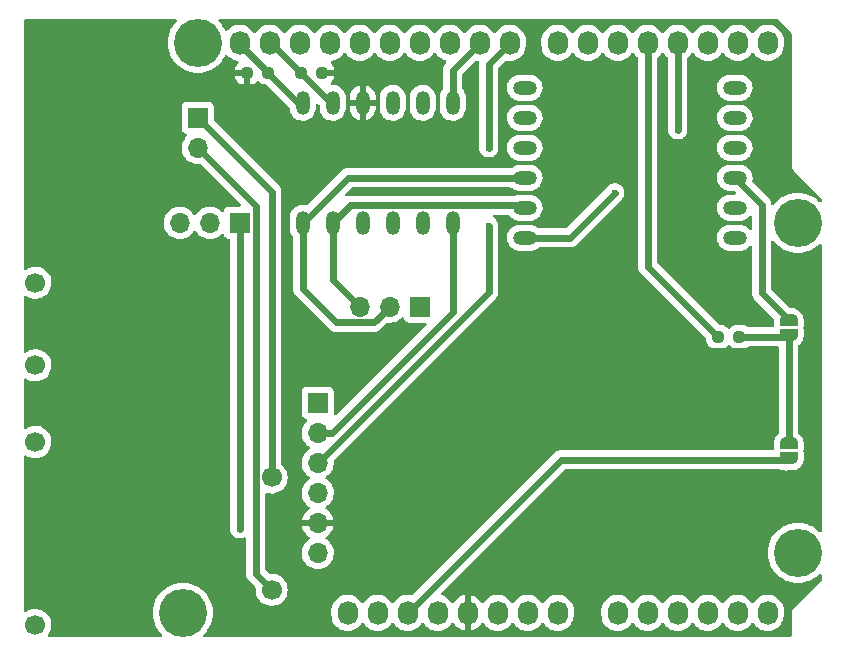
<source format=gtl>
G04 #@! TF.GenerationSoftware,KiCad,Pcbnew,6.0.2-378541a8eb~116~ubuntu20.04.1*
G04 #@! TF.CreationDate,2022-02-14T16:30:41-08:00*
G04 #@! TF.ProjectId,Air_Bearing_PCB,4169725f-4265-4617-9269-6e675f504342,rev?*
G04 #@! TF.SameCoordinates,Original*
G04 #@! TF.FileFunction,Copper,L1,Top*
G04 #@! TF.FilePolarity,Positive*
%FSLAX46Y46*%
G04 Gerber Fmt 4.6, Leading zero omitted, Abs format (unit mm)*
G04 Created by KiCad (PCBNEW 6.0.2-378541a8eb~116~ubuntu20.04.1) date 2022-02-14 16:30:41*
%MOMM*%
%LPD*%
G01*
G04 APERTURE LIST*
G04 Aperture macros list*
%AMRoundRect*
0 Rectangle with rounded corners*
0 $1 Rounding radius*
0 $2 $3 $4 $5 $6 $7 $8 $9 X,Y pos of 4 corners*
0 Add a 4 corners polygon primitive as box body*
4,1,4,$2,$3,$4,$5,$6,$7,$8,$9,$2,$3,0*
0 Add four circle primitives for the rounded corners*
1,1,$1+$1,$2,$3*
1,1,$1+$1,$4,$5*
1,1,$1+$1,$6,$7*
1,1,$1+$1,$8,$9*
0 Add four rect primitives between the rounded corners*
20,1,$1+$1,$2,$3,$4,$5,0*
20,1,$1+$1,$4,$5,$6,$7,0*
20,1,$1+$1,$6,$7,$8,$9,0*
20,1,$1+$1,$8,$9,$2,$3,0*%
%AMFreePoly0*
4,1,22,0.500000,-0.750000,0.000000,-0.750000,0.000000,-0.745033,-0.079941,-0.743568,-0.215256,-0.701293,-0.333266,-0.622738,-0.424486,-0.514219,-0.481581,-0.384460,-0.499164,-0.250000,-0.500000,-0.250000,-0.500000,0.250000,-0.499164,0.250000,-0.499963,0.256109,-0.478152,0.396186,-0.417904,0.524511,-0.324060,0.630769,-0.204165,0.706417,-0.067858,0.745374,0.000000,0.744959,0.000000,0.750000,
0.500000,0.750000,0.500000,-0.750000,0.500000,-0.750000,$1*%
%AMFreePoly1*
4,1,20,0.000000,0.744959,0.073905,0.744508,0.209726,0.703889,0.328688,0.626782,0.421226,0.519385,0.479903,0.390333,0.500000,0.250000,0.500000,-0.250000,0.499851,-0.262216,0.476331,-0.402017,0.414519,-0.529596,0.319384,-0.634700,0.198574,-0.708877,0.061801,-0.746166,0.000000,-0.745033,0.000000,-0.750000,-0.500000,-0.750000,-0.500000,0.750000,0.000000,0.750000,0.000000,0.744959,
0.000000,0.744959,$1*%
G04 Aperture macros list end*
G04 #@! TA.AperFunction,ComponentPad*
%ADD10O,1.727200X2.032000*%
G04 #@! TD*
G04 #@! TA.AperFunction,ComponentPad*
%ADD11C,4.064000*%
G04 #@! TD*
G04 #@! TA.AperFunction,SMDPad,CuDef*
%ADD12RoundRect,0.237500X-0.250000X-0.237500X0.250000X-0.237500X0.250000X0.237500X-0.250000X0.237500X0*%
G04 #@! TD*
G04 #@! TA.AperFunction,ComponentPad*
%ADD13R,1.700000X1.700000*%
G04 #@! TD*
G04 #@! TA.AperFunction,ComponentPad*
%ADD14O,1.700000X1.700000*%
G04 #@! TD*
G04 #@! TA.AperFunction,SMDPad,CuDef*
%ADD15FreePoly0,270.000000*%
G04 #@! TD*
G04 #@! TA.AperFunction,SMDPad,CuDef*
%ADD16FreePoly1,270.000000*%
G04 #@! TD*
G04 #@! TA.AperFunction,ComponentPad*
%ADD17O,1.200000X2.000000*%
G04 #@! TD*
G04 #@! TA.AperFunction,ComponentPad*
%ADD18C,1.700000*%
G04 #@! TD*
G04 #@! TA.AperFunction,ComponentPad*
%ADD19O,2.000000X1.200000*%
G04 #@! TD*
G04 #@! TA.AperFunction,SMDPad,CuDef*
%ADD20RoundRect,0.237500X0.250000X0.237500X-0.250000X0.237500X-0.250000X-0.237500X0.250000X-0.237500X0*%
G04 #@! TD*
G04 #@! TA.AperFunction,ViaPad*
%ADD21C,0.600000*%
G04 #@! TD*
G04 #@! TA.AperFunction,Conductor*
%ADD22C,0.600000*%
G04 #@! TD*
G04 APERTURE END LIST*
D10*
G04 #@! TO.P,P1,1,Pin_1*
G04 #@! TO.N,unconnected-(P1-Pad1)*
X138938000Y-123825000D03*
G04 #@! TO.P,P1,2,Pin_2*
G04 #@! TO.N,/IOREF*
X141478000Y-123825000D03*
G04 #@! TO.P,P1,3,Pin_3*
G04 #@! TO.N,/Reset*
X144018000Y-123825000D03*
G04 #@! TO.P,P1,4,Pin_4*
G04 #@! TO.N,+3V3*
X146558000Y-123825000D03*
G04 #@! TO.P,P1,5,Pin_5*
G04 #@! TO.N,+5V*
X149098000Y-123825000D03*
G04 #@! TO.P,P1,6,Pin_6*
G04 #@! TO.N,GND*
X151638000Y-123825000D03*
G04 #@! TO.P,P1,7,Pin_7*
X154178000Y-123825000D03*
G04 #@! TO.P,P1,8,Pin_8*
G04 #@! TO.N,/Vin*
X156718000Y-123825000D03*
G04 #@! TD*
G04 #@! TO.P,P2,1,Pin_1*
G04 #@! TO.N,/A0*
X161798000Y-123825000D03*
G04 #@! TO.P,P2,2,Pin_2*
G04 #@! TO.N,/A1*
X164338000Y-123825000D03*
G04 #@! TO.P,P2,3,Pin_3*
G04 #@! TO.N,/A2*
X166878000Y-123825000D03*
G04 #@! TO.P,P2,4,Pin_4*
G04 #@! TO.N,/A3*
X169418000Y-123825000D03*
G04 #@! TO.P,P2,5,Pin_5*
G04 #@! TO.N,/A4(SDA)*
X171958000Y-123825000D03*
G04 #@! TO.P,P2,6,Pin_6*
G04 #@! TO.N,/A5(SCL)*
X174498000Y-123825000D03*
G04 #@! TD*
G04 #@! TO.P,P3,1,Pin_1*
G04 #@! TO.N,/A5(SCL)(2)*
X129794000Y-75565000D03*
G04 #@! TO.P,P3,2,Pin_2*
G04 #@! TO.N,/A4(SDA)(2)*
X132334000Y-75565000D03*
G04 #@! TO.P,P3,3,Pin_3*
G04 #@! TO.N,/AREF*
X134874000Y-75565000D03*
G04 #@! TO.P,P3,4,Pin_4*
G04 #@! TO.N,GND*
X137414000Y-75565000D03*
G04 #@! TO.P,P3,5,Pin_5*
G04 #@! TO.N,/13(SCK)*
X139954000Y-75565000D03*
G04 #@! TO.P,P3,6,Pin_6*
G04 #@! TO.N,/12(MISO)*
X142494000Y-75565000D03*
G04 #@! TO.P,P3,7,Pin_7*
G04 #@! TO.N,/11(\u002A\u002A{slash}MOSI)*
X145034000Y-75565000D03*
G04 #@! TO.P,P3,8,Pin_8*
G04 #@! TO.N,/10(\u002A\u002A{slash}SS)*
X147574000Y-75565000D03*
G04 #@! TO.P,P3,9,Pin_9*
G04 #@! TO.N,/9(\u002A\u002A)*
X150114000Y-75565000D03*
G04 #@! TO.P,P3,10,Pin_10*
G04 #@! TO.N,/8*
X152654000Y-75565000D03*
G04 #@! TD*
G04 #@! TO.P,P4,1,Pin_1*
G04 #@! TO.N,/7*
X156718000Y-75565000D03*
G04 #@! TO.P,P4,2,Pin_2*
G04 #@! TO.N,/6(\u002A\u002A)*
X159258000Y-75565000D03*
G04 #@! TO.P,P4,3,Pin_3*
G04 #@! TO.N,/5(\u002A\u002A)*
X161798000Y-75565000D03*
G04 #@! TO.P,P4,4,Pin_4*
G04 #@! TO.N,/4*
X164338000Y-75565000D03*
G04 #@! TO.P,P4,5,Pin_5*
G04 #@! TO.N,/3(\u002A\u002A)*
X166878000Y-75565000D03*
G04 #@! TO.P,P4,6,Pin_6*
G04 #@! TO.N,/2*
X169418000Y-75565000D03*
G04 #@! TO.P,P4,7,Pin_7*
G04 #@! TO.N,/1(Tx)*
X171958000Y-75565000D03*
G04 #@! TO.P,P4,8,Pin_8*
G04 #@! TO.N,/0(Rx)*
X174498000Y-75565000D03*
G04 #@! TD*
D11*
G04 #@! TO.P,P5,1,Pin_1*
G04 #@! TO.N,unconnected-(P5-Pad1)*
X124968000Y-123825000D03*
G04 #@! TD*
G04 #@! TO.P,P6,1,Pin_1*
G04 #@! TO.N,unconnected-(P6-Pad1)*
X177038000Y-118745000D03*
G04 #@! TD*
G04 #@! TO.P,P7,1,Pin_1*
G04 #@! TO.N,unconnected-(P7-Pad1)*
X126238000Y-75565000D03*
G04 #@! TD*
G04 #@! TO.P,P8,1,Pin_1*
G04 #@! TO.N,unconnected-(P8-Pad1)*
X177038000Y-90805000D03*
G04 #@! TD*
D12*
G04 #@! TO.P,R2,1*
G04 #@! TO.N,+5V*
X130405500Y-78105000D03*
G04 #@! TO.P,R2,2*
G04 #@! TO.N,/A5(SCL)(2)*
X132230500Y-78105000D03*
G04 #@! TD*
D13*
G04 #@! TO.P,J3,1,Pin_1*
G04 #@! TO.N,unconnected-(J3-Pad1)*
X136398000Y-106045000D03*
D14*
G04 #@! TO.P,J3,2,Pin_2*
G04 #@! TO.N,/HC-06_RX*
X136398000Y-108585000D03*
G04 #@! TO.P,J3,3,Pin_3*
G04 #@! TO.N,/8*
X136398000Y-111125000D03*
G04 #@! TO.P,J3,4,Pin_4*
G04 #@! TO.N,GND*
X136398000Y-113665000D03*
G04 #@! TO.P,J3,5,Pin_5*
G04 #@! TO.N,+5V*
X136398000Y-116205000D03*
G04 #@! TO.P,J3,6,Pin_6*
G04 #@! TO.N,unconnected-(J3-Pad6)*
X136398000Y-118745000D03*
G04 #@! TD*
D13*
G04 #@! TO.P,J2,1,Pin_1*
G04 #@! TO.N,Net-(J2-Pad1)*
X126238000Y-81915000D03*
D14*
G04 #@! TO.P,J2,2,Pin_2*
G04 #@! TO.N,Net-(J2-Pad2)*
X126238000Y-84455000D03*
G04 #@! TD*
D15*
G04 #@! TO.P,JP1,1,A*
G04 #@! TO.N,Net-(JP1-Pad1)*
X176276000Y-99045000D03*
D16*
G04 #@! TO.P,JP1,2,B*
G04 #@! TO.N,Net-(JP1-Pad2)*
X176276000Y-100345000D03*
G04 #@! TD*
D17*
G04 #@! TO.P,U2,1,LV1*
G04 #@! TO.N,/3.3V_SCL*
X135128000Y-90805000D03*
G04 #@! TO.P,U2,2,LV2*
G04 #@! TO.N,/3.3V_SDA*
X137668000Y-90805000D03*
G04 #@! TO.P,U2,3,LV*
G04 #@! TO.N,+3V3*
X140208000Y-90805000D03*
G04 #@! TO.P,U2,4,GND*
G04 #@! TO.N,GND*
X142748000Y-90805000D03*
G04 #@! TO.P,U2,5,LV3*
G04 #@! TO.N,unconnected-(U2-Pad5)*
X145288000Y-90805000D03*
G04 #@! TO.P,U2,6,LV4*
G04 #@! TO.N,/HC-06_RX*
X147828000Y-90805000D03*
G04 #@! TO.P,U2,7,HV4*
G04 #@! TO.N,/9(\u002A\u002A)*
X147828000Y-80645000D03*
G04 #@! TO.P,U2,8,HV3*
G04 #@! TO.N,unconnected-(U2-Pad8)*
X145288000Y-80645000D03*
G04 #@! TO.P,U2,9,GND*
G04 #@! TO.N,GND*
X142748000Y-80645000D03*
G04 #@! TO.P,U2,10,HV*
G04 #@! TO.N,+5V*
X140208000Y-80645000D03*
G04 #@! TO.P,U2,11,HV2*
G04 #@! TO.N,/A4(SDA)(2)*
X137668000Y-80645000D03*
G04 #@! TO.P,U2,12,HV1*
G04 #@! TO.N,/A5(SCL)(2)*
X135128000Y-80645000D03*
G04 #@! TD*
D13*
G04 #@! TO.P,SW1,1,A*
G04 #@! TO.N,/Vin*
X129794000Y-90805000D03*
D14*
G04 #@! TO.P,SW1,2,B*
G04 #@! TO.N,Net-(SW1-Pad2)*
X127254000Y-90805000D03*
G04 #@! TO.P,SW1,3,C*
G04 #@! TO.N,unconnected-(SW1-Pad3)*
X124714000Y-90805000D03*
G04 #@! TD*
D15*
G04 #@! TO.P,JP2,1,A*
G04 #@! TO.N,Net-(JP1-Pad2)*
X176276000Y-109459000D03*
D16*
G04 #@! TO.P,JP2,2,B*
G04 #@! TO.N,/Reset*
X176276000Y-110759000D03*
G04 #@! TD*
D13*
G04 #@! TO.P,J1,1,Pin_1*
G04 #@! TO.N,GND*
X145034000Y-97892000D03*
D14*
G04 #@! TO.P,J1,2,Pin_2*
G04 #@! TO.N,/3.3V_SCL*
X142494000Y-97892000D03*
G04 #@! TO.P,J1,3,Pin_3*
G04 #@! TO.N,/3.3V_SDA*
X139954000Y-97892000D03*
G04 #@! TD*
D18*
G04 #@! TO.P,U1,1,+*
G04 #@! TO.N,unconnected-(U1-Pad1)*
X112498000Y-109365000D03*
G04 #@! TO.P,U1,2,-*
G04 #@! TO.N,unconnected-(U1-Pad2)*
X112498000Y-124865000D03*
G04 #@! TO.P,U1,3,OUT-*
G04 #@! TO.N,GND*
X112498000Y-102865000D03*
G04 #@! TO.P,U1,4,B-*
G04 #@! TO.N,Net-(J2-Pad2)*
X132498000Y-121865000D03*
G04 #@! TO.P,U1,5,B+*
G04 #@! TO.N,Net-(J2-Pad1)*
X132498000Y-112365000D03*
G04 #@! TO.P,U1,6,OUT+*
G04 #@! TO.N,Net-(SW1-Pad2)*
X112498000Y-95865000D03*
G04 #@! TD*
D12*
G04 #@! TO.P,R3,1*
G04 #@! TO.N,/4*
X170283500Y-100457000D03*
G04 #@! TO.P,R3,2*
G04 #@! TO.N,Net-(JP1-Pad2)*
X172108500Y-100457000D03*
G04 #@! TD*
D19*
G04 #@! TO.P,U3,1,VIN*
G04 #@! TO.N,+3V3*
X153924000Y-79375000D03*
G04 #@! TO.P,U3,2,3Vo*
G04 #@! TO.N,unconnected-(U3-Pad2)*
X153924000Y-81915000D03*
G04 #@! TO.P,U3,3,GND*
G04 #@! TO.N,GND*
X153924000Y-84455000D03*
G04 #@! TO.P,U3,4,SCL*
G04 #@! TO.N,/3.3V_SCL*
X153924000Y-86995000D03*
G04 #@! TO.P,U3,5,SDA*
G04 #@! TO.N,/3.3V_SDA*
X153924000Y-89535000D03*
G04 #@! TO.P,U3,6,INT*
G04 #@! TO.N,/3(\u002A\u002A)*
X153924000Y-92075000D03*
G04 #@! TO.P,U3,7,CS*
G04 #@! TO.N,unconnected-(U3-Pad7)*
X171704000Y-92075000D03*
G04 #@! TO.P,U3,8,DI*
G04 #@! TO.N,unconnected-(U3-Pad8)*
X171704000Y-89535000D03*
G04 #@! TO.P,U3,9,RST*
G04 #@! TO.N,Net-(JP1-Pad1)*
X171704000Y-86995000D03*
G04 #@! TO.P,U3,10,P1*
G04 #@! TO.N,unconnected-(U3-Pad10)*
X171704000Y-84455000D03*
G04 #@! TO.P,U3,11,P0*
G04 #@! TO.N,unconnected-(U3-Pad11)*
X171704000Y-81915000D03*
G04 #@! TO.P,U3,12,BT*
G04 #@! TO.N,unconnected-(U3-Pad12)*
X171704000Y-79375000D03*
G04 #@! TD*
D20*
G04 #@! TO.P,R1,1*
G04 #@! TO.N,+5V*
X136802500Y-78105000D03*
G04 #@! TO.P,R1,2*
G04 #@! TO.N,/A4(SDA)(2)*
X134977500Y-78105000D03*
G04 #@! TD*
D21*
G04 #@! TO.N,/Vin*
X129794000Y-116713000D03*
G04 #@! TO.N,/8*
X150876000Y-84455000D03*
X150876000Y-91059000D03*
G04 #@! TO.N,/3(\u002A\u002A)*
X166878000Y-82931000D03*
X161544000Y-88265000D03*
G04 #@! TD*
D22*
G04 #@! TO.N,/Vin*
X129794000Y-90805000D02*
X129794000Y-116713000D01*
G04 #@! TO.N,/Reset*
X144018000Y-123825000D02*
X156972000Y-110871000D01*
X156972000Y-110871000D02*
X176164000Y-110871000D01*
X176164000Y-110871000D02*
X176276000Y-110759000D01*
G04 #@! TO.N,/A4(SDA)(2)*
X137668000Y-80645000D02*
X137517500Y-80645000D01*
X137517500Y-80645000D02*
X134977500Y-78105000D01*
X132334000Y-75565000D02*
X132437500Y-75565000D01*
X132437500Y-75565000D02*
X134977500Y-78105000D01*
X137414000Y-80645000D02*
X137668000Y-80645000D01*
G04 #@! TO.N,/A5(SCL)(2)*
X129794000Y-75668500D02*
X132230500Y-78105000D01*
X134770500Y-80645000D02*
X132230500Y-78105000D01*
X129794000Y-75565000D02*
X129794000Y-75668500D01*
X135128000Y-80645000D02*
X134770500Y-80645000D01*
G04 #@! TO.N,/9(\u002A\u002A)*
X147828000Y-77851000D02*
X150114000Y-75565000D01*
X147828000Y-80645000D02*
X147828000Y-77851000D01*
G04 #@! TO.N,/8*
X136398000Y-111125000D02*
X150876000Y-96647000D01*
X150876000Y-96647000D02*
X150876000Y-91059000D01*
X150876000Y-77343000D02*
X152654000Y-75565000D01*
X150876000Y-84455000D02*
X150876000Y-77343000D01*
G04 #@! TO.N,/4*
X164338000Y-75565000D02*
X164338000Y-94511500D01*
X164338000Y-94511500D02*
X170283500Y-100457000D01*
G04 #@! TO.N,/3(\u002A\u002A)*
X161544000Y-88265000D02*
X157734000Y-92075000D01*
X157734000Y-92075000D02*
X153924000Y-92075000D01*
X166878000Y-75565000D02*
X166878000Y-82931000D01*
G04 #@! TO.N,/3.3V_SCL*
X135128000Y-90805000D02*
X135128000Y-96393000D01*
X141144489Y-99241511D02*
X142494000Y-97892000D01*
X137976511Y-99241511D02*
X141144489Y-99241511D01*
X138938000Y-86995000D02*
X153924000Y-86995000D01*
X135128000Y-90805000D02*
X138938000Y-86995000D01*
X135128000Y-96393000D02*
X137976511Y-99241511D01*
G04 #@! TO.N,/3.3V_SDA*
X153694480Y-89305480D02*
X153924000Y-89535000D01*
X139167520Y-89305480D02*
X153694480Y-89305480D01*
X137668000Y-90805000D02*
X137668000Y-95606000D01*
X137668000Y-95606000D02*
X139954000Y-97892000D01*
X137668000Y-90805000D02*
X139167520Y-89305480D01*
G04 #@! TO.N,Net-(J2-Pad1)*
X132498000Y-88175000D02*
X126238000Y-81915000D01*
X132498000Y-112365000D02*
X132498000Y-88175000D01*
G04 #@! TO.N,Net-(J2-Pad2)*
X132498000Y-121865000D02*
X131148489Y-120515489D01*
X131148489Y-120515489D02*
X131148489Y-89365489D01*
X131148489Y-89365489D02*
X126238000Y-84455000D01*
G04 #@! TO.N,/HC-06_RX*
X147828000Y-98357081D02*
X137600081Y-108585000D01*
X137600081Y-108585000D02*
X136398000Y-108585000D01*
X147828000Y-90805000D02*
X147828000Y-98357081D01*
G04 #@! TO.N,Net-(JP1-Pad1)*
X173990000Y-89281000D02*
X173990000Y-96759000D01*
X171704000Y-86995000D02*
X173990000Y-89281000D01*
X173990000Y-96759000D02*
X176276000Y-99045000D01*
G04 #@! TO.N,Net-(JP1-Pad2)*
X176276000Y-109459000D02*
X176276000Y-100345000D01*
X172108500Y-100457000D02*
X176164000Y-100457000D01*
X176164000Y-100457000D02*
X176276000Y-100345000D01*
G04 #@! TD*
G04 #@! TA.AperFunction,Conductor*
G04 #@! TO.N,+5V*
G36*
X124440529Y-73553002D02*
G01*
X124487022Y-73606658D01*
X124497126Y-73676932D01*
X124467632Y-73741512D01*
X124458661Y-73750850D01*
X124382394Y-73822470D01*
X124178629Y-74068779D01*
X124176505Y-74072126D01*
X124176502Y-74072130D01*
X124136521Y-74135130D01*
X124007341Y-74338685D01*
X124005657Y-74342264D01*
X124005653Y-74342271D01*
X123902875Y-74560687D01*
X123871233Y-74627930D01*
X123870007Y-74631702D01*
X123870007Y-74631703D01*
X123854882Y-74678252D01*
X123772449Y-74931954D01*
X123712549Y-75245961D01*
X123692477Y-75565000D01*
X123712549Y-75884039D01*
X123772449Y-76198046D01*
X123773676Y-76201822D01*
X123868201Y-76492737D01*
X123871233Y-76502070D01*
X123872920Y-76505656D01*
X123872922Y-76505660D01*
X124005653Y-76787729D01*
X124005657Y-76787736D01*
X124007341Y-76791315D01*
X124009465Y-76794661D01*
X124009465Y-76794662D01*
X124169386Y-77046656D01*
X124178629Y-77061221D01*
X124197802Y-77084397D01*
X124368282Y-77290471D01*
X124382394Y-77307530D01*
X124385284Y-77310244D01*
X124385285Y-77310245D01*
X124404801Y-77328572D01*
X124615423Y-77526359D01*
X124874041Y-77714256D01*
X124877510Y-77716163D01*
X124877513Y-77716165D01*
X125143488Y-77862386D01*
X125154169Y-77868258D01*
X125161100Y-77871002D01*
X125447707Y-77984478D01*
X125447710Y-77984479D01*
X125451390Y-77985936D01*
X125455224Y-77986920D01*
X125455232Y-77986923D01*
X125647153Y-78036200D01*
X125761017Y-78065435D01*
X125764945Y-78065931D01*
X125764949Y-78065932D01*
X125890642Y-78081810D01*
X126078165Y-78105500D01*
X126397835Y-78105500D01*
X126585358Y-78081810D01*
X126711051Y-78065932D01*
X126711055Y-78065931D01*
X126714983Y-78065435D01*
X126828847Y-78036200D01*
X127020768Y-77986923D01*
X127020776Y-77986920D01*
X127024610Y-77985936D01*
X127028290Y-77984479D01*
X127028293Y-77984478D01*
X127314900Y-77871002D01*
X127321831Y-77868258D01*
X127332513Y-77862386D01*
X127598487Y-77716165D01*
X127598490Y-77716163D01*
X127601959Y-77714256D01*
X127860577Y-77526359D01*
X128071199Y-77328572D01*
X128090715Y-77310245D01*
X128090716Y-77310244D01*
X128093606Y-77307530D01*
X128107719Y-77290471D01*
X128278198Y-77084397D01*
X128297371Y-77061221D01*
X128306615Y-77046656D01*
X128466535Y-76794662D01*
X128466535Y-76794661D01*
X128468659Y-76791315D01*
X128470343Y-76787736D01*
X128470347Y-76787729D01*
X128540177Y-76639332D01*
X128587280Y-76586211D01*
X128655625Y-76566988D01*
X128723512Y-76587767D01*
X128745355Y-76606008D01*
X128881532Y-76748758D01*
X129068350Y-76887754D01*
X129073102Y-76890170D01*
X129196310Y-76952812D01*
X129275916Y-76993286D01*
X129335905Y-77011913D01*
X129493193Y-77060753D01*
X129493199Y-77060754D01*
X129498296Y-77062337D01*
X129559744Y-77070481D01*
X129605493Y-77076545D01*
X129670395Y-77105325D01*
X129709434Y-77164624D01*
X129710217Y-77235616D01*
X129678110Y-77290471D01*
X129571637Y-77397129D01*
X129562625Y-77408540D01*
X129479088Y-77544063D01*
X129472944Y-77557241D01*
X129422685Y-77708766D01*
X129419819Y-77722132D01*
X129410328Y-77814770D01*
X129410000Y-77821185D01*
X129410000Y-77832885D01*
X129414475Y-77848124D01*
X129415865Y-77849329D01*
X129423548Y-77851000D01*
X130533500Y-77851000D01*
X130601621Y-77871002D01*
X130648114Y-77924658D01*
X130659500Y-77977000D01*
X130659500Y-79069885D01*
X130663975Y-79085124D01*
X130665365Y-79086329D01*
X130673048Y-79088000D01*
X130701766Y-79088000D01*
X130708282Y-79087663D01*
X130802132Y-79077925D01*
X130815528Y-79075032D01*
X130966953Y-79024512D01*
X130980115Y-79018347D01*
X131115492Y-78934574D01*
X131126890Y-78925540D01*
X131228393Y-78823860D01*
X131290676Y-78789781D01*
X131361496Y-78794784D01*
X131406583Y-78823704D01*
X131514997Y-78931929D01*
X131521227Y-78935769D01*
X131521228Y-78935770D01*
X131655115Y-79018299D01*
X131663080Y-79023209D01*
X131828191Y-79077974D01*
X131835027Y-79078674D01*
X131835030Y-79078675D01*
X131882370Y-79083525D01*
X131930928Y-79088500D01*
X132018418Y-79088500D01*
X132086539Y-79108502D01*
X132107513Y-79125405D01*
X133982595Y-81000487D01*
X134016621Y-81062799D01*
X134019500Y-81089582D01*
X134019500Y-81097846D01*
X134034548Y-81255566D01*
X134094092Y-81458534D01*
X134096836Y-81463861D01*
X134096836Y-81463862D01*
X134188057Y-81640978D01*
X134190942Y-81646580D01*
X134321604Y-81812920D01*
X134326135Y-81816852D01*
X134326138Y-81816855D01*
X134411620Y-81891032D01*
X134481363Y-81951552D01*
X134486549Y-81954552D01*
X134486553Y-81954555D01*
X134582957Y-82010326D01*
X134664454Y-82057473D01*
X134864271Y-82126861D01*
X134870206Y-82127722D01*
X134870208Y-82127722D01*
X135067664Y-82156352D01*
X135067667Y-82156352D01*
X135073604Y-82157213D01*
X135284899Y-82147433D01*
X135416077Y-82115819D01*
X135484701Y-82099281D01*
X135484703Y-82099280D01*
X135490534Y-82097875D01*
X135495992Y-82095393D01*
X135495996Y-82095392D01*
X135611041Y-82043084D01*
X135683087Y-82010326D01*
X135855611Y-81887946D01*
X136001881Y-81735150D01*
X136116620Y-81557452D01*
X136195686Y-81361263D01*
X136236228Y-81153663D01*
X136236500Y-81148101D01*
X136236500Y-80811582D01*
X136256502Y-80743461D01*
X136310158Y-80696968D01*
X136380432Y-80686864D01*
X136445012Y-80716358D01*
X136451595Y-80722487D01*
X136522595Y-80793487D01*
X136556621Y-80855799D01*
X136559500Y-80882582D01*
X136559500Y-81097846D01*
X136574548Y-81255566D01*
X136634092Y-81458534D01*
X136636836Y-81463861D01*
X136636836Y-81463862D01*
X136728057Y-81640978D01*
X136730942Y-81646580D01*
X136861604Y-81812920D01*
X136866135Y-81816852D01*
X136866138Y-81816855D01*
X136951620Y-81891032D01*
X137021363Y-81951552D01*
X137026549Y-81954552D01*
X137026553Y-81954555D01*
X137122957Y-82010326D01*
X137204454Y-82057473D01*
X137404271Y-82126861D01*
X137410206Y-82127722D01*
X137410208Y-82127722D01*
X137607664Y-82156352D01*
X137607667Y-82156352D01*
X137613604Y-82157213D01*
X137824899Y-82147433D01*
X137956077Y-82115819D01*
X138024701Y-82099281D01*
X138024703Y-82099280D01*
X138030534Y-82097875D01*
X138035992Y-82095393D01*
X138035996Y-82095392D01*
X138151041Y-82043084D01*
X138223087Y-82010326D01*
X138395611Y-81887946D01*
X138541881Y-81735150D01*
X138656620Y-81557452D01*
X138735686Y-81361263D01*
X138776228Y-81153663D01*
X138776500Y-81148101D01*
X138776500Y-81094832D01*
X139100000Y-81094832D01*
X139100285Y-81100808D01*
X139114471Y-81249494D01*
X139116730Y-81261228D01*
X139172872Y-81452599D01*
X139177302Y-81463675D01*
X139268619Y-81640978D01*
X139275069Y-81651024D01*
X139398262Y-81807857D01*
X139406499Y-81816506D01*
X139557123Y-81947212D01*
X139566847Y-81954147D01*
X139739467Y-82054010D01*
X139750331Y-82058984D01*
X139938727Y-82124407D01*
X139939716Y-82124648D01*
X139950008Y-82123180D01*
X139954000Y-82109615D01*
X139954000Y-82105402D01*
X140462000Y-82105402D01*
X140465973Y-82118933D01*
X140475399Y-82120288D01*
X140564537Y-82098806D01*
X140575832Y-82094917D01*
X140757382Y-82012371D01*
X140767724Y-82006424D01*
X140930397Y-81891032D01*
X140939425Y-81883239D01*
X141077342Y-81739169D01*
X141084738Y-81729804D01*
X141192921Y-81562259D01*
X141198417Y-81551655D01*
X141272961Y-81366688D01*
X141276355Y-81355230D01*
X141314857Y-81158072D01*
X141315934Y-81149209D01*
X141316000Y-81146500D01*
X141316000Y-81097846D01*
X141639500Y-81097846D01*
X141654548Y-81255566D01*
X141714092Y-81458534D01*
X141716836Y-81463861D01*
X141716836Y-81463862D01*
X141808057Y-81640978D01*
X141810942Y-81646580D01*
X141941604Y-81812920D01*
X141946135Y-81816852D01*
X141946138Y-81816855D01*
X142031620Y-81891032D01*
X142101363Y-81951552D01*
X142106549Y-81954552D01*
X142106553Y-81954555D01*
X142202957Y-82010326D01*
X142284454Y-82057473D01*
X142484271Y-82126861D01*
X142490206Y-82127722D01*
X142490208Y-82127722D01*
X142687664Y-82156352D01*
X142687667Y-82156352D01*
X142693604Y-82157213D01*
X142904899Y-82147433D01*
X143036077Y-82115819D01*
X143104701Y-82099281D01*
X143104703Y-82099280D01*
X143110534Y-82097875D01*
X143115992Y-82095393D01*
X143115996Y-82095392D01*
X143231041Y-82043084D01*
X143303087Y-82010326D01*
X143475611Y-81887946D01*
X143621881Y-81735150D01*
X143736620Y-81557452D01*
X143815686Y-81361263D01*
X143856228Y-81153663D01*
X143856500Y-81148101D01*
X143856500Y-81097846D01*
X144179500Y-81097846D01*
X144194548Y-81255566D01*
X144254092Y-81458534D01*
X144256836Y-81463861D01*
X144256836Y-81463862D01*
X144348057Y-81640978D01*
X144350942Y-81646580D01*
X144481604Y-81812920D01*
X144486135Y-81816852D01*
X144486138Y-81816855D01*
X144571620Y-81891032D01*
X144641363Y-81951552D01*
X144646549Y-81954552D01*
X144646553Y-81954555D01*
X144742957Y-82010326D01*
X144824454Y-82057473D01*
X145024271Y-82126861D01*
X145030206Y-82127722D01*
X145030208Y-82127722D01*
X145227664Y-82156352D01*
X145227667Y-82156352D01*
X145233604Y-82157213D01*
X145444899Y-82147433D01*
X145576077Y-82115819D01*
X145644701Y-82099281D01*
X145644703Y-82099280D01*
X145650534Y-82097875D01*
X145655992Y-82095393D01*
X145655996Y-82095392D01*
X145771041Y-82043084D01*
X145843087Y-82010326D01*
X146015611Y-81887946D01*
X146161881Y-81735150D01*
X146276620Y-81557452D01*
X146355686Y-81361263D01*
X146396228Y-81153663D01*
X146396500Y-81148101D01*
X146396500Y-80192154D01*
X146381452Y-80034434D01*
X146321908Y-79831466D01*
X146268368Y-79727511D01*
X146227804Y-79648751D01*
X146227802Y-79648748D01*
X146225058Y-79643420D01*
X146094396Y-79477080D01*
X146089865Y-79473148D01*
X146089862Y-79473145D01*
X145939167Y-79342379D01*
X145934637Y-79338448D01*
X145929451Y-79335448D01*
X145929447Y-79335445D01*
X145756742Y-79235533D01*
X145751546Y-79232527D01*
X145551729Y-79163139D01*
X145545794Y-79162278D01*
X145545792Y-79162278D01*
X145348336Y-79133648D01*
X145348333Y-79133648D01*
X145342396Y-79132787D01*
X145131101Y-79142567D01*
X145018466Y-79169712D01*
X144931299Y-79190719D01*
X144931297Y-79190720D01*
X144925466Y-79192125D01*
X144920008Y-79194607D01*
X144920004Y-79194608D01*
X144828990Y-79235990D01*
X144732913Y-79279674D01*
X144560389Y-79402054D01*
X144414119Y-79554850D01*
X144299380Y-79732548D01*
X144220314Y-79928737D01*
X144179772Y-80136337D01*
X144179500Y-80141899D01*
X144179500Y-81097846D01*
X143856500Y-81097846D01*
X143856500Y-80192154D01*
X143841452Y-80034434D01*
X143781908Y-79831466D01*
X143728368Y-79727511D01*
X143687804Y-79648751D01*
X143687802Y-79648748D01*
X143685058Y-79643420D01*
X143554396Y-79477080D01*
X143549865Y-79473148D01*
X143549862Y-79473145D01*
X143399167Y-79342379D01*
X143394637Y-79338448D01*
X143389451Y-79335448D01*
X143389447Y-79335445D01*
X143216742Y-79235533D01*
X143211546Y-79232527D01*
X143011729Y-79163139D01*
X143005794Y-79162278D01*
X143005792Y-79162278D01*
X142808336Y-79133648D01*
X142808333Y-79133648D01*
X142802396Y-79132787D01*
X142591101Y-79142567D01*
X142478466Y-79169712D01*
X142391299Y-79190719D01*
X142391297Y-79190720D01*
X142385466Y-79192125D01*
X142380008Y-79194607D01*
X142380004Y-79194608D01*
X142288990Y-79235990D01*
X142192913Y-79279674D01*
X142020389Y-79402054D01*
X141874119Y-79554850D01*
X141759380Y-79732548D01*
X141680314Y-79928737D01*
X141639772Y-80136337D01*
X141639500Y-80141899D01*
X141639500Y-81097846D01*
X141316000Y-81097846D01*
X141316000Y-80917115D01*
X141311525Y-80901876D01*
X141310135Y-80900671D01*
X141302452Y-80899000D01*
X140480115Y-80899000D01*
X140464876Y-80903475D01*
X140463671Y-80904865D01*
X140462000Y-80912548D01*
X140462000Y-82105402D01*
X139954000Y-82105402D01*
X139954000Y-80917115D01*
X139949525Y-80901876D01*
X139948135Y-80900671D01*
X139940452Y-80899000D01*
X139118115Y-80899000D01*
X139102876Y-80903475D01*
X139101671Y-80904865D01*
X139100000Y-80912548D01*
X139100000Y-81094832D01*
X138776500Y-81094832D01*
X138776500Y-80372885D01*
X139100000Y-80372885D01*
X139104475Y-80388124D01*
X139105865Y-80389329D01*
X139113548Y-80391000D01*
X139935885Y-80391000D01*
X139951124Y-80386525D01*
X139952329Y-80385135D01*
X139954000Y-80377452D01*
X139954000Y-80372885D01*
X140462000Y-80372885D01*
X140466475Y-80388124D01*
X140467865Y-80389329D01*
X140475548Y-80391000D01*
X141297885Y-80391000D01*
X141313124Y-80386525D01*
X141314329Y-80385135D01*
X141316000Y-80377452D01*
X141316000Y-80195168D01*
X141315715Y-80189192D01*
X141301529Y-80040506D01*
X141299270Y-80028772D01*
X141243128Y-79837401D01*
X141238698Y-79826325D01*
X141147381Y-79649022D01*
X141140931Y-79638976D01*
X141017738Y-79482143D01*
X141009501Y-79473494D01*
X140858877Y-79342788D01*
X140849153Y-79335853D01*
X140676533Y-79235990D01*
X140665669Y-79231016D01*
X140477273Y-79165593D01*
X140476284Y-79165352D01*
X140465992Y-79166820D01*
X140462000Y-79180385D01*
X140462000Y-80372885D01*
X139954000Y-80372885D01*
X139954000Y-79184598D01*
X139950027Y-79171067D01*
X139940601Y-79169712D01*
X139851463Y-79191194D01*
X139840168Y-79195083D01*
X139658618Y-79277629D01*
X139648276Y-79283576D01*
X139485603Y-79398968D01*
X139476575Y-79406761D01*
X139338658Y-79550831D01*
X139331262Y-79560196D01*
X139223079Y-79727741D01*
X139217583Y-79738345D01*
X139143039Y-79923312D01*
X139139645Y-79934770D01*
X139101143Y-80131928D01*
X139100066Y-80140791D01*
X139100000Y-80143500D01*
X139100000Y-80372885D01*
X138776500Y-80372885D01*
X138776500Y-80192154D01*
X138761452Y-80034434D01*
X138701908Y-79831466D01*
X138648368Y-79727511D01*
X138607804Y-79648751D01*
X138607802Y-79648748D01*
X138605058Y-79643420D01*
X138474396Y-79477080D01*
X138469865Y-79473148D01*
X138469862Y-79473145D01*
X138319167Y-79342379D01*
X138314637Y-79338448D01*
X138309451Y-79335448D01*
X138309447Y-79335445D01*
X138136742Y-79235533D01*
X138131546Y-79232527D01*
X137931729Y-79163139D01*
X137925794Y-79162278D01*
X137925792Y-79162278D01*
X137728336Y-79133648D01*
X137728333Y-79133648D01*
X137722396Y-79132787D01*
X137637707Y-79136707D01*
X137621867Y-79137440D01*
X137552894Y-79120609D01*
X137503970Y-79069161D01*
X137490628Y-78999429D01*
X137517103Y-78933554D01*
X137526868Y-78922557D01*
X137636363Y-78812871D01*
X137645375Y-78801460D01*
X137728912Y-78665937D01*
X137735056Y-78652759D01*
X137785315Y-78501234D01*
X137788181Y-78487868D01*
X137797672Y-78395230D01*
X137798000Y-78388815D01*
X137798000Y-78377115D01*
X137793525Y-78361876D01*
X137792135Y-78360671D01*
X137784452Y-78359000D01*
X136674500Y-78359000D01*
X136606379Y-78338998D01*
X136559886Y-78285342D01*
X136548500Y-78233000D01*
X136548500Y-77977000D01*
X136568502Y-77908879D01*
X136622158Y-77862386D01*
X136674500Y-77851000D01*
X137779885Y-77851000D01*
X137795124Y-77846525D01*
X137796329Y-77845135D01*
X137798000Y-77837452D01*
X137798000Y-77821234D01*
X137797663Y-77814718D01*
X137787925Y-77720868D01*
X137785032Y-77707472D01*
X137734512Y-77556047D01*
X137728347Y-77542885D01*
X137644574Y-77407508D01*
X137635540Y-77396110D01*
X137532943Y-77293692D01*
X137498864Y-77231410D01*
X137503867Y-77160590D01*
X137546364Y-77103717D01*
X137596087Y-77081204D01*
X137804486Y-77037477D01*
X137804489Y-77037476D01*
X137809713Y-77036380D01*
X138026290Y-76950850D01*
X138225359Y-76830051D01*
X138265920Y-76794854D01*
X138397197Y-76680939D01*
X138397199Y-76680937D01*
X138401230Y-76677439D01*
X138404613Y-76673313D01*
X138404617Y-76673309D01*
X138503776Y-76552374D01*
X138548872Y-76497376D01*
X138574845Y-76451748D01*
X138625927Y-76402442D01*
X138695558Y-76388580D01*
X138761629Y-76414563D01*
X138788867Y-76443713D01*
X138880804Y-76580272D01*
X138884483Y-76584129D01*
X138884485Y-76584131D01*
X138969557Y-76673309D01*
X139041532Y-76748758D01*
X139228350Y-76887754D01*
X139233102Y-76890170D01*
X139356310Y-76952812D01*
X139435916Y-76993286D01*
X139495905Y-77011913D01*
X139653193Y-77060753D01*
X139653199Y-77060754D01*
X139658296Y-77062337D01*
X139765494Y-77076545D01*
X139883848Y-77092232D01*
X139883852Y-77092232D01*
X139889132Y-77092932D01*
X139894462Y-77092732D01*
X139894463Y-77092732D01*
X140005477Y-77088564D01*
X140121822Y-77084197D01*
X140226005Y-77062337D01*
X140344486Y-77037477D01*
X140344489Y-77037476D01*
X140349713Y-77036380D01*
X140566290Y-76950850D01*
X140765359Y-76830051D01*
X140805920Y-76794854D01*
X140937197Y-76680939D01*
X140937199Y-76680937D01*
X140941230Y-76677439D01*
X140944613Y-76673313D01*
X140944617Y-76673309D01*
X141043776Y-76552374D01*
X141088872Y-76497376D01*
X141114845Y-76451748D01*
X141165927Y-76402442D01*
X141235558Y-76388580D01*
X141301629Y-76414563D01*
X141328867Y-76443713D01*
X141420804Y-76580272D01*
X141424483Y-76584129D01*
X141424485Y-76584131D01*
X141509557Y-76673309D01*
X141581532Y-76748758D01*
X141768350Y-76887754D01*
X141773102Y-76890170D01*
X141896310Y-76952812D01*
X141975916Y-76993286D01*
X142035905Y-77011913D01*
X142193193Y-77060753D01*
X142193199Y-77060754D01*
X142198296Y-77062337D01*
X142305494Y-77076545D01*
X142423848Y-77092232D01*
X142423852Y-77092232D01*
X142429132Y-77092932D01*
X142434462Y-77092732D01*
X142434463Y-77092732D01*
X142545477Y-77088564D01*
X142661822Y-77084197D01*
X142766005Y-77062337D01*
X142884486Y-77037477D01*
X142884489Y-77037476D01*
X142889713Y-77036380D01*
X143106290Y-76950850D01*
X143305359Y-76830051D01*
X143345920Y-76794854D01*
X143477197Y-76680939D01*
X143477199Y-76680937D01*
X143481230Y-76677439D01*
X143484613Y-76673313D01*
X143484617Y-76673309D01*
X143583776Y-76552374D01*
X143628872Y-76497376D01*
X143654845Y-76451748D01*
X143705927Y-76402442D01*
X143775558Y-76388580D01*
X143841629Y-76414563D01*
X143868867Y-76443713D01*
X143960804Y-76580272D01*
X143964483Y-76584129D01*
X143964485Y-76584131D01*
X144049557Y-76673309D01*
X144121532Y-76748758D01*
X144308350Y-76887754D01*
X144313102Y-76890170D01*
X144436310Y-76952812D01*
X144515916Y-76993286D01*
X144575905Y-77011913D01*
X144733193Y-77060753D01*
X144733199Y-77060754D01*
X144738296Y-77062337D01*
X144845494Y-77076545D01*
X144963848Y-77092232D01*
X144963852Y-77092232D01*
X144969132Y-77092932D01*
X144974462Y-77092732D01*
X144974463Y-77092732D01*
X145085477Y-77088564D01*
X145201822Y-77084197D01*
X145306005Y-77062337D01*
X145424486Y-77037477D01*
X145424489Y-77037476D01*
X145429713Y-77036380D01*
X145646290Y-76950850D01*
X145845359Y-76830051D01*
X145885920Y-76794854D01*
X146017197Y-76680939D01*
X146017199Y-76680937D01*
X146021230Y-76677439D01*
X146024613Y-76673313D01*
X146024617Y-76673309D01*
X146123776Y-76552374D01*
X146168872Y-76497376D01*
X146194845Y-76451748D01*
X146245927Y-76402442D01*
X146315558Y-76388580D01*
X146381629Y-76414563D01*
X146408867Y-76443713D01*
X146500804Y-76580272D01*
X146504483Y-76584129D01*
X146504485Y-76584131D01*
X146589557Y-76673309D01*
X146661532Y-76748758D01*
X146848350Y-76887754D01*
X146853102Y-76890170D01*
X146976310Y-76952812D01*
X147055916Y-76993286D01*
X147080125Y-77000803D01*
X147227795Y-77046656D01*
X147286920Y-77085959D01*
X147315410Y-77150988D01*
X147304220Y-77221097D01*
X147279525Y-77256083D01*
X147262843Y-77272765D01*
X147261906Y-77273693D01*
X147205866Y-77328572D01*
X147197493Y-77336771D01*
X147174002Y-77373221D01*
X147166583Y-77383546D01*
X147139524Y-77417443D01*
X147136459Y-77423784D01*
X147136458Y-77423785D01*
X147124928Y-77447637D01*
X147117399Y-77461054D01*
X147099235Y-77489238D01*
X147096827Y-77495855D01*
X147096824Y-77495860D01*
X147084408Y-77529973D01*
X147079447Y-77541716D01*
X147063646Y-77574403D01*
X147063644Y-77574408D01*
X147060579Y-77580749D01*
X147058996Y-77587607D01*
X147058995Y-77587609D01*
X147053035Y-77613426D01*
X147048668Y-77628169D01*
X147037197Y-77659685D01*
X147036314Y-77666675D01*
X147036312Y-77666683D01*
X147031762Y-77702701D01*
X147029526Y-77715253D01*
X147022975Y-77743630D01*
X147019776Y-77757485D01*
X147019751Y-77764531D01*
X147019751Y-77764534D01*
X147019634Y-77798056D01*
X147019605Y-77798938D01*
X147019500Y-77799769D01*
X147019500Y-77836419D01*
X147019499Y-77836859D01*
X147019193Y-77924658D01*
X147019143Y-77938870D01*
X147019411Y-77940070D01*
X147019500Y-77941707D01*
X147019500Y-79435964D01*
X146999498Y-79504085D01*
X146984519Y-79523094D01*
X146954119Y-79554850D01*
X146839380Y-79732548D01*
X146760314Y-79928737D01*
X146719772Y-80136337D01*
X146719500Y-80141899D01*
X146719500Y-81097846D01*
X146734548Y-81255566D01*
X146794092Y-81458534D01*
X146796836Y-81463861D01*
X146796836Y-81463862D01*
X146888057Y-81640978D01*
X146890942Y-81646580D01*
X147021604Y-81812920D01*
X147026135Y-81816852D01*
X147026138Y-81816855D01*
X147111620Y-81891032D01*
X147181363Y-81951552D01*
X147186549Y-81954552D01*
X147186553Y-81954555D01*
X147282957Y-82010326D01*
X147364454Y-82057473D01*
X147564271Y-82126861D01*
X147570206Y-82127722D01*
X147570208Y-82127722D01*
X147767664Y-82156352D01*
X147767667Y-82156352D01*
X147773604Y-82157213D01*
X147984899Y-82147433D01*
X148116077Y-82115819D01*
X148184701Y-82099281D01*
X148184703Y-82099280D01*
X148190534Y-82097875D01*
X148195992Y-82095393D01*
X148195996Y-82095392D01*
X148311041Y-82043084D01*
X148383087Y-82010326D01*
X148555611Y-81887946D01*
X148701881Y-81735150D01*
X148816620Y-81557452D01*
X148895686Y-81361263D01*
X148936228Y-81153663D01*
X148936500Y-81148101D01*
X148936500Y-80192154D01*
X148921452Y-80034434D01*
X148861908Y-79831466D01*
X148808368Y-79727511D01*
X148767804Y-79648751D01*
X148767802Y-79648748D01*
X148765058Y-79643420D01*
X148663414Y-79514022D01*
X148637064Y-79448097D01*
X148636500Y-79436189D01*
X148636500Y-78238082D01*
X148656502Y-78169961D01*
X148673405Y-78148987D01*
X149722885Y-77099507D01*
X149785197Y-77065481D01*
X149828535Y-77063694D01*
X149881273Y-77070684D01*
X149964900Y-77081768D01*
X150029802Y-77110548D01*
X150068842Y-77169847D01*
X150071116Y-77235018D01*
X150067776Y-77249485D01*
X150067751Y-77256531D01*
X150067751Y-77256534D01*
X150067634Y-77290056D01*
X150067605Y-77290938D01*
X150067500Y-77291769D01*
X150067500Y-77328419D01*
X150067499Y-77328859D01*
X150067168Y-77423785D01*
X150067143Y-77430870D01*
X150067411Y-77432070D01*
X150067500Y-77433707D01*
X150067500Y-84395845D01*
X150066506Y-84411637D01*
X150062463Y-84443640D01*
X150066189Y-84481642D01*
X150066973Y-84489634D01*
X150067378Y-84494901D01*
X150067500Y-84497083D01*
X150067500Y-84500610D01*
X150067893Y-84504111D01*
X150071763Y-84538617D01*
X150071947Y-84540367D01*
X150078961Y-84611899D01*
X150080163Y-84624160D01*
X150081967Y-84629582D01*
X150082603Y-84635255D01*
X150084920Y-84641909D01*
X150084921Y-84641913D01*
X150110286Y-84714752D01*
X150110853Y-84716417D01*
X150135193Y-84789587D01*
X150135196Y-84789593D01*
X150137418Y-84796273D01*
X150140377Y-84801159D01*
X150142255Y-84806552D01*
X150145989Y-84812527D01*
X150145990Y-84812530D01*
X150186873Y-84877959D01*
X150187793Y-84879455D01*
X150211468Y-84918546D01*
X150231380Y-84951424D01*
X150235347Y-84955532D01*
X150238374Y-84960376D01*
X150243336Y-84965373D01*
X150243341Y-84965379D01*
X150297692Y-85020110D01*
X150298924Y-85021367D01*
X150352490Y-85076837D01*
X150352494Y-85076840D01*
X150357382Y-85081902D01*
X150362159Y-85085028D01*
X150366185Y-85089082D01*
X150372125Y-85092852D01*
X150372128Y-85092854D01*
X150437272Y-85134196D01*
X150438749Y-85135148D01*
X150470581Y-85155978D01*
X150509159Y-85181222D01*
X150514512Y-85183213D01*
X150519334Y-85186273D01*
X150598743Y-85214549D01*
X150600210Y-85215083D01*
X150679168Y-85244448D01*
X150684831Y-85245204D01*
X150690210Y-85247119D01*
X150697200Y-85247952D01*
X150697202Y-85247953D01*
X150736485Y-85252637D01*
X150773814Y-85257088D01*
X150775477Y-85257299D01*
X150858961Y-85268438D01*
X150864652Y-85267920D01*
X150870320Y-85268596D01*
X150877323Y-85267860D01*
X150877324Y-85267860D01*
X150906338Y-85264811D01*
X150954064Y-85259795D01*
X150955763Y-85259629D01*
X150987648Y-85256727D01*
X151032582Y-85252637D01*
X151032584Y-85252637D01*
X151039600Y-85251998D01*
X151045032Y-85250233D01*
X151050712Y-85249636D01*
X151130425Y-85222500D01*
X151132075Y-85221951D01*
X151205406Y-85198125D01*
X151205409Y-85198124D01*
X151212108Y-85195947D01*
X151217013Y-85193023D01*
X151222421Y-85191182D01*
X151294123Y-85147070D01*
X151295629Y-85146158D01*
X151361858Y-85106678D01*
X151361859Y-85106677D01*
X151367912Y-85103069D01*
X151372048Y-85099130D01*
X151376912Y-85096138D01*
X151437032Y-85037265D01*
X151438296Y-85036044D01*
X151494165Y-84982840D01*
X151494166Y-84982838D01*
X151499266Y-84977982D01*
X151502427Y-84973225D01*
X151506507Y-84969229D01*
X151510321Y-84963311D01*
X151510325Y-84963306D01*
X151552124Y-84898447D01*
X151553087Y-84896975D01*
X151595743Y-84832773D01*
X151595745Y-84832768D01*
X151599643Y-84826902D01*
X151601671Y-84821562D01*
X151604765Y-84816762D01*
X151633526Y-84737740D01*
X151634136Y-84736100D01*
X151661552Y-84663929D01*
X151661554Y-84663923D01*
X151664055Y-84657338D01*
X151664850Y-84651680D01*
X151666803Y-84646315D01*
X151677349Y-84562839D01*
X151677580Y-84561104D01*
X151684847Y-84509396D01*
X151689299Y-84477717D01*
X151689616Y-84455000D01*
X151685528Y-84418551D01*
X151685285Y-84416388D01*
X151684500Y-84402343D01*
X151684500Y-84400604D01*
X152411787Y-84400604D01*
X152421567Y-84611899D01*
X152422971Y-84617724D01*
X152422971Y-84617725D01*
X152467179Y-84801159D01*
X152471125Y-84817534D01*
X152473607Y-84822992D01*
X152473608Y-84822996D01*
X152517053Y-84918546D01*
X152558674Y-85010087D01*
X152681054Y-85182611D01*
X152833850Y-85328881D01*
X153011548Y-85443620D01*
X153017114Y-85445863D01*
X153202168Y-85520442D01*
X153202171Y-85520443D01*
X153207737Y-85522686D01*
X153415337Y-85563228D01*
X153420899Y-85563500D01*
X154376846Y-85563500D01*
X154534566Y-85548452D01*
X154737534Y-85488908D01*
X154821111Y-85445863D01*
X154920249Y-85394804D01*
X154920252Y-85394802D01*
X154925580Y-85392058D01*
X155091920Y-85261396D01*
X155095852Y-85256865D01*
X155095855Y-85256862D01*
X155226621Y-85106167D01*
X155230552Y-85101637D01*
X155233552Y-85096451D01*
X155233555Y-85096447D01*
X155333467Y-84923742D01*
X155336473Y-84918546D01*
X155405861Y-84718729D01*
X155414744Y-84657467D01*
X155435352Y-84515336D01*
X155435352Y-84515333D01*
X155436213Y-84509396D01*
X155426433Y-84298101D01*
X155376875Y-84092466D01*
X155333525Y-83997122D01*
X155291806Y-83905368D01*
X155289326Y-83899913D01*
X155171143Y-83733305D01*
X155170412Y-83732275D01*
X155170411Y-83732274D01*
X155166946Y-83727389D01*
X155014150Y-83581119D01*
X154836452Y-83466380D01*
X154761481Y-83436166D01*
X154645832Y-83389558D01*
X154645829Y-83389557D01*
X154640263Y-83387314D01*
X154432663Y-83346772D01*
X154427101Y-83346500D01*
X153471154Y-83346500D01*
X153313434Y-83361548D01*
X153110466Y-83421092D01*
X153105139Y-83423836D01*
X153105138Y-83423836D01*
X152927751Y-83515196D01*
X152927748Y-83515198D01*
X152922420Y-83517942D01*
X152756080Y-83648604D01*
X152752148Y-83653135D01*
X152752145Y-83653138D01*
X152673451Y-83743825D01*
X152617448Y-83808363D01*
X152614448Y-83813549D01*
X152614445Y-83813553D01*
X152567312Y-83895026D01*
X152511527Y-83991454D01*
X152442139Y-84191271D01*
X152411787Y-84400604D01*
X151684500Y-84400604D01*
X151684500Y-81860604D01*
X152411787Y-81860604D01*
X152421567Y-82071899D01*
X152422971Y-82077724D01*
X152422971Y-82077725D01*
X152434280Y-82124648D01*
X152471125Y-82277534D01*
X152473607Y-82282992D01*
X152473608Y-82282996D01*
X152517053Y-82378546D01*
X152558674Y-82470087D01*
X152681054Y-82642611D01*
X152833850Y-82788881D01*
X153011548Y-82903620D01*
X153017114Y-82905863D01*
X153202168Y-82980442D01*
X153202171Y-82980443D01*
X153207737Y-82982686D01*
X153415337Y-83023228D01*
X153420899Y-83023500D01*
X154376846Y-83023500D01*
X154534566Y-83008452D01*
X154737534Y-82948908D01*
X154780749Y-82926651D01*
X154920249Y-82854804D01*
X154920252Y-82854802D01*
X154925580Y-82852058D01*
X155091920Y-82721396D01*
X155095852Y-82716865D01*
X155095855Y-82716862D01*
X155226621Y-82566167D01*
X155230552Y-82561637D01*
X155233552Y-82556451D01*
X155233555Y-82556447D01*
X155333467Y-82383742D01*
X155336473Y-82378546D01*
X155405861Y-82178729D01*
X155410399Y-82147433D01*
X155435352Y-81975336D01*
X155435352Y-81975333D01*
X155436213Y-81969396D01*
X155426433Y-81758101D01*
X155376875Y-81552466D01*
X155334167Y-81458534D01*
X155291806Y-81365368D01*
X155289326Y-81359913D01*
X155166946Y-81187389D01*
X155014150Y-81041119D01*
X154836452Y-80926380D01*
X154768513Y-80899000D01*
X154645832Y-80849558D01*
X154645829Y-80849557D01*
X154640263Y-80847314D01*
X154432663Y-80806772D01*
X154427101Y-80806500D01*
X153471154Y-80806500D01*
X153313434Y-80821548D01*
X153110466Y-80881092D01*
X153105139Y-80883836D01*
X153105138Y-80883836D01*
X152927751Y-80975196D01*
X152927748Y-80975198D01*
X152922420Y-80977942D01*
X152756080Y-81108604D01*
X152752148Y-81113135D01*
X152752145Y-81113138D01*
X152683474Y-81192275D01*
X152617448Y-81268363D01*
X152614448Y-81273549D01*
X152614445Y-81273553D01*
X152567312Y-81355026D01*
X152511527Y-81451454D01*
X152442139Y-81651271D01*
X152411787Y-81860604D01*
X151684500Y-81860604D01*
X151684500Y-79320604D01*
X152411787Y-79320604D01*
X152421567Y-79531899D01*
X152422971Y-79537724D01*
X152422971Y-79537725D01*
X152449794Y-79649022D01*
X152471125Y-79737534D01*
X152473607Y-79742992D01*
X152473608Y-79742996D01*
X152516447Y-79837214D01*
X152558674Y-79930087D01*
X152681054Y-80102611D01*
X152833850Y-80248881D01*
X153011548Y-80363620D01*
X153017114Y-80365863D01*
X153202168Y-80440442D01*
X153202171Y-80440443D01*
X153207737Y-80442686D01*
X153415337Y-80483228D01*
X153420899Y-80483500D01*
X154376846Y-80483500D01*
X154534566Y-80468452D01*
X154737534Y-80408908D01*
X154777889Y-80388124D01*
X154920249Y-80314804D01*
X154920252Y-80314802D01*
X154925580Y-80312058D01*
X155091920Y-80181396D01*
X155095852Y-80176865D01*
X155095855Y-80176862D01*
X155226621Y-80026167D01*
X155230552Y-80021637D01*
X155233552Y-80016451D01*
X155233555Y-80016447D01*
X155333467Y-79843742D01*
X155336473Y-79838546D01*
X155405861Y-79638729D01*
X155429870Y-79473145D01*
X155435352Y-79435336D01*
X155435352Y-79435333D01*
X155436213Y-79429396D01*
X155426433Y-79218101D01*
X155390713Y-79069885D01*
X155378281Y-79018299D01*
X155378280Y-79018297D01*
X155376875Y-79012466D01*
X155370948Y-78999429D01*
X155291806Y-78825368D01*
X155289326Y-78819913D01*
X155166946Y-78647389D01*
X155014150Y-78501119D01*
X154836452Y-78386380D01*
X154768513Y-78359000D01*
X154645832Y-78309558D01*
X154645829Y-78309557D01*
X154640263Y-78307314D01*
X154432663Y-78266772D01*
X154427101Y-78266500D01*
X153471154Y-78266500D01*
X153313434Y-78281548D01*
X153110466Y-78341092D01*
X153105139Y-78343836D01*
X153105138Y-78343836D01*
X152927751Y-78435196D01*
X152927748Y-78435198D01*
X152922420Y-78437942D01*
X152756080Y-78568604D01*
X152752148Y-78573135D01*
X152752145Y-78573138D01*
X152670596Y-78667115D01*
X152617448Y-78728363D01*
X152614448Y-78733549D01*
X152614445Y-78733553D01*
X152579022Y-78794784D01*
X152511527Y-78911454D01*
X152442139Y-79111271D01*
X152441278Y-79117206D01*
X152441278Y-79117208D01*
X152416257Y-79289778D01*
X152411787Y-79320604D01*
X151684500Y-79320604D01*
X151684500Y-77730083D01*
X151704502Y-77661962D01*
X151721404Y-77640988D01*
X152262884Y-77099507D01*
X152325197Y-77065482D01*
X152368535Y-77063694D01*
X152408132Y-77068942D01*
X152583848Y-77092232D01*
X152583852Y-77092232D01*
X152589132Y-77092932D01*
X152594462Y-77092732D01*
X152594463Y-77092732D01*
X152705477Y-77088564D01*
X152821822Y-77084197D01*
X152926005Y-77062337D01*
X153044486Y-77037477D01*
X153044489Y-77037476D01*
X153049713Y-77036380D01*
X153266290Y-76950850D01*
X153465359Y-76830051D01*
X153505920Y-76794854D01*
X153637197Y-76680939D01*
X153637199Y-76680937D01*
X153641230Y-76677439D01*
X153644613Y-76673313D01*
X153644617Y-76673309D01*
X153743776Y-76552374D01*
X153788872Y-76497376D01*
X153849114Y-76391547D01*
X153901422Y-76299654D01*
X153904065Y-76295011D01*
X153924239Y-76239435D01*
X153981695Y-76081146D01*
X153981696Y-76081142D01*
X153983515Y-76076131D01*
X154024950Y-75846993D01*
X154026100Y-75822606D01*
X154026100Y-75354132D01*
X154011374Y-75180580D01*
X154010035Y-75175420D01*
X153954217Y-74960363D01*
X153954216Y-74960359D01*
X153952875Y-74955194D01*
X153944164Y-74935855D01*
X153884317Y-74803001D01*
X153857238Y-74742887D01*
X153727196Y-74549728D01*
X153710861Y-74532604D01*
X153570152Y-74385104D01*
X153566468Y-74381242D01*
X153379650Y-74242246D01*
X153255549Y-74179150D01*
X153176842Y-74139133D01*
X153176841Y-74139133D01*
X153172084Y-74136714D01*
X153033299Y-74093620D01*
X152954807Y-74069247D01*
X152954801Y-74069246D01*
X152949704Y-74067663D01*
X152825340Y-74051180D01*
X152724152Y-74037768D01*
X152724148Y-74037768D01*
X152718868Y-74037068D01*
X152713538Y-74037268D01*
X152713537Y-74037268D01*
X152602523Y-74041436D01*
X152486178Y-74045803D01*
X152403474Y-74063156D01*
X152263514Y-74092523D01*
X152263511Y-74092524D01*
X152258287Y-74093620D01*
X152041710Y-74179150D01*
X151842641Y-74299949D01*
X151838611Y-74303446D01*
X151675570Y-74444925D01*
X151666770Y-74452561D01*
X151663387Y-74456687D01*
X151663383Y-74456691D01*
X151608241Y-74523942D01*
X151519128Y-74632624D01*
X151516489Y-74637260D01*
X151516487Y-74637263D01*
X151493155Y-74678252D01*
X151442073Y-74727558D01*
X151372442Y-74741420D01*
X151306371Y-74715437D01*
X151279133Y-74686287D01*
X151190176Y-74554155D01*
X151187196Y-74549728D01*
X151170861Y-74532604D01*
X151030152Y-74385104D01*
X151026468Y-74381242D01*
X150839650Y-74242246D01*
X150715549Y-74179150D01*
X150636842Y-74139133D01*
X150636841Y-74139133D01*
X150632084Y-74136714D01*
X150493299Y-74093620D01*
X150414807Y-74069247D01*
X150414801Y-74069246D01*
X150409704Y-74067663D01*
X150285340Y-74051180D01*
X150184152Y-74037768D01*
X150184148Y-74037768D01*
X150178868Y-74037068D01*
X150173538Y-74037268D01*
X150173537Y-74037268D01*
X150062523Y-74041436D01*
X149946178Y-74045803D01*
X149863474Y-74063156D01*
X149723514Y-74092523D01*
X149723511Y-74092524D01*
X149718287Y-74093620D01*
X149501710Y-74179150D01*
X149302641Y-74299949D01*
X149298611Y-74303446D01*
X149135570Y-74444925D01*
X149126770Y-74452561D01*
X149123387Y-74456687D01*
X149123383Y-74456691D01*
X149068241Y-74523942D01*
X148979128Y-74632624D01*
X148976489Y-74637260D01*
X148976487Y-74637263D01*
X148953155Y-74678252D01*
X148902073Y-74727558D01*
X148832442Y-74741420D01*
X148766371Y-74715437D01*
X148739133Y-74686287D01*
X148650176Y-74554155D01*
X148647196Y-74549728D01*
X148630861Y-74532604D01*
X148490152Y-74385104D01*
X148486468Y-74381242D01*
X148299650Y-74242246D01*
X148175549Y-74179150D01*
X148096842Y-74139133D01*
X148096841Y-74139133D01*
X148092084Y-74136714D01*
X147953299Y-74093620D01*
X147874807Y-74069247D01*
X147874801Y-74069246D01*
X147869704Y-74067663D01*
X147745340Y-74051180D01*
X147644152Y-74037768D01*
X147644148Y-74037768D01*
X147638868Y-74037068D01*
X147633538Y-74037268D01*
X147633537Y-74037268D01*
X147522523Y-74041436D01*
X147406178Y-74045803D01*
X147323474Y-74063156D01*
X147183514Y-74092523D01*
X147183511Y-74092524D01*
X147178287Y-74093620D01*
X146961710Y-74179150D01*
X146762641Y-74299949D01*
X146758611Y-74303446D01*
X146595570Y-74444925D01*
X146586770Y-74452561D01*
X146583387Y-74456687D01*
X146583383Y-74456691D01*
X146528241Y-74523942D01*
X146439128Y-74632624D01*
X146436489Y-74637260D01*
X146436487Y-74637263D01*
X146413155Y-74678252D01*
X146362073Y-74727558D01*
X146292442Y-74741420D01*
X146226371Y-74715437D01*
X146199133Y-74686287D01*
X146110176Y-74554155D01*
X146107196Y-74549728D01*
X146090861Y-74532604D01*
X145950152Y-74385104D01*
X145946468Y-74381242D01*
X145759650Y-74242246D01*
X145635549Y-74179150D01*
X145556842Y-74139133D01*
X145556841Y-74139133D01*
X145552084Y-74136714D01*
X145413299Y-74093620D01*
X145334807Y-74069247D01*
X145334801Y-74069246D01*
X145329704Y-74067663D01*
X145205340Y-74051180D01*
X145104152Y-74037768D01*
X145104148Y-74037768D01*
X145098868Y-74037068D01*
X145093538Y-74037268D01*
X145093537Y-74037268D01*
X144982523Y-74041436D01*
X144866178Y-74045803D01*
X144783474Y-74063156D01*
X144643514Y-74092523D01*
X144643511Y-74092524D01*
X144638287Y-74093620D01*
X144421710Y-74179150D01*
X144222641Y-74299949D01*
X144218611Y-74303446D01*
X144055570Y-74444925D01*
X144046770Y-74452561D01*
X144043387Y-74456687D01*
X144043383Y-74456691D01*
X143988241Y-74523942D01*
X143899128Y-74632624D01*
X143896489Y-74637260D01*
X143896487Y-74637263D01*
X143873155Y-74678252D01*
X143822073Y-74727558D01*
X143752442Y-74741420D01*
X143686371Y-74715437D01*
X143659133Y-74686287D01*
X143570176Y-74554155D01*
X143567196Y-74549728D01*
X143550861Y-74532604D01*
X143410152Y-74385104D01*
X143406468Y-74381242D01*
X143219650Y-74242246D01*
X143095549Y-74179150D01*
X143016842Y-74139133D01*
X143016841Y-74139133D01*
X143012084Y-74136714D01*
X142873299Y-74093620D01*
X142794807Y-74069247D01*
X142794801Y-74069246D01*
X142789704Y-74067663D01*
X142665340Y-74051180D01*
X142564152Y-74037768D01*
X142564148Y-74037768D01*
X142558868Y-74037068D01*
X142553538Y-74037268D01*
X142553537Y-74037268D01*
X142442523Y-74041436D01*
X142326178Y-74045803D01*
X142243474Y-74063156D01*
X142103514Y-74092523D01*
X142103511Y-74092524D01*
X142098287Y-74093620D01*
X141881710Y-74179150D01*
X141682641Y-74299949D01*
X141678611Y-74303446D01*
X141515570Y-74444925D01*
X141506770Y-74452561D01*
X141503387Y-74456687D01*
X141503383Y-74456691D01*
X141448241Y-74523942D01*
X141359128Y-74632624D01*
X141356489Y-74637260D01*
X141356487Y-74637263D01*
X141333155Y-74678252D01*
X141282073Y-74727558D01*
X141212442Y-74741420D01*
X141146371Y-74715437D01*
X141119133Y-74686287D01*
X141030176Y-74554155D01*
X141027196Y-74549728D01*
X141010861Y-74532604D01*
X140870152Y-74385104D01*
X140866468Y-74381242D01*
X140679650Y-74242246D01*
X140555549Y-74179150D01*
X140476842Y-74139133D01*
X140476841Y-74139133D01*
X140472084Y-74136714D01*
X140333299Y-74093620D01*
X140254807Y-74069247D01*
X140254801Y-74069246D01*
X140249704Y-74067663D01*
X140125340Y-74051180D01*
X140024152Y-74037768D01*
X140024148Y-74037768D01*
X140018868Y-74037068D01*
X140013538Y-74037268D01*
X140013537Y-74037268D01*
X139902523Y-74041436D01*
X139786178Y-74045803D01*
X139703474Y-74063156D01*
X139563514Y-74092523D01*
X139563511Y-74092524D01*
X139558287Y-74093620D01*
X139341710Y-74179150D01*
X139142641Y-74299949D01*
X139138611Y-74303446D01*
X138975570Y-74444925D01*
X138966770Y-74452561D01*
X138963387Y-74456687D01*
X138963383Y-74456691D01*
X138908241Y-74523942D01*
X138819128Y-74632624D01*
X138816489Y-74637260D01*
X138816487Y-74637263D01*
X138793155Y-74678252D01*
X138742073Y-74727558D01*
X138672442Y-74741420D01*
X138606371Y-74715437D01*
X138579133Y-74686287D01*
X138490176Y-74554155D01*
X138487196Y-74549728D01*
X138470861Y-74532604D01*
X138330152Y-74385104D01*
X138326468Y-74381242D01*
X138139650Y-74242246D01*
X138015549Y-74179150D01*
X137936842Y-74139133D01*
X137936841Y-74139133D01*
X137932084Y-74136714D01*
X137793299Y-74093620D01*
X137714807Y-74069247D01*
X137714801Y-74069246D01*
X137709704Y-74067663D01*
X137585340Y-74051180D01*
X137484152Y-74037768D01*
X137484148Y-74037768D01*
X137478868Y-74037068D01*
X137473538Y-74037268D01*
X137473537Y-74037268D01*
X137362523Y-74041436D01*
X137246178Y-74045803D01*
X137163474Y-74063156D01*
X137023514Y-74092523D01*
X137023511Y-74092524D01*
X137018287Y-74093620D01*
X136801710Y-74179150D01*
X136602641Y-74299949D01*
X136598611Y-74303446D01*
X136435570Y-74444925D01*
X136426770Y-74452561D01*
X136423387Y-74456687D01*
X136423383Y-74456691D01*
X136368241Y-74523942D01*
X136279128Y-74632624D01*
X136276489Y-74637260D01*
X136276487Y-74637263D01*
X136253155Y-74678252D01*
X136202073Y-74727558D01*
X136132442Y-74741420D01*
X136066371Y-74715437D01*
X136039133Y-74686287D01*
X135950176Y-74554155D01*
X135947196Y-74549728D01*
X135930861Y-74532604D01*
X135790152Y-74385104D01*
X135786468Y-74381242D01*
X135599650Y-74242246D01*
X135475549Y-74179150D01*
X135396842Y-74139133D01*
X135396841Y-74139133D01*
X135392084Y-74136714D01*
X135253299Y-74093620D01*
X135174807Y-74069247D01*
X135174801Y-74069246D01*
X135169704Y-74067663D01*
X135045340Y-74051180D01*
X134944152Y-74037768D01*
X134944148Y-74037768D01*
X134938868Y-74037068D01*
X134933538Y-74037268D01*
X134933537Y-74037268D01*
X134822523Y-74041436D01*
X134706178Y-74045803D01*
X134623474Y-74063156D01*
X134483514Y-74092523D01*
X134483511Y-74092524D01*
X134478287Y-74093620D01*
X134261710Y-74179150D01*
X134062641Y-74299949D01*
X134058611Y-74303446D01*
X133895570Y-74444925D01*
X133886770Y-74452561D01*
X133883387Y-74456687D01*
X133883383Y-74456691D01*
X133828241Y-74523942D01*
X133739128Y-74632624D01*
X133736489Y-74637260D01*
X133736487Y-74637263D01*
X133713155Y-74678252D01*
X133662073Y-74727558D01*
X133592442Y-74741420D01*
X133526371Y-74715437D01*
X133499133Y-74686287D01*
X133410176Y-74554155D01*
X133407196Y-74549728D01*
X133390861Y-74532604D01*
X133250152Y-74385104D01*
X133246468Y-74381242D01*
X133059650Y-74242246D01*
X132935549Y-74179150D01*
X132856842Y-74139133D01*
X132856841Y-74139133D01*
X132852084Y-74136714D01*
X132713299Y-74093620D01*
X132634807Y-74069247D01*
X132634801Y-74069246D01*
X132629704Y-74067663D01*
X132505340Y-74051180D01*
X132404152Y-74037768D01*
X132404148Y-74037768D01*
X132398868Y-74037068D01*
X132393538Y-74037268D01*
X132393537Y-74037268D01*
X132282523Y-74041436D01*
X132166178Y-74045803D01*
X132083474Y-74063156D01*
X131943514Y-74092523D01*
X131943511Y-74092524D01*
X131938287Y-74093620D01*
X131721710Y-74179150D01*
X131522641Y-74299949D01*
X131518611Y-74303446D01*
X131355570Y-74444925D01*
X131346770Y-74452561D01*
X131343387Y-74456687D01*
X131343383Y-74456691D01*
X131288241Y-74523942D01*
X131199128Y-74632624D01*
X131196489Y-74637260D01*
X131196487Y-74637263D01*
X131173155Y-74678252D01*
X131122073Y-74727558D01*
X131052442Y-74741420D01*
X130986371Y-74715437D01*
X130959133Y-74686287D01*
X130870176Y-74554155D01*
X130867196Y-74549728D01*
X130850861Y-74532604D01*
X130710152Y-74385104D01*
X130706468Y-74381242D01*
X130519650Y-74242246D01*
X130395549Y-74179150D01*
X130316842Y-74139133D01*
X130316841Y-74139133D01*
X130312084Y-74136714D01*
X130173299Y-74093620D01*
X130094807Y-74069247D01*
X130094801Y-74069246D01*
X130089704Y-74067663D01*
X129965340Y-74051180D01*
X129864152Y-74037768D01*
X129864148Y-74037768D01*
X129858868Y-74037068D01*
X129853538Y-74037268D01*
X129853537Y-74037268D01*
X129742523Y-74041436D01*
X129626178Y-74045803D01*
X129543474Y-74063156D01*
X129403514Y-74092523D01*
X129403511Y-74092524D01*
X129398287Y-74093620D01*
X129181710Y-74179150D01*
X128982641Y-74299949D01*
X128978611Y-74303446D01*
X128815570Y-74444925D01*
X128806770Y-74452561D01*
X128803384Y-74456691D01*
X128803383Y-74456692D01*
X128752489Y-74518761D01*
X128693829Y-74558756D01*
X128622859Y-74560687D01*
X128562111Y-74523942D01*
X128541047Y-74492518D01*
X128470347Y-74342271D01*
X128470343Y-74342264D01*
X128468659Y-74338685D01*
X128339479Y-74135130D01*
X128299498Y-74072130D01*
X128299495Y-74072126D01*
X128297371Y-74068779D01*
X128093606Y-73822470D01*
X128017339Y-73750850D01*
X127981373Y-73689637D01*
X127984212Y-73618697D01*
X128024952Y-73560553D01*
X128090660Y-73533665D01*
X128103592Y-73533000D01*
X175251390Y-73533000D01*
X175319511Y-73553002D01*
X175340485Y-73569905D01*
X176493095Y-74722515D01*
X176527121Y-74784827D01*
X176530000Y-74811610D01*
X176530000Y-85907980D01*
X176528646Y-85920096D01*
X176529130Y-85920135D01*
X176528410Y-85929086D01*
X176526429Y-85937840D01*
X176528042Y-85963836D01*
X176529758Y-85991501D01*
X176530000Y-85999303D01*
X176530000Y-86015477D01*
X176530636Y-86019918D01*
X176530636Y-86019919D01*
X176531480Y-86025813D01*
X176532511Y-86035877D01*
X176534110Y-86061646D01*
X176535439Y-86083075D01*
X176538485Y-86091513D01*
X176539088Y-86094424D01*
X176543294Y-86111292D01*
X176544132Y-86114159D01*
X176545405Y-86123045D01*
X176549120Y-86131216D01*
X176549121Y-86131219D01*
X176564977Y-86166092D01*
X176568791Y-86175461D01*
X176581801Y-86211501D01*
X176581803Y-86211505D01*
X176584850Y-86219945D01*
X176590146Y-86227194D01*
X176591547Y-86229829D01*
X176600303Y-86244814D01*
X176601918Y-86247339D01*
X176605633Y-86255510D01*
X176611491Y-86262309D01*
X176611492Y-86262310D01*
X176636502Y-86291335D01*
X176642791Y-86299256D01*
X176643727Y-86300537D01*
X176650805Y-86310225D01*
X176661757Y-86321177D01*
X176668115Y-86328025D01*
X176694756Y-86358944D01*
X176694761Y-86358948D01*
X176700619Y-86365747D01*
X176708153Y-86370630D01*
X176714428Y-86376104D01*
X176726248Y-86385668D01*
X179033095Y-88692515D01*
X179067121Y-88754827D01*
X179070000Y-88781610D01*
X179070000Y-88936946D01*
X179049998Y-89005067D01*
X178996342Y-89051560D01*
X178926068Y-89061664D01*
X178857747Y-89028796D01*
X178795552Y-88970391D01*
X178660577Y-88843641D01*
X178631953Y-88822844D01*
X178520468Y-88741846D01*
X178401959Y-88655744D01*
X178384306Y-88646039D01*
X178125293Y-88503645D01*
X178125290Y-88503643D01*
X178121831Y-88501742D01*
X177931791Y-88426500D01*
X177828293Y-88385522D01*
X177828290Y-88385521D01*
X177824610Y-88384064D01*
X177820776Y-88383080D01*
X177820768Y-88383077D01*
X177603522Y-88327298D01*
X177514983Y-88304565D01*
X177511055Y-88304069D01*
X177511051Y-88304068D01*
X177350270Y-88283757D01*
X177197835Y-88264500D01*
X176878165Y-88264500D01*
X176725730Y-88283757D01*
X176564949Y-88304068D01*
X176564945Y-88304069D01*
X176561017Y-88304565D01*
X176472478Y-88327298D01*
X176255232Y-88383077D01*
X176255224Y-88383080D01*
X176251390Y-88384064D01*
X176247710Y-88385521D01*
X176247707Y-88385522D01*
X176144209Y-88426500D01*
X175954169Y-88501742D01*
X175950710Y-88503643D01*
X175950707Y-88503645D01*
X175691694Y-88646039D01*
X175674041Y-88655744D01*
X175555532Y-88741846D01*
X175444048Y-88822844D01*
X175415423Y-88843641D01*
X175182394Y-89062470D01*
X175179873Y-89065517D01*
X175179862Y-89065529D01*
X175020294Y-89258414D01*
X174961460Y-89298153D01*
X174890482Y-89299775D01*
X174829894Y-89262765D01*
X174799438Y-89199915D01*
X174799450Y-89198779D01*
X174798055Y-89192324D01*
X174798053Y-89192313D01*
X174790291Y-89156413D01*
X174788230Y-89143831D01*
X174784182Y-89107743D01*
X174783397Y-89100745D01*
X174772368Y-89069074D01*
X174768205Y-89054265D01*
X174762607Y-89028371D01*
X174762606Y-89028368D01*
X174761119Y-89021490D01*
X174742792Y-88982187D01*
X174738010Y-88970411D01*
X174723745Y-88929448D01*
X174720010Y-88923470D01*
X174705973Y-88901005D01*
X174698634Y-88887488D01*
X174687439Y-88863481D01*
X174687437Y-88863477D01*
X174684462Y-88857098D01*
X174657892Y-88822844D01*
X174650598Y-88812388D01*
X174627626Y-88775624D01*
X174599017Y-88746815D01*
X174598434Y-88746192D01*
X174597921Y-88745530D01*
X174572073Y-88719682D01*
X174526968Y-88674261D01*
X174502304Y-88649424D01*
X174502300Y-88649420D01*
X174499815Y-88646918D01*
X174498777Y-88646259D01*
X174497544Y-88645153D01*
X173832758Y-87980367D01*
X173220840Y-87368448D01*
X173186815Y-87306138D01*
X173187406Y-87258953D01*
X173185861Y-87258729D01*
X173215352Y-87055336D01*
X173215352Y-87055333D01*
X173216213Y-87049396D01*
X173206433Y-86838101D01*
X173156875Y-86632466D01*
X173113525Y-86537122D01*
X173071806Y-86445368D01*
X173069326Y-86439913D01*
X172946946Y-86267389D01*
X172794150Y-86121119D01*
X172616452Y-86006380D01*
X172556354Y-85982160D01*
X172425832Y-85929558D01*
X172425829Y-85929557D01*
X172420263Y-85927314D01*
X172212663Y-85886772D01*
X172207101Y-85886500D01*
X171251154Y-85886500D01*
X171093434Y-85901548D01*
X170890466Y-85961092D01*
X170885139Y-85963836D01*
X170885138Y-85963836D01*
X170707751Y-86055196D01*
X170707748Y-86055198D01*
X170702420Y-86057942D01*
X170536080Y-86188604D01*
X170532148Y-86193135D01*
X170532145Y-86193138D01*
X170427550Y-86313674D01*
X170397448Y-86348363D01*
X170394448Y-86353549D01*
X170394445Y-86353553D01*
X170360015Y-86413068D01*
X170291527Y-86531454D01*
X170222139Y-86731271D01*
X170191787Y-86940604D01*
X170201567Y-87151899D01*
X170202971Y-87157724D01*
X170202971Y-87157725D01*
X170238739Y-87306138D01*
X170251125Y-87357534D01*
X170253607Y-87362992D01*
X170253608Y-87362996D01*
X170296520Y-87457374D01*
X170338674Y-87550087D01*
X170461054Y-87722611D01*
X170535231Y-87793620D01*
X170584104Y-87840405D01*
X170613850Y-87868881D01*
X170791548Y-87983620D01*
X170819153Y-87994745D01*
X170982168Y-88060442D01*
X170982171Y-88060443D01*
X170987737Y-88062686D01*
X171195337Y-88103228D01*
X171200899Y-88103500D01*
X171616918Y-88103500D01*
X171685039Y-88123502D01*
X171706013Y-88140405D01*
X171777013Y-88211405D01*
X171811039Y-88273717D01*
X171805974Y-88344532D01*
X171763427Y-88401368D01*
X171696907Y-88426179D01*
X171687918Y-88426500D01*
X171251154Y-88426500D01*
X171093434Y-88441548D01*
X170890466Y-88501092D01*
X170885139Y-88503836D01*
X170885138Y-88503836D01*
X170707751Y-88595196D01*
X170707748Y-88595198D01*
X170702420Y-88597942D01*
X170536080Y-88728604D01*
X170532148Y-88733135D01*
X170532145Y-88733138D01*
X170433903Y-88846352D01*
X170397448Y-88888363D01*
X170394448Y-88893549D01*
X170394445Y-88893553D01*
X170341329Y-88985368D01*
X170291527Y-89071454D01*
X170222139Y-89271271D01*
X170221278Y-89277206D01*
X170221278Y-89277208D01*
X170196530Y-89447894D01*
X170191787Y-89480604D01*
X170201567Y-89691899D01*
X170202971Y-89697724D01*
X170202971Y-89697725D01*
X170229560Y-89808051D01*
X170251125Y-89897534D01*
X170253607Y-89902992D01*
X170253608Y-89902996D01*
X170297053Y-89998546D01*
X170338674Y-90090087D01*
X170461054Y-90262611D01*
X170613850Y-90408881D01*
X170791548Y-90523620D01*
X170797114Y-90525863D01*
X170982168Y-90600442D01*
X170982171Y-90600443D01*
X170987737Y-90602686D01*
X171195337Y-90643228D01*
X171200899Y-90643500D01*
X172156846Y-90643500D01*
X172314566Y-90628452D01*
X172517534Y-90568908D01*
X172522862Y-90566164D01*
X172700249Y-90474804D01*
X172700252Y-90474802D01*
X172705580Y-90472058D01*
X172871920Y-90341396D01*
X172960337Y-90239505D01*
X173020088Y-90201166D01*
X173091085Y-90201216D01*
X173150783Y-90239643D01*
X173180230Y-90304245D01*
X173181500Y-90322087D01*
X173181500Y-91282643D01*
X173161498Y-91350764D01*
X173107842Y-91397257D01*
X173037568Y-91407361D01*
X172972988Y-91377867D01*
X172952730Y-91355542D01*
X172950416Y-91352280D01*
X172950413Y-91352276D01*
X172946946Y-91347389D01*
X172825905Y-91231518D01*
X172798480Y-91205264D01*
X172794150Y-91201119D01*
X172616452Y-91086380D01*
X172520325Y-91047640D01*
X172425832Y-91009558D01*
X172425829Y-91009557D01*
X172420263Y-91007314D01*
X172212663Y-90966772D01*
X172207101Y-90966500D01*
X171251154Y-90966500D01*
X171093434Y-90981548D01*
X170890466Y-91041092D01*
X170885139Y-91043836D01*
X170885138Y-91043836D01*
X170707751Y-91135196D01*
X170707748Y-91135198D01*
X170702420Y-91137942D01*
X170536080Y-91268604D01*
X170532148Y-91273135D01*
X170532145Y-91273138D01*
X170460639Y-91355542D01*
X170397448Y-91428363D01*
X170394448Y-91433549D01*
X170394445Y-91433553D01*
X170349066Y-91511994D01*
X170291527Y-91611454D01*
X170222139Y-91811271D01*
X170221278Y-91817206D01*
X170221278Y-91817208D01*
X170194499Y-92001903D01*
X170191787Y-92020604D01*
X170201567Y-92231899D01*
X170202971Y-92237724D01*
X170202971Y-92237725D01*
X170230788Y-92353146D01*
X170251125Y-92437534D01*
X170338674Y-92630087D01*
X170403615Y-92721637D01*
X170452799Y-92790973D01*
X170461054Y-92802611D01*
X170613850Y-92948881D01*
X170791548Y-93063620D01*
X170797114Y-93065863D01*
X170982168Y-93140442D01*
X170982171Y-93140443D01*
X170987737Y-93142686D01*
X171195337Y-93183228D01*
X171200899Y-93183500D01*
X172156846Y-93183500D01*
X172314566Y-93168452D01*
X172517534Y-93108908D01*
X172601111Y-93065863D01*
X172700249Y-93014804D01*
X172700252Y-93014802D01*
X172705580Y-93012058D01*
X172871920Y-92881396D01*
X172960337Y-92779505D01*
X173020088Y-92741166D01*
X173091085Y-92741216D01*
X173150783Y-92779643D01*
X173180230Y-92844245D01*
X173181500Y-92862087D01*
X173181500Y-96749786D01*
X173181493Y-96751106D01*
X173180549Y-96841221D01*
X173189711Y-96883597D01*
X173191769Y-96896163D01*
X173196603Y-96939255D01*
X173198919Y-96945906D01*
X173198920Y-96945910D01*
X173207633Y-96970930D01*
X173211796Y-96985742D01*
X173215342Y-97002140D01*
X173218881Y-97018510D01*
X173237208Y-97057813D01*
X173241990Y-97069589D01*
X173256255Y-97110552D01*
X173259989Y-97116527D01*
X173259990Y-97116530D01*
X173274027Y-97138995D01*
X173281366Y-97152512D01*
X173291401Y-97174030D01*
X173295538Y-97182902D01*
X173299855Y-97188467D01*
X173299856Y-97188469D01*
X173322106Y-97217153D01*
X173329402Y-97227612D01*
X173342042Y-97247840D01*
X173352374Y-97264376D01*
X173357334Y-97269371D01*
X173357335Y-97269372D01*
X173380976Y-97293179D01*
X173381561Y-97293804D01*
X173382078Y-97294470D01*
X173408068Y-97320460D01*
X173480185Y-97393082D01*
X173481222Y-97393740D01*
X173482451Y-97394843D01*
X174976364Y-98888756D01*
X175010390Y-98951068D01*
X175013248Y-98980160D01*
X175011787Y-99059892D01*
X175011088Y-99098020D01*
X175011641Y-99102465D01*
X175011878Y-99106944D01*
X175011751Y-99106951D01*
X175012271Y-99115339D01*
X175012271Y-99522500D01*
X174992269Y-99590621D01*
X174938613Y-99637114D01*
X174886271Y-99648500D01*
X172889614Y-99648500D01*
X172823498Y-99629760D01*
X172819070Y-99627030D01*
X172675920Y-99538791D01*
X172510809Y-99484026D01*
X172503973Y-99483326D01*
X172503970Y-99483325D01*
X172452474Y-99478049D01*
X172408072Y-99473500D01*
X171808928Y-99473500D01*
X171805682Y-99473837D01*
X171805678Y-99473837D01*
X171711765Y-99483581D01*
X171711761Y-99483582D01*
X171704907Y-99484293D01*
X171698371Y-99486474D01*
X171698369Y-99486474D01*
X171565605Y-99530768D01*
X171539893Y-99539346D01*
X171391969Y-99630884D01*
X171386796Y-99636066D01*
X171285253Y-99737786D01*
X171222970Y-99771865D01*
X171152150Y-99766862D01*
X171107063Y-99737941D01*
X171004188Y-99635246D01*
X171004183Y-99635242D01*
X170999003Y-99630071D01*
X170992772Y-99626230D01*
X170857150Y-99542631D01*
X170857148Y-99542630D01*
X170850920Y-99538791D01*
X170685809Y-99484026D01*
X170678973Y-99483326D01*
X170678970Y-99483325D01*
X170627474Y-99478049D01*
X170583072Y-99473500D01*
X170495582Y-99473500D01*
X170427461Y-99453498D01*
X170406487Y-99436595D01*
X165183405Y-94213513D01*
X165149379Y-94151201D01*
X165146500Y-94124418D01*
X165146500Y-84400604D01*
X170191787Y-84400604D01*
X170201567Y-84611899D01*
X170202971Y-84617724D01*
X170202971Y-84617725D01*
X170247179Y-84801159D01*
X170251125Y-84817534D01*
X170253607Y-84822992D01*
X170253608Y-84822996D01*
X170297053Y-84918546D01*
X170338674Y-85010087D01*
X170461054Y-85182611D01*
X170613850Y-85328881D01*
X170791548Y-85443620D01*
X170797114Y-85445863D01*
X170982168Y-85520442D01*
X170982171Y-85520443D01*
X170987737Y-85522686D01*
X171195337Y-85563228D01*
X171200899Y-85563500D01*
X172156846Y-85563500D01*
X172314566Y-85548452D01*
X172517534Y-85488908D01*
X172601111Y-85445863D01*
X172700249Y-85394804D01*
X172700252Y-85394802D01*
X172705580Y-85392058D01*
X172871920Y-85261396D01*
X172875852Y-85256865D01*
X172875855Y-85256862D01*
X173006621Y-85106167D01*
X173010552Y-85101637D01*
X173013552Y-85096451D01*
X173013555Y-85096447D01*
X173113467Y-84923742D01*
X173116473Y-84918546D01*
X173185861Y-84718729D01*
X173194744Y-84657467D01*
X173215352Y-84515336D01*
X173215352Y-84515333D01*
X173216213Y-84509396D01*
X173206433Y-84298101D01*
X173156875Y-84092466D01*
X173113525Y-83997122D01*
X173071806Y-83905368D01*
X173069326Y-83899913D01*
X172951143Y-83733305D01*
X172950412Y-83732275D01*
X172950411Y-83732274D01*
X172946946Y-83727389D01*
X172794150Y-83581119D01*
X172616452Y-83466380D01*
X172541481Y-83436166D01*
X172425832Y-83389558D01*
X172425829Y-83389557D01*
X172420263Y-83387314D01*
X172212663Y-83346772D01*
X172207101Y-83346500D01*
X171251154Y-83346500D01*
X171093434Y-83361548D01*
X170890466Y-83421092D01*
X170885139Y-83423836D01*
X170885138Y-83423836D01*
X170707751Y-83515196D01*
X170707748Y-83515198D01*
X170702420Y-83517942D01*
X170536080Y-83648604D01*
X170532148Y-83653135D01*
X170532145Y-83653138D01*
X170453451Y-83743825D01*
X170397448Y-83808363D01*
X170394448Y-83813549D01*
X170394445Y-83813553D01*
X170347312Y-83895026D01*
X170291527Y-83991454D01*
X170222139Y-84191271D01*
X170191787Y-84400604D01*
X165146500Y-84400604D01*
X165146500Y-76890020D01*
X165166502Y-76821899D01*
X165189920Y-76794854D01*
X165193999Y-76791315D01*
X165325230Y-76677439D01*
X165328613Y-76673313D01*
X165328617Y-76673309D01*
X165427776Y-76552374D01*
X165472872Y-76497376D01*
X165498845Y-76451748D01*
X165549927Y-76402442D01*
X165619558Y-76388580D01*
X165685629Y-76414563D01*
X165712867Y-76443713D01*
X165804804Y-76580272D01*
X165808483Y-76584129D01*
X165808485Y-76584131D01*
X165893557Y-76673309D01*
X165965532Y-76748758D01*
X165969816Y-76751945D01*
X165969818Y-76751947D01*
X166018713Y-76788326D01*
X166061426Y-76845036D01*
X166069500Y-76889415D01*
X166069500Y-82871845D01*
X166068506Y-82887637D01*
X166064463Y-82919640D01*
X166068189Y-82957642D01*
X166068973Y-82965634D01*
X166069378Y-82970901D01*
X166069500Y-82973083D01*
X166069500Y-82976610D01*
X166069893Y-82980111D01*
X166073763Y-83014617D01*
X166073947Y-83016367D01*
X166075980Y-83037104D01*
X166082163Y-83100160D01*
X166083967Y-83105582D01*
X166084603Y-83111255D01*
X166086920Y-83117909D01*
X166086921Y-83117913D01*
X166112286Y-83190752D01*
X166112853Y-83192417D01*
X166137193Y-83265587D01*
X166137196Y-83265593D01*
X166139418Y-83272273D01*
X166142377Y-83277159D01*
X166144255Y-83282552D01*
X166147989Y-83288527D01*
X166147990Y-83288530D01*
X166188873Y-83353959D01*
X166189793Y-83355455D01*
X166228524Y-83419406D01*
X166233380Y-83427424D01*
X166237347Y-83431532D01*
X166240374Y-83436376D01*
X166245336Y-83441373D01*
X166245341Y-83441379D01*
X166299692Y-83496110D01*
X166300924Y-83497367D01*
X166354490Y-83552837D01*
X166354494Y-83552840D01*
X166359382Y-83557902D01*
X166364159Y-83561028D01*
X166368185Y-83565082D01*
X166374125Y-83568852D01*
X166374128Y-83568854D01*
X166439272Y-83610196D01*
X166440749Y-83611148D01*
X166472581Y-83631978D01*
X166511159Y-83657222D01*
X166516512Y-83659213D01*
X166521334Y-83662273D01*
X166600743Y-83690549D01*
X166602210Y-83691083D01*
X166681168Y-83720448D01*
X166686831Y-83721204D01*
X166692210Y-83723119D01*
X166699200Y-83723952D01*
X166699202Y-83723953D01*
X166738485Y-83728637D01*
X166775814Y-83733088D01*
X166777477Y-83733299D01*
X166860961Y-83744438D01*
X166866652Y-83743920D01*
X166872320Y-83744596D01*
X166879323Y-83743860D01*
X166879324Y-83743860D01*
X166908338Y-83740811D01*
X166956064Y-83735795D01*
X166957763Y-83735629D01*
X166989648Y-83732727D01*
X167034582Y-83728637D01*
X167034584Y-83728637D01*
X167041600Y-83727998D01*
X167047032Y-83726233D01*
X167052712Y-83725636D01*
X167132425Y-83698500D01*
X167134075Y-83697951D01*
X167207406Y-83674125D01*
X167207409Y-83674124D01*
X167214108Y-83671947D01*
X167219013Y-83669023D01*
X167224421Y-83667182D01*
X167296123Y-83623070D01*
X167297629Y-83622158D01*
X167363858Y-83582678D01*
X167363859Y-83582677D01*
X167369912Y-83579069D01*
X167374048Y-83575130D01*
X167378912Y-83572138D01*
X167439032Y-83513265D01*
X167440296Y-83512044D01*
X167496165Y-83458840D01*
X167496166Y-83458838D01*
X167501266Y-83453982D01*
X167504427Y-83449225D01*
X167508507Y-83445229D01*
X167512321Y-83439311D01*
X167512325Y-83439306D01*
X167554124Y-83374447D01*
X167555087Y-83372975D01*
X167597743Y-83308773D01*
X167597745Y-83308768D01*
X167601643Y-83302902D01*
X167603671Y-83297562D01*
X167606765Y-83292762D01*
X167635526Y-83213740D01*
X167636136Y-83212100D01*
X167663552Y-83139929D01*
X167663554Y-83139923D01*
X167666055Y-83133338D01*
X167666850Y-83127680D01*
X167668803Y-83122315D01*
X167679349Y-83038839D01*
X167679580Y-83037104D01*
X167681532Y-83023215D01*
X167691299Y-82953717D01*
X167691616Y-82931000D01*
X167687285Y-82892388D01*
X167686500Y-82878343D01*
X167686500Y-81860604D01*
X170191787Y-81860604D01*
X170201567Y-82071899D01*
X170202971Y-82077724D01*
X170202971Y-82077725D01*
X170214280Y-82124648D01*
X170251125Y-82277534D01*
X170253607Y-82282992D01*
X170253608Y-82282996D01*
X170297053Y-82378546D01*
X170338674Y-82470087D01*
X170461054Y-82642611D01*
X170613850Y-82788881D01*
X170791548Y-82903620D01*
X170797114Y-82905863D01*
X170982168Y-82980442D01*
X170982171Y-82980443D01*
X170987737Y-82982686D01*
X171195337Y-83023228D01*
X171200899Y-83023500D01*
X172156846Y-83023500D01*
X172314566Y-83008452D01*
X172517534Y-82948908D01*
X172560749Y-82926651D01*
X172700249Y-82854804D01*
X172700252Y-82854802D01*
X172705580Y-82852058D01*
X172871920Y-82721396D01*
X172875852Y-82716865D01*
X172875855Y-82716862D01*
X173006621Y-82566167D01*
X173010552Y-82561637D01*
X173013552Y-82556451D01*
X173013555Y-82556447D01*
X173113467Y-82383742D01*
X173116473Y-82378546D01*
X173185861Y-82178729D01*
X173190399Y-82147433D01*
X173215352Y-81975336D01*
X173215352Y-81975333D01*
X173216213Y-81969396D01*
X173206433Y-81758101D01*
X173156875Y-81552466D01*
X173114167Y-81458534D01*
X173071806Y-81365368D01*
X173069326Y-81359913D01*
X172946946Y-81187389D01*
X172794150Y-81041119D01*
X172616452Y-80926380D01*
X172548513Y-80899000D01*
X172425832Y-80849558D01*
X172425829Y-80849557D01*
X172420263Y-80847314D01*
X172212663Y-80806772D01*
X172207101Y-80806500D01*
X171251154Y-80806500D01*
X171093434Y-80821548D01*
X170890466Y-80881092D01*
X170885139Y-80883836D01*
X170885138Y-80883836D01*
X170707751Y-80975196D01*
X170707748Y-80975198D01*
X170702420Y-80977942D01*
X170536080Y-81108604D01*
X170532148Y-81113135D01*
X170532145Y-81113138D01*
X170463474Y-81192275D01*
X170397448Y-81268363D01*
X170394448Y-81273549D01*
X170394445Y-81273553D01*
X170347312Y-81355026D01*
X170291527Y-81451454D01*
X170222139Y-81651271D01*
X170191787Y-81860604D01*
X167686500Y-81860604D01*
X167686500Y-79320604D01*
X170191787Y-79320604D01*
X170201567Y-79531899D01*
X170202971Y-79537724D01*
X170202971Y-79537725D01*
X170229794Y-79649022D01*
X170251125Y-79737534D01*
X170253607Y-79742992D01*
X170253608Y-79742996D01*
X170296447Y-79837214D01*
X170338674Y-79930087D01*
X170461054Y-80102611D01*
X170613850Y-80248881D01*
X170791548Y-80363620D01*
X170797114Y-80365863D01*
X170982168Y-80440442D01*
X170982171Y-80440443D01*
X170987737Y-80442686D01*
X171195337Y-80483228D01*
X171200899Y-80483500D01*
X172156846Y-80483500D01*
X172314566Y-80468452D01*
X172517534Y-80408908D01*
X172557889Y-80388124D01*
X172700249Y-80314804D01*
X172700252Y-80314802D01*
X172705580Y-80312058D01*
X172871920Y-80181396D01*
X172875852Y-80176865D01*
X172875855Y-80176862D01*
X173006621Y-80026167D01*
X173010552Y-80021637D01*
X173013552Y-80016451D01*
X173013555Y-80016447D01*
X173113467Y-79843742D01*
X173116473Y-79838546D01*
X173185861Y-79638729D01*
X173209870Y-79473145D01*
X173215352Y-79435336D01*
X173215352Y-79435333D01*
X173216213Y-79429396D01*
X173206433Y-79218101D01*
X173170713Y-79069885D01*
X173158281Y-79018299D01*
X173158280Y-79018297D01*
X173156875Y-79012466D01*
X173150948Y-78999429D01*
X173071806Y-78825368D01*
X173069326Y-78819913D01*
X172946946Y-78647389D01*
X172794150Y-78501119D01*
X172616452Y-78386380D01*
X172548513Y-78359000D01*
X172425832Y-78309558D01*
X172425829Y-78309557D01*
X172420263Y-78307314D01*
X172212663Y-78266772D01*
X172207101Y-78266500D01*
X171251154Y-78266500D01*
X171093434Y-78281548D01*
X170890466Y-78341092D01*
X170885139Y-78343836D01*
X170885138Y-78343836D01*
X170707751Y-78435196D01*
X170707748Y-78435198D01*
X170702420Y-78437942D01*
X170536080Y-78568604D01*
X170532148Y-78573135D01*
X170532145Y-78573138D01*
X170450596Y-78667115D01*
X170397448Y-78728363D01*
X170394448Y-78733549D01*
X170394445Y-78733553D01*
X170359022Y-78794784D01*
X170291527Y-78911454D01*
X170222139Y-79111271D01*
X170221278Y-79117206D01*
X170221278Y-79117208D01*
X170196257Y-79289778D01*
X170191787Y-79320604D01*
X167686500Y-79320604D01*
X167686500Y-76890020D01*
X167706502Y-76821899D01*
X167729920Y-76794854D01*
X167733999Y-76791315D01*
X167865230Y-76677439D01*
X167868613Y-76673313D01*
X167868617Y-76673309D01*
X167967776Y-76552374D01*
X168012872Y-76497376D01*
X168038845Y-76451748D01*
X168089927Y-76402442D01*
X168159558Y-76388580D01*
X168225629Y-76414563D01*
X168252867Y-76443713D01*
X168344804Y-76580272D01*
X168348483Y-76584129D01*
X168348485Y-76584131D01*
X168433557Y-76673309D01*
X168505532Y-76748758D01*
X168692350Y-76887754D01*
X168697102Y-76890170D01*
X168820310Y-76952812D01*
X168899916Y-76993286D01*
X168959905Y-77011913D01*
X169117193Y-77060753D01*
X169117199Y-77060754D01*
X169122296Y-77062337D01*
X169229494Y-77076545D01*
X169347848Y-77092232D01*
X169347852Y-77092232D01*
X169353132Y-77092932D01*
X169358462Y-77092732D01*
X169358463Y-77092732D01*
X169469477Y-77088564D01*
X169585822Y-77084197D01*
X169690005Y-77062337D01*
X169808486Y-77037477D01*
X169808489Y-77037476D01*
X169813713Y-77036380D01*
X170030290Y-76950850D01*
X170229359Y-76830051D01*
X170269920Y-76794854D01*
X170401197Y-76680939D01*
X170401199Y-76680937D01*
X170405230Y-76677439D01*
X170408613Y-76673313D01*
X170408617Y-76673309D01*
X170507776Y-76552374D01*
X170552872Y-76497376D01*
X170578845Y-76451748D01*
X170629927Y-76402442D01*
X170699558Y-76388580D01*
X170765629Y-76414563D01*
X170792867Y-76443713D01*
X170884804Y-76580272D01*
X170888483Y-76584129D01*
X170888485Y-76584131D01*
X170973557Y-76673309D01*
X171045532Y-76748758D01*
X171232350Y-76887754D01*
X171237102Y-76890170D01*
X171360310Y-76952812D01*
X171439916Y-76993286D01*
X171499905Y-77011913D01*
X171657193Y-77060753D01*
X171657199Y-77060754D01*
X171662296Y-77062337D01*
X171769494Y-77076545D01*
X171887848Y-77092232D01*
X171887852Y-77092232D01*
X171893132Y-77092932D01*
X171898462Y-77092732D01*
X171898463Y-77092732D01*
X172009477Y-77088564D01*
X172125822Y-77084197D01*
X172230005Y-77062337D01*
X172348486Y-77037477D01*
X172348489Y-77037476D01*
X172353713Y-77036380D01*
X172570290Y-76950850D01*
X172769359Y-76830051D01*
X172809920Y-76794854D01*
X172941197Y-76680939D01*
X172941199Y-76680937D01*
X172945230Y-76677439D01*
X172948613Y-76673313D01*
X172948617Y-76673309D01*
X173047776Y-76552374D01*
X173092872Y-76497376D01*
X173118845Y-76451748D01*
X173169927Y-76402442D01*
X173239558Y-76388580D01*
X173305629Y-76414563D01*
X173332867Y-76443713D01*
X173424804Y-76580272D01*
X173428483Y-76584129D01*
X173428485Y-76584131D01*
X173513557Y-76673309D01*
X173585532Y-76748758D01*
X173772350Y-76887754D01*
X173777102Y-76890170D01*
X173900310Y-76952812D01*
X173979916Y-76993286D01*
X174039905Y-77011913D01*
X174197193Y-77060753D01*
X174197199Y-77060754D01*
X174202296Y-77062337D01*
X174309494Y-77076545D01*
X174427848Y-77092232D01*
X174427852Y-77092232D01*
X174433132Y-77092932D01*
X174438462Y-77092732D01*
X174438463Y-77092732D01*
X174549477Y-77088564D01*
X174665822Y-77084197D01*
X174770005Y-77062337D01*
X174888486Y-77037477D01*
X174888489Y-77037476D01*
X174893713Y-77036380D01*
X175110290Y-76950850D01*
X175309359Y-76830051D01*
X175349920Y-76794854D01*
X175481197Y-76680939D01*
X175481199Y-76680937D01*
X175485230Y-76677439D01*
X175488613Y-76673313D01*
X175488617Y-76673309D01*
X175587776Y-76552374D01*
X175632872Y-76497376D01*
X175693114Y-76391547D01*
X175745422Y-76299654D01*
X175748065Y-76295011D01*
X175768239Y-76239435D01*
X175825695Y-76081146D01*
X175825696Y-76081142D01*
X175827515Y-76076131D01*
X175868950Y-75846993D01*
X175870100Y-75822606D01*
X175870100Y-75354132D01*
X175855374Y-75180580D01*
X175854035Y-75175420D01*
X175798217Y-74960363D01*
X175798216Y-74960359D01*
X175796875Y-74955194D01*
X175788164Y-74935855D01*
X175728317Y-74803001D01*
X175701238Y-74742887D01*
X175571196Y-74549728D01*
X175554861Y-74532604D01*
X175414152Y-74385104D01*
X175410468Y-74381242D01*
X175223650Y-74242246D01*
X175099549Y-74179150D01*
X175020842Y-74139133D01*
X175020841Y-74139133D01*
X175016084Y-74136714D01*
X174877299Y-74093620D01*
X174798807Y-74069247D01*
X174798801Y-74069246D01*
X174793704Y-74067663D01*
X174669340Y-74051180D01*
X174568152Y-74037768D01*
X174568148Y-74037768D01*
X174562868Y-74037068D01*
X174557538Y-74037268D01*
X174557537Y-74037268D01*
X174446523Y-74041436D01*
X174330178Y-74045803D01*
X174247474Y-74063156D01*
X174107514Y-74092523D01*
X174107511Y-74092524D01*
X174102287Y-74093620D01*
X173885710Y-74179150D01*
X173686641Y-74299949D01*
X173682611Y-74303446D01*
X173519570Y-74444925D01*
X173510770Y-74452561D01*
X173507387Y-74456687D01*
X173507383Y-74456691D01*
X173452241Y-74523942D01*
X173363128Y-74632624D01*
X173360489Y-74637260D01*
X173360487Y-74637263D01*
X173337155Y-74678252D01*
X173286073Y-74727558D01*
X173216442Y-74741420D01*
X173150371Y-74715437D01*
X173123133Y-74686287D01*
X173034176Y-74554155D01*
X173031196Y-74549728D01*
X173014861Y-74532604D01*
X172874152Y-74385104D01*
X172870468Y-74381242D01*
X172683650Y-74242246D01*
X172559549Y-74179150D01*
X172480842Y-74139133D01*
X172480841Y-74139133D01*
X172476084Y-74136714D01*
X172337299Y-74093620D01*
X172258807Y-74069247D01*
X172258801Y-74069246D01*
X172253704Y-74067663D01*
X172129340Y-74051180D01*
X172028152Y-74037768D01*
X172028148Y-74037768D01*
X172022868Y-74037068D01*
X172017538Y-74037268D01*
X172017537Y-74037268D01*
X171906523Y-74041436D01*
X171790178Y-74045803D01*
X171707474Y-74063156D01*
X171567514Y-74092523D01*
X171567511Y-74092524D01*
X171562287Y-74093620D01*
X171345710Y-74179150D01*
X171146641Y-74299949D01*
X171142611Y-74303446D01*
X170979570Y-74444925D01*
X170970770Y-74452561D01*
X170967387Y-74456687D01*
X170967383Y-74456691D01*
X170912241Y-74523942D01*
X170823128Y-74632624D01*
X170820489Y-74637260D01*
X170820487Y-74637263D01*
X170797155Y-74678252D01*
X170746073Y-74727558D01*
X170676442Y-74741420D01*
X170610371Y-74715437D01*
X170583133Y-74686287D01*
X170494176Y-74554155D01*
X170491196Y-74549728D01*
X170474861Y-74532604D01*
X170334152Y-74385104D01*
X170330468Y-74381242D01*
X170143650Y-74242246D01*
X170019549Y-74179150D01*
X169940842Y-74139133D01*
X169940841Y-74139133D01*
X169936084Y-74136714D01*
X169797299Y-74093620D01*
X169718807Y-74069247D01*
X169718801Y-74069246D01*
X169713704Y-74067663D01*
X169589340Y-74051180D01*
X169488152Y-74037768D01*
X169488148Y-74037768D01*
X169482868Y-74037068D01*
X169477538Y-74037268D01*
X169477537Y-74037268D01*
X169366523Y-74041436D01*
X169250178Y-74045803D01*
X169167474Y-74063156D01*
X169027514Y-74092523D01*
X169027511Y-74092524D01*
X169022287Y-74093620D01*
X168805710Y-74179150D01*
X168606641Y-74299949D01*
X168602611Y-74303446D01*
X168439570Y-74444925D01*
X168430770Y-74452561D01*
X168427387Y-74456687D01*
X168427383Y-74456691D01*
X168372241Y-74523942D01*
X168283128Y-74632624D01*
X168280489Y-74637260D01*
X168280487Y-74637263D01*
X168257155Y-74678252D01*
X168206073Y-74727558D01*
X168136442Y-74741420D01*
X168070371Y-74715437D01*
X168043133Y-74686287D01*
X167954176Y-74554155D01*
X167951196Y-74549728D01*
X167934861Y-74532604D01*
X167794152Y-74385104D01*
X167790468Y-74381242D01*
X167603650Y-74242246D01*
X167479549Y-74179150D01*
X167400842Y-74139133D01*
X167400841Y-74139133D01*
X167396084Y-74136714D01*
X167257299Y-74093620D01*
X167178807Y-74069247D01*
X167178801Y-74069246D01*
X167173704Y-74067663D01*
X167049340Y-74051180D01*
X166948152Y-74037768D01*
X166948148Y-74037768D01*
X166942868Y-74037068D01*
X166937538Y-74037268D01*
X166937537Y-74037268D01*
X166826523Y-74041436D01*
X166710178Y-74045803D01*
X166627474Y-74063156D01*
X166487514Y-74092523D01*
X166487511Y-74092524D01*
X166482287Y-74093620D01*
X166265710Y-74179150D01*
X166066641Y-74299949D01*
X166062611Y-74303446D01*
X165899570Y-74444925D01*
X165890770Y-74452561D01*
X165887387Y-74456687D01*
X165887383Y-74456691D01*
X165832241Y-74523942D01*
X165743128Y-74632624D01*
X165740489Y-74637260D01*
X165740487Y-74637263D01*
X165717155Y-74678252D01*
X165666073Y-74727558D01*
X165596442Y-74741420D01*
X165530371Y-74715437D01*
X165503133Y-74686287D01*
X165414176Y-74554155D01*
X165411196Y-74549728D01*
X165394861Y-74532604D01*
X165254152Y-74385104D01*
X165250468Y-74381242D01*
X165063650Y-74242246D01*
X164939549Y-74179150D01*
X164860842Y-74139133D01*
X164860841Y-74139133D01*
X164856084Y-74136714D01*
X164717299Y-74093620D01*
X164638807Y-74069247D01*
X164638801Y-74069246D01*
X164633704Y-74067663D01*
X164509340Y-74051180D01*
X164408152Y-74037768D01*
X164408148Y-74037768D01*
X164402868Y-74037068D01*
X164397538Y-74037268D01*
X164397537Y-74037268D01*
X164286523Y-74041436D01*
X164170178Y-74045803D01*
X164087474Y-74063156D01*
X163947514Y-74092523D01*
X163947511Y-74092524D01*
X163942287Y-74093620D01*
X163725710Y-74179150D01*
X163526641Y-74299949D01*
X163522611Y-74303446D01*
X163359570Y-74444925D01*
X163350770Y-74452561D01*
X163347387Y-74456687D01*
X163347383Y-74456691D01*
X163292241Y-74523942D01*
X163203128Y-74632624D01*
X163200489Y-74637260D01*
X163200487Y-74637263D01*
X163177155Y-74678252D01*
X163126073Y-74727558D01*
X163056442Y-74741420D01*
X162990371Y-74715437D01*
X162963133Y-74686287D01*
X162874176Y-74554155D01*
X162871196Y-74549728D01*
X162854861Y-74532604D01*
X162714152Y-74385104D01*
X162710468Y-74381242D01*
X162523650Y-74242246D01*
X162399549Y-74179150D01*
X162320842Y-74139133D01*
X162320841Y-74139133D01*
X162316084Y-74136714D01*
X162177299Y-74093620D01*
X162098807Y-74069247D01*
X162098801Y-74069246D01*
X162093704Y-74067663D01*
X161969340Y-74051180D01*
X161868152Y-74037768D01*
X161868148Y-74037768D01*
X161862868Y-74037068D01*
X161857538Y-74037268D01*
X161857537Y-74037268D01*
X161746523Y-74041436D01*
X161630178Y-74045803D01*
X161547474Y-74063156D01*
X161407514Y-74092523D01*
X161407511Y-74092524D01*
X161402287Y-74093620D01*
X161185710Y-74179150D01*
X160986641Y-74299949D01*
X160982611Y-74303446D01*
X160819570Y-74444925D01*
X160810770Y-74452561D01*
X160807387Y-74456687D01*
X160807383Y-74456691D01*
X160752241Y-74523942D01*
X160663128Y-74632624D01*
X160660489Y-74637260D01*
X160660487Y-74637263D01*
X160637155Y-74678252D01*
X160586073Y-74727558D01*
X160516442Y-74741420D01*
X160450371Y-74715437D01*
X160423133Y-74686287D01*
X160334176Y-74554155D01*
X160331196Y-74549728D01*
X160314861Y-74532604D01*
X160174152Y-74385104D01*
X160170468Y-74381242D01*
X159983650Y-74242246D01*
X159859549Y-74179150D01*
X159780842Y-74139133D01*
X159780841Y-74139133D01*
X159776084Y-74136714D01*
X159637299Y-74093620D01*
X159558807Y-74069247D01*
X159558801Y-74069246D01*
X159553704Y-74067663D01*
X159429340Y-74051180D01*
X159328152Y-74037768D01*
X159328148Y-74037768D01*
X159322868Y-74037068D01*
X159317538Y-74037268D01*
X159317537Y-74037268D01*
X159206523Y-74041436D01*
X159090178Y-74045803D01*
X159007474Y-74063156D01*
X158867514Y-74092523D01*
X158867511Y-74092524D01*
X158862287Y-74093620D01*
X158645710Y-74179150D01*
X158446641Y-74299949D01*
X158442611Y-74303446D01*
X158279570Y-74444925D01*
X158270770Y-74452561D01*
X158267387Y-74456687D01*
X158267383Y-74456691D01*
X158212241Y-74523942D01*
X158123128Y-74632624D01*
X158120489Y-74637260D01*
X158120487Y-74637263D01*
X158097155Y-74678252D01*
X158046073Y-74727558D01*
X157976442Y-74741420D01*
X157910371Y-74715437D01*
X157883133Y-74686287D01*
X157794176Y-74554155D01*
X157791196Y-74549728D01*
X157774861Y-74532604D01*
X157634152Y-74385104D01*
X157630468Y-74381242D01*
X157443650Y-74242246D01*
X157319549Y-74179150D01*
X157240842Y-74139133D01*
X157240841Y-74139133D01*
X157236084Y-74136714D01*
X157097299Y-74093620D01*
X157018807Y-74069247D01*
X157018801Y-74069246D01*
X157013704Y-74067663D01*
X156889340Y-74051180D01*
X156788152Y-74037768D01*
X156788148Y-74037768D01*
X156782868Y-74037068D01*
X156777538Y-74037268D01*
X156777537Y-74037268D01*
X156666523Y-74041436D01*
X156550178Y-74045803D01*
X156467474Y-74063156D01*
X156327514Y-74092523D01*
X156327511Y-74092524D01*
X156322287Y-74093620D01*
X156105710Y-74179150D01*
X155906641Y-74299949D01*
X155902611Y-74303446D01*
X155739570Y-74444925D01*
X155730770Y-74452561D01*
X155727387Y-74456687D01*
X155727383Y-74456691D01*
X155672241Y-74523942D01*
X155583128Y-74632624D01*
X155580489Y-74637260D01*
X155580487Y-74637263D01*
X155517589Y-74747760D01*
X155467935Y-74834989D01*
X155466114Y-74840005D01*
X155466112Y-74840010D01*
X155424302Y-74955194D01*
X155388485Y-75053869D01*
X155347050Y-75283007D01*
X155345900Y-75307394D01*
X155345900Y-75775868D01*
X155360626Y-75949420D01*
X155361964Y-75954577D01*
X155361965Y-75954580D01*
X155394816Y-76081146D01*
X155419125Y-76174806D01*
X155421317Y-76179672D01*
X155421318Y-76179675D01*
X155429594Y-76198046D01*
X155514762Y-76387113D01*
X155644804Y-76580272D01*
X155648483Y-76584129D01*
X155648485Y-76584131D01*
X155733557Y-76673309D01*
X155805532Y-76748758D01*
X155992350Y-76887754D01*
X155997102Y-76890170D01*
X156120310Y-76952812D01*
X156199916Y-76993286D01*
X156259905Y-77011913D01*
X156417193Y-77060753D01*
X156417199Y-77060754D01*
X156422296Y-77062337D01*
X156529494Y-77076545D01*
X156647848Y-77092232D01*
X156647852Y-77092232D01*
X156653132Y-77092932D01*
X156658462Y-77092732D01*
X156658463Y-77092732D01*
X156769477Y-77088564D01*
X156885822Y-77084197D01*
X156990005Y-77062337D01*
X157108486Y-77037477D01*
X157108489Y-77037476D01*
X157113713Y-77036380D01*
X157330290Y-76950850D01*
X157529359Y-76830051D01*
X157569920Y-76794854D01*
X157701197Y-76680939D01*
X157701199Y-76680937D01*
X157705230Y-76677439D01*
X157708613Y-76673313D01*
X157708617Y-76673309D01*
X157807776Y-76552374D01*
X157852872Y-76497376D01*
X157878845Y-76451748D01*
X157929927Y-76402442D01*
X157999558Y-76388580D01*
X158065629Y-76414563D01*
X158092867Y-76443713D01*
X158184804Y-76580272D01*
X158188483Y-76584129D01*
X158188485Y-76584131D01*
X158273557Y-76673309D01*
X158345532Y-76748758D01*
X158532350Y-76887754D01*
X158537102Y-76890170D01*
X158660310Y-76952812D01*
X158739916Y-76993286D01*
X158799905Y-77011913D01*
X158957193Y-77060753D01*
X158957199Y-77060754D01*
X158962296Y-77062337D01*
X159069494Y-77076545D01*
X159187848Y-77092232D01*
X159187852Y-77092232D01*
X159193132Y-77092932D01*
X159198462Y-77092732D01*
X159198463Y-77092732D01*
X159309477Y-77088564D01*
X159425822Y-77084197D01*
X159530005Y-77062337D01*
X159648486Y-77037477D01*
X159648489Y-77037476D01*
X159653713Y-77036380D01*
X159870290Y-76950850D01*
X160069359Y-76830051D01*
X160109920Y-76794854D01*
X160241197Y-76680939D01*
X160241199Y-76680937D01*
X160245230Y-76677439D01*
X160248613Y-76673313D01*
X160248617Y-76673309D01*
X160347776Y-76552374D01*
X160392872Y-76497376D01*
X160418845Y-76451748D01*
X160469927Y-76402442D01*
X160539558Y-76388580D01*
X160605629Y-76414563D01*
X160632867Y-76443713D01*
X160724804Y-76580272D01*
X160728483Y-76584129D01*
X160728485Y-76584131D01*
X160813557Y-76673309D01*
X160885532Y-76748758D01*
X161072350Y-76887754D01*
X161077102Y-76890170D01*
X161200310Y-76952812D01*
X161279916Y-76993286D01*
X161339905Y-77011913D01*
X161497193Y-77060753D01*
X161497199Y-77060754D01*
X161502296Y-77062337D01*
X161609494Y-77076545D01*
X161727848Y-77092232D01*
X161727852Y-77092232D01*
X161733132Y-77092932D01*
X161738462Y-77092732D01*
X161738463Y-77092732D01*
X161849477Y-77088564D01*
X161965822Y-77084197D01*
X162070005Y-77062337D01*
X162188486Y-77037477D01*
X162188489Y-77037476D01*
X162193713Y-77036380D01*
X162410290Y-76950850D01*
X162609359Y-76830051D01*
X162649920Y-76794854D01*
X162781197Y-76680939D01*
X162781199Y-76680937D01*
X162785230Y-76677439D01*
X162788613Y-76673313D01*
X162788617Y-76673309D01*
X162887776Y-76552374D01*
X162932872Y-76497376D01*
X162958845Y-76451748D01*
X163009927Y-76402442D01*
X163079558Y-76388580D01*
X163145629Y-76414563D01*
X163172867Y-76443713D01*
X163264804Y-76580272D01*
X163268483Y-76584129D01*
X163268485Y-76584131D01*
X163353557Y-76673309D01*
X163425532Y-76748758D01*
X163429816Y-76751945D01*
X163429818Y-76751947D01*
X163478713Y-76788326D01*
X163521426Y-76845036D01*
X163529500Y-76889415D01*
X163529500Y-94502286D01*
X163529493Y-94503606D01*
X163528549Y-94593721D01*
X163537711Y-94636097D01*
X163539769Y-94648663D01*
X163544603Y-94691755D01*
X163546919Y-94698406D01*
X163546920Y-94698410D01*
X163555633Y-94723430D01*
X163559796Y-94738242D01*
X163566881Y-94771010D01*
X163585208Y-94810313D01*
X163589990Y-94822089D01*
X163604255Y-94863052D01*
X163607989Y-94869027D01*
X163607990Y-94869030D01*
X163622027Y-94891495D01*
X163629366Y-94905012D01*
X163640559Y-94929014D01*
X163643538Y-94935402D01*
X163647855Y-94940967D01*
X163647856Y-94940969D01*
X163670106Y-94969653D01*
X163677402Y-94980112D01*
X163700374Y-95016876D01*
X163705334Y-95021871D01*
X163705335Y-95021872D01*
X163728976Y-95045679D01*
X163729561Y-95046304D01*
X163730078Y-95046970D01*
X163756068Y-95072960D01*
X163828185Y-95145582D01*
X163829222Y-95146240D01*
X163830451Y-95147343D01*
X169250595Y-100567487D01*
X169284621Y-100629799D01*
X169287500Y-100656582D01*
X169287500Y-100744072D01*
X169287837Y-100747318D01*
X169287837Y-100747322D01*
X169297460Y-100840062D01*
X169298293Y-100848093D01*
X169353346Y-101013107D01*
X169444884Y-101161031D01*
X169450066Y-101166204D01*
X169562816Y-101278758D01*
X169562821Y-101278762D01*
X169567997Y-101283929D01*
X169574227Y-101287769D01*
X169574228Y-101287770D01*
X169657595Y-101339158D01*
X169716080Y-101375209D01*
X169881191Y-101429974D01*
X169888027Y-101430674D01*
X169888030Y-101430675D01*
X169939526Y-101435951D01*
X169983928Y-101440500D01*
X170583072Y-101440500D01*
X170586318Y-101440163D01*
X170586322Y-101440163D01*
X170680235Y-101430419D01*
X170680239Y-101430418D01*
X170687093Y-101429707D01*
X170693629Y-101427526D01*
X170693631Y-101427526D01*
X170826395Y-101383232D01*
X170852107Y-101374654D01*
X171000031Y-101283116D01*
X171024004Y-101259101D01*
X171106747Y-101176214D01*
X171169030Y-101142135D01*
X171239850Y-101147138D01*
X171284937Y-101176059D01*
X171387812Y-101278754D01*
X171387817Y-101278758D01*
X171392997Y-101283929D01*
X171399227Y-101287769D01*
X171399228Y-101287770D01*
X171482595Y-101339158D01*
X171541080Y-101375209D01*
X171706191Y-101429974D01*
X171713027Y-101430674D01*
X171713030Y-101430675D01*
X171764526Y-101435951D01*
X171808928Y-101440500D01*
X172408072Y-101440500D01*
X172411318Y-101440163D01*
X172411322Y-101440163D01*
X172505235Y-101430419D01*
X172505239Y-101430418D01*
X172512093Y-101429707D01*
X172518629Y-101427526D01*
X172518631Y-101427526D01*
X172651395Y-101383232D01*
X172677107Y-101374654D01*
X172823027Y-101284356D01*
X172889330Y-101265500D01*
X175341500Y-101265500D01*
X175409621Y-101285502D01*
X175456114Y-101339158D01*
X175467500Y-101391500D01*
X175467500Y-108545430D01*
X175447498Y-108613551D01*
X175422576Y-108641880D01*
X175318869Y-108729054D01*
X175221782Y-108837639D01*
X175219297Y-108841372D01*
X175219294Y-108841376D01*
X175163162Y-108925702D01*
X175142419Y-108956864D01*
X175079711Y-109088333D01*
X175037001Y-109225039D01*
X175036284Y-109229463D01*
X175036284Y-109229465D01*
X175033076Y-109249273D01*
X175013713Y-109368821D01*
X175011088Y-109512020D01*
X175011641Y-109516465D01*
X175011878Y-109520944D01*
X175011751Y-109520951D01*
X175012271Y-109529339D01*
X175012271Y-109936500D01*
X174992269Y-110004621D01*
X174938613Y-110051114D01*
X174886271Y-110062500D01*
X156981164Y-110062500D01*
X156979845Y-110062493D01*
X156889779Y-110061550D01*
X156882893Y-110063039D01*
X156882891Y-110063039D01*
X156864313Y-110067056D01*
X156847414Y-110070710D01*
X156834835Y-110072770D01*
X156798741Y-110076818D01*
X156798738Y-110076819D01*
X156791745Y-110077603D01*
X156760068Y-110088634D01*
X156745258Y-110092796D01*
X156719378Y-110098391D01*
X156719374Y-110098392D01*
X156712489Y-110099881D01*
X156706105Y-110102858D01*
X156706099Y-110102860D01*
X156673193Y-110118204D01*
X156661384Y-110122999D01*
X156620448Y-110137255D01*
X156614476Y-110140987D01*
X156614469Y-110140990D01*
X156592005Y-110155027D01*
X156578488Y-110162366D01*
X156554481Y-110173561D01*
X156554477Y-110173563D01*
X156548098Y-110176538D01*
X156536043Y-110185889D01*
X156513844Y-110203108D01*
X156503395Y-110210397D01*
X156466624Y-110233374D01*
X156461625Y-110238339D01*
X156461623Y-110238340D01*
X156437815Y-110261983D01*
X156437192Y-110262566D01*
X156436530Y-110263079D01*
X156410683Y-110288926D01*
X156360321Y-110338938D01*
X156337918Y-110361185D01*
X156337259Y-110362223D01*
X156336153Y-110363456D01*
X144409116Y-122290493D01*
X144346804Y-122324519D01*
X144303466Y-122326306D01*
X144088152Y-122297768D01*
X144088148Y-122297768D01*
X144082868Y-122297068D01*
X144077538Y-122297268D01*
X144077537Y-122297268D01*
X143966523Y-122301435D01*
X143850178Y-122305803D01*
X143767474Y-122323156D01*
X143627514Y-122352523D01*
X143627511Y-122352524D01*
X143622287Y-122353620D01*
X143405710Y-122439150D01*
X143206641Y-122559949D01*
X143202611Y-122563446D01*
X143084786Y-122665689D01*
X143030770Y-122712561D01*
X143027387Y-122716687D01*
X143027383Y-122716691D01*
X142954262Y-122805869D01*
X142883128Y-122892624D01*
X142880490Y-122897259D01*
X142880487Y-122897263D01*
X142857155Y-122938252D01*
X142806073Y-122987558D01*
X142736442Y-123001420D01*
X142670371Y-122975437D01*
X142643133Y-122946287D01*
X142554176Y-122814155D01*
X142551196Y-122809728D01*
X142390468Y-122641242D01*
X142203650Y-122502246D01*
X142076574Y-122437637D01*
X142000842Y-122399133D01*
X142000841Y-122399133D01*
X141996084Y-122396714D01*
X141857299Y-122353620D01*
X141778807Y-122329247D01*
X141778801Y-122329246D01*
X141773704Y-122327663D01*
X141649340Y-122311180D01*
X141548152Y-122297768D01*
X141548148Y-122297768D01*
X141542868Y-122297068D01*
X141537538Y-122297268D01*
X141537537Y-122297268D01*
X141426523Y-122301435D01*
X141310178Y-122305803D01*
X141227474Y-122323156D01*
X141087514Y-122352523D01*
X141087511Y-122352524D01*
X141082287Y-122353620D01*
X140865710Y-122439150D01*
X140666641Y-122559949D01*
X140662611Y-122563446D01*
X140544786Y-122665689D01*
X140490770Y-122712561D01*
X140487387Y-122716687D01*
X140487383Y-122716691D01*
X140414262Y-122805869D01*
X140343128Y-122892624D01*
X140340490Y-122897259D01*
X140340487Y-122897263D01*
X140317155Y-122938252D01*
X140266073Y-122987558D01*
X140196442Y-123001420D01*
X140130371Y-122975437D01*
X140103133Y-122946287D01*
X140014176Y-122814155D01*
X140011196Y-122809728D01*
X139850468Y-122641242D01*
X139663650Y-122502246D01*
X139536574Y-122437637D01*
X139460842Y-122399133D01*
X139460841Y-122399133D01*
X139456084Y-122396714D01*
X139317299Y-122353620D01*
X139238807Y-122329247D01*
X139238801Y-122329246D01*
X139233704Y-122327663D01*
X139109340Y-122311180D01*
X139008152Y-122297768D01*
X139008148Y-122297768D01*
X139002868Y-122297068D01*
X138997538Y-122297268D01*
X138997537Y-122297268D01*
X138886523Y-122301435D01*
X138770178Y-122305803D01*
X138687474Y-122323156D01*
X138547514Y-122352523D01*
X138547511Y-122352524D01*
X138542287Y-122353620D01*
X138325710Y-122439150D01*
X138126641Y-122559949D01*
X138122611Y-122563446D01*
X138004786Y-122665689D01*
X137950770Y-122712561D01*
X137947387Y-122716687D01*
X137947383Y-122716691D01*
X137874262Y-122805869D01*
X137803128Y-122892624D01*
X137800490Y-122897259D01*
X137800487Y-122897263D01*
X137737589Y-123007760D01*
X137687935Y-123094989D01*
X137686114Y-123100005D01*
X137686112Y-123100010D01*
X137610305Y-123308854D01*
X137608485Y-123313869D01*
X137567050Y-123543007D01*
X137566855Y-123547146D01*
X137566854Y-123547153D01*
X137565970Y-123565905D01*
X137565900Y-123567394D01*
X137565900Y-124035868D01*
X137580626Y-124209420D01*
X137581964Y-124214577D01*
X137581965Y-124214580D01*
X137635530Y-124420954D01*
X137639125Y-124434806D01*
X137641317Y-124439672D01*
X137641318Y-124439675D01*
X137649594Y-124458046D01*
X137734762Y-124647113D01*
X137864804Y-124840272D01*
X138025532Y-125008758D01*
X138212350Y-125147754D01*
X138217102Y-125150170D01*
X138414244Y-125250402D01*
X138419916Y-125253286D01*
X138531106Y-125287812D01*
X138637193Y-125320753D01*
X138637199Y-125320754D01*
X138642296Y-125322337D01*
X138766660Y-125338820D01*
X138867848Y-125352232D01*
X138867852Y-125352232D01*
X138873132Y-125352932D01*
X138878462Y-125352732D01*
X138878463Y-125352732D01*
X138989477Y-125348564D01*
X139105822Y-125344197D01*
X139210005Y-125322337D01*
X139328486Y-125297477D01*
X139328489Y-125297476D01*
X139333713Y-125296380D01*
X139550290Y-125210850D01*
X139749359Y-125090051D01*
X139753855Y-125086150D01*
X139921197Y-124940939D01*
X139921199Y-124940937D01*
X139925230Y-124937439D01*
X139928613Y-124933313D01*
X139928617Y-124933309D01*
X140027776Y-124812374D01*
X140072872Y-124757376D01*
X140098845Y-124711748D01*
X140149927Y-124662442D01*
X140219558Y-124648580D01*
X140285629Y-124674563D01*
X140312867Y-124703713D01*
X140404804Y-124840272D01*
X140565532Y-125008758D01*
X140752350Y-125147754D01*
X140757102Y-125150170D01*
X140954244Y-125250402D01*
X140959916Y-125253286D01*
X141071106Y-125287812D01*
X141177193Y-125320753D01*
X141177199Y-125320754D01*
X141182296Y-125322337D01*
X141306660Y-125338820D01*
X141407848Y-125352232D01*
X141407852Y-125352232D01*
X141413132Y-125352932D01*
X141418462Y-125352732D01*
X141418463Y-125352732D01*
X141529477Y-125348564D01*
X141645822Y-125344197D01*
X141750005Y-125322337D01*
X141868486Y-125297477D01*
X141868489Y-125297476D01*
X141873713Y-125296380D01*
X142090290Y-125210850D01*
X142289359Y-125090051D01*
X142293855Y-125086150D01*
X142461197Y-124940939D01*
X142461199Y-124940937D01*
X142465230Y-124937439D01*
X142468613Y-124933313D01*
X142468617Y-124933309D01*
X142567776Y-124812374D01*
X142612872Y-124757376D01*
X142638845Y-124711748D01*
X142689927Y-124662442D01*
X142759558Y-124648580D01*
X142825629Y-124674563D01*
X142852867Y-124703713D01*
X142944804Y-124840272D01*
X143105532Y-125008758D01*
X143292350Y-125147754D01*
X143297102Y-125150170D01*
X143494244Y-125250402D01*
X143499916Y-125253286D01*
X143611106Y-125287812D01*
X143717193Y-125320753D01*
X143717199Y-125320754D01*
X143722296Y-125322337D01*
X143846660Y-125338820D01*
X143947848Y-125352232D01*
X143947852Y-125352232D01*
X143953132Y-125352932D01*
X143958462Y-125352732D01*
X143958463Y-125352732D01*
X144069477Y-125348564D01*
X144185822Y-125344197D01*
X144290005Y-125322337D01*
X144408486Y-125297477D01*
X144408489Y-125297476D01*
X144413713Y-125296380D01*
X144630290Y-125210850D01*
X144829359Y-125090051D01*
X144833855Y-125086150D01*
X145001197Y-124940939D01*
X145001199Y-124940937D01*
X145005230Y-124937439D01*
X145008613Y-124933313D01*
X145008617Y-124933309D01*
X145107776Y-124812374D01*
X145152872Y-124757376D01*
X145178845Y-124711748D01*
X145229927Y-124662442D01*
X145299558Y-124648580D01*
X145365629Y-124674563D01*
X145392867Y-124703713D01*
X145484804Y-124840272D01*
X145645532Y-125008758D01*
X145832350Y-125147754D01*
X145837102Y-125150170D01*
X146034244Y-125250402D01*
X146039916Y-125253286D01*
X146151106Y-125287812D01*
X146257193Y-125320753D01*
X146257199Y-125320754D01*
X146262296Y-125322337D01*
X146386660Y-125338820D01*
X146487848Y-125352232D01*
X146487852Y-125352232D01*
X146493132Y-125352932D01*
X146498462Y-125352732D01*
X146498463Y-125352732D01*
X146609477Y-125348564D01*
X146725822Y-125344197D01*
X146830005Y-125322337D01*
X146948486Y-125297477D01*
X146948489Y-125297476D01*
X146953713Y-125296380D01*
X147170290Y-125210850D01*
X147369359Y-125090051D01*
X147373855Y-125086150D01*
X147541197Y-124940939D01*
X147541199Y-124940937D01*
X147545230Y-124937439D01*
X147548613Y-124933313D01*
X147548617Y-124933309D01*
X147647776Y-124812374D01*
X147692872Y-124757376D01*
X147719122Y-124711261D01*
X147770202Y-124661956D01*
X147839832Y-124648094D01*
X147905904Y-124674077D01*
X147933143Y-124703227D01*
X148022215Y-124835530D01*
X148028876Y-124843816D01*
X148182180Y-125004520D01*
X148190148Y-125011569D01*
X148368336Y-125144144D01*
X148377366Y-125149743D01*
X148575347Y-125250402D01*
X148585208Y-125254405D01*
X148797301Y-125320263D01*
X148807696Y-125322548D01*
X148826041Y-125324980D01*
X148840208Y-125322783D01*
X148844000Y-125309599D01*
X148844000Y-125307488D01*
X149352000Y-125307488D01*
X149355973Y-125321019D01*
X149366580Y-125322544D01*
X149488343Y-125296996D01*
X149498539Y-125293936D01*
X149705097Y-125212363D01*
X149714634Y-125207629D01*
X149904503Y-125092414D01*
X149913093Y-125086150D01*
X150080837Y-124940589D01*
X150088257Y-124932959D01*
X150229073Y-124761220D01*
X150235102Y-124752449D01*
X150258533Y-124711285D01*
X150309615Y-124661978D01*
X150379245Y-124648116D01*
X150445316Y-124674099D01*
X150472555Y-124703249D01*
X150564804Y-124840272D01*
X150725532Y-125008758D01*
X150912350Y-125147754D01*
X150917102Y-125150170D01*
X151114244Y-125250402D01*
X151119916Y-125253286D01*
X151231106Y-125287812D01*
X151337193Y-125320753D01*
X151337199Y-125320754D01*
X151342296Y-125322337D01*
X151466660Y-125338820D01*
X151567848Y-125352232D01*
X151567852Y-125352232D01*
X151573132Y-125352932D01*
X151578462Y-125352732D01*
X151578463Y-125352732D01*
X151689477Y-125348564D01*
X151805822Y-125344197D01*
X151910005Y-125322337D01*
X152028486Y-125297477D01*
X152028489Y-125297476D01*
X152033713Y-125296380D01*
X152250290Y-125210850D01*
X152449359Y-125090051D01*
X152453855Y-125086150D01*
X152621197Y-124940939D01*
X152621199Y-124940937D01*
X152625230Y-124937439D01*
X152628613Y-124933313D01*
X152628617Y-124933309D01*
X152727776Y-124812374D01*
X152772872Y-124757376D01*
X152798845Y-124711748D01*
X152849927Y-124662442D01*
X152919558Y-124648580D01*
X152985629Y-124674563D01*
X153012867Y-124703713D01*
X153104804Y-124840272D01*
X153265532Y-125008758D01*
X153452350Y-125147754D01*
X153457102Y-125150170D01*
X153654244Y-125250402D01*
X153659916Y-125253286D01*
X153771106Y-125287812D01*
X153877193Y-125320753D01*
X153877199Y-125320754D01*
X153882296Y-125322337D01*
X154006660Y-125338820D01*
X154107848Y-125352232D01*
X154107852Y-125352232D01*
X154113132Y-125352932D01*
X154118462Y-125352732D01*
X154118463Y-125352732D01*
X154229477Y-125348564D01*
X154345822Y-125344197D01*
X154450005Y-125322337D01*
X154568486Y-125297477D01*
X154568489Y-125297476D01*
X154573713Y-125296380D01*
X154790290Y-125210850D01*
X154989359Y-125090051D01*
X154993855Y-125086150D01*
X155161197Y-124940939D01*
X155161199Y-124940937D01*
X155165230Y-124937439D01*
X155168613Y-124933313D01*
X155168617Y-124933309D01*
X155267776Y-124812374D01*
X155312872Y-124757376D01*
X155338845Y-124711748D01*
X155389927Y-124662442D01*
X155459558Y-124648580D01*
X155525629Y-124674563D01*
X155552867Y-124703713D01*
X155644804Y-124840272D01*
X155805532Y-125008758D01*
X155992350Y-125147754D01*
X155997102Y-125150170D01*
X156194244Y-125250402D01*
X156199916Y-125253286D01*
X156311106Y-125287812D01*
X156417193Y-125320753D01*
X156417199Y-125320754D01*
X156422296Y-125322337D01*
X156546660Y-125338820D01*
X156647848Y-125352232D01*
X156647852Y-125352232D01*
X156653132Y-125352932D01*
X156658462Y-125352732D01*
X156658463Y-125352732D01*
X156769477Y-125348564D01*
X156885822Y-125344197D01*
X156990005Y-125322337D01*
X157108486Y-125297477D01*
X157108489Y-125297476D01*
X157113713Y-125296380D01*
X157330290Y-125210850D01*
X157529359Y-125090051D01*
X157533855Y-125086150D01*
X157701197Y-124940939D01*
X157701199Y-124940937D01*
X157705230Y-124937439D01*
X157708613Y-124933313D01*
X157708617Y-124933309D01*
X157807776Y-124812374D01*
X157852872Y-124757376D01*
X157883696Y-124703227D01*
X157965422Y-124559654D01*
X157968065Y-124555011D01*
X157988239Y-124499435D01*
X158045695Y-124341146D01*
X158045696Y-124341142D01*
X158047515Y-124336131D01*
X158088950Y-124106993D01*
X158090100Y-124082606D01*
X158090100Y-124035868D01*
X160425900Y-124035868D01*
X160440626Y-124209420D01*
X160441964Y-124214577D01*
X160441965Y-124214580D01*
X160495530Y-124420954D01*
X160499125Y-124434806D01*
X160501317Y-124439672D01*
X160501318Y-124439675D01*
X160509594Y-124458046D01*
X160594762Y-124647113D01*
X160724804Y-124840272D01*
X160885532Y-125008758D01*
X161072350Y-125147754D01*
X161077102Y-125150170D01*
X161274244Y-125250402D01*
X161279916Y-125253286D01*
X161391106Y-125287812D01*
X161497193Y-125320753D01*
X161497199Y-125320754D01*
X161502296Y-125322337D01*
X161626660Y-125338820D01*
X161727848Y-125352232D01*
X161727852Y-125352232D01*
X161733132Y-125352932D01*
X161738462Y-125352732D01*
X161738463Y-125352732D01*
X161849477Y-125348564D01*
X161965822Y-125344197D01*
X162070005Y-125322337D01*
X162188486Y-125297477D01*
X162188489Y-125297476D01*
X162193713Y-125296380D01*
X162410290Y-125210850D01*
X162609359Y-125090051D01*
X162613855Y-125086150D01*
X162781197Y-124940939D01*
X162781199Y-124940937D01*
X162785230Y-124937439D01*
X162788613Y-124933313D01*
X162788617Y-124933309D01*
X162887776Y-124812374D01*
X162932872Y-124757376D01*
X162958845Y-124711748D01*
X163009927Y-124662442D01*
X163079558Y-124648580D01*
X163145629Y-124674563D01*
X163172867Y-124703713D01*
X163264804Y-124840272D01*
X163425532Y-125008758D01*
X163612350Y-125147754D01*
X163617102Y-125150170D01*
X163814244Y-125250402D01*
X163819916Y-125253286D01*
X163931106Y-125287812D01*
X164037193Y-125320753D01*
X164037199Y-125320754D01*
X164042296Y-125322337D01*
X164166660Y-125338820D01*
X164267848Y-125352232D01*
X164267852Y-125352232D01*
X164273132Y-125352932D01*
X164278462Y-125352732D01*
X164278463Y-125352732D01*
X164389477Y-125348564D01*
X164505822Y-125344197D01*
X164610005Y-125322337D01*
X164728486Y-125297477D01*
X164728489Y-125297476D01*
X164733713Y-125296380D01*
X164950290Y-125210850D01*
X165149359Y-125090051D01*
X165153855Y-125086150D01*
X165321197Y-124940939D01*
X165321199Y-124940937D01*
X165325230Y-124937439D01*
X165328613Y-124933313D01*
X165328617Y-124933309D01*
X165427776Y-124812374D01*
X165472872Y-124757376D01*
X165498845Y-124711748D01*
X165549927Y-124662442D01*
X165619558Y-124648580D01*
X165685629Y-124674563D01*
X165712867Y-124703713D01*
X165804804Y-124840272D01*
X165965532Y-125008758D01*
X166152350Y-125147754D01*
X166157102Y-125150170D01*
X166354244Y-125250402D01*
X166359916Y-125253286D01*
X166471106Y-125287812D01*
X166577193Y-125320753D01*
X166577199Y-125320754D01*
X166582296Y-125322337D01*
X166706660Y-125338820D01*
X166807848Y-125352232D01*
X166807852Y-125352232D01*
X166813132Y-125352932D01*
X166818462Y-125352732D01*
X166818463Y-125352732D01*
X166929477Y-125348564D01*
X167045822Y-125344197D01*
X167150005Y-125322337D01*
X167268486Y-125297477D01*
X167268489Y-125297476D01*
X167273713Y-125296380D01*
X167490290Y-125210850D01*
X167689359Y-125090051D01*
X167693855Y-125086150D01*
X167861197Y-124940939D01*
X167861199Y-124940937D01*
X167865230Y-124937439D01*
X167868613Y-124933313D01*
X167868617Y-124933309D01*
X167967776Y-124812374D01*
X168012872Y-124757376D01*
X168038845Y-124711748D01*
X168089927Y-124662442D01*
X168159558Y-124648580D01*
X168225629Y-124674563D01*
X168252867Y-124703713D01*
X168344804Y-124840272D01*
X168505532Y-125008758D01*
X168692350Y-125147754D01*
X168697102Y-125150170D01*
X168894244Y-125250402D01*
X168899916Y-125253286D01*
X169011106Y-125287812D01*
X169117193Y-125320753D01*
X169117199Y-125320754D01*
X169122296Y-125322337D01*
X169246660Y-125338820D01*
X169347848Y-125352232D01*
X169347852Y-125352232D01*
X169353132Y-125352932D01*
X169358462Y-125352732D01*
X169358463Y-125352732D01*
X169469477Y-125348564D01*
X169585822Y-125344197D01*
X169690005Y-125322337D01*
X169808486Y-125297477D01*
X169808489Y-125297476D01*
X169813713Y-125296380D01*
X170030290Y-125210850D01*
X170229359Y-125090051D01*
X170233855Y-125086150D01*
X170401197Y-124940939D01*
X170401199Y-124940937D01*
X170405230Y-124937439D01*
X170408613Y-124933313D01*
X170408617Y-124933309D01*
X170507776Y-124812374D01*
X170552872Y-124757376D01*
X170578845Y-124711748D01*
X170629927Y-124662442D01*
X170699558Y-124648580D01*
X170765629Y-124674563D01*
X170792867Y-124703713D01*
X170884804Y-124840272D01*
X171045532Y-125008758D01*
X171232350Y-125147754D01*
X171237102Y-125150170D01*
X171434244Y-125250402D01*
X171439916Y-125253286D01*
X171551106Y-125287812D01*
X171657193Y-125320753D01*
X171657199Y-125320754D01*
X171662296Y-125322337D01*
X171786660Y-125338820D01*
X171887848Y-125352232D01*
X171887852Y-125352232D01*
X171893132Y-125352932D01*
X171898462Y-125352732D01*
X171898463Y-125352732D01*
X172009477Y-125348564D01*
X172125822Y-125344197D01*
X172230005Y-125322337D01*
X172348486Y-125297477D01*
X172348489Y-125297476D01*
X172353713Y-125296380D01*
X172570290Y-125210850D01*
X172769359Y-125090051D01*
X172773855Y-125086150D01*
X172941197Y-124940939D01*
X172941199Y-124940937D01*
X172945230Y-124937439D01*
X172948613Y-124933313D01*
X172948617Y-124933309D01*
X173047776Y-124812374D01*
X173092872Y-124757376D01*
X173118845Y-124711748D01*
X173169927Y-124662442D01*
X173239558Y-124648580D01*
X173305629Y-124674563D01*
X173332867Y-124703713D01*
X173424804Y-124840272D01*
X173585532Y-125008758D01*
X173772350Y-125147754D01*
X173777102Y-125150170D01*
X173974244Y-125250402D01*
X173979916Y-125253286D01*
X174091106Y-125287812D01*
X174197193Y-125320753D01*
X174197199Y-125320754D01*
X174202296Y-125322337D01*
X174326660Y-125338820D01*
X174427848Y-125352232D01*
X174427852Y-125352232D01*
X174433132Y-125352932D01*
X174438462Y-125352732D01*
X174438463Y-125352732D01*
X174549477Y-125348564D01*
X174665822Y-125344197D01*
X174770005Y-125322337D01*
X174888486Y-125297477D01*
X174888489Y-125297476D01*
X174893713Y-125296380D01*
X175110290Y-125210850D01*
X175309359Y-125090051D01*
X175313855Y-125086150D01*
X175481197Y-124940939D01*
X175481199Y-124940937D01*
X175485230Y-124937439D01*
X175488613Y-124933313D01*
X175488617Y-124933309D01*
X175587776Y-124812374D01*
X175632872Y-124757376D01*
X175663696Y-124703227D01*
X175745422Y-124559654D01*
X175748065Y-124555011D01*
X175768239Y-124499435D01*
X175825695Y-124341146D01*
X175825696Y-124341142D01*
X175827515Y-124336131D01*
X175868950Y-124106993D01*
X175870100Y-124082606D01*
X175870100Y-123614132D01*
X175860921Y-123505948D01*
X175855825Y-123445891D01*
X175855824Y-123445887D01*
X175855374Y-123440580D01*
X175853708Y-123434160D01*
X175798217Y-123220363D01*
X175798216Y-123220359D01*
X175796875Y-123215194D01*
X175789592Y-123199025D01*
X175703433Y-123007760D01*
X175701238Y-123002887D01*
X175688686Y-122984242D01*
X175624417Y-122888780D01*
X175571196Y-122809728D01*
X175410468Y-122641242D01*
X175223650Y-122502246D01*
X175096574Y-122437637D01*
X175020842Y-122399133D01*
X175020841Y-122399133D01*
X175016084Y-122396714D01*
X174877299Y-122353620D01*
X174798807Y-122329247D01*
X174798801Y-122329246D01*
X174793704Y-122327663D01*
X174669340Y-122311180D01*
X174568152Y-122297768D01*
X174568148Y-122297768D01*
X174562868Y-122297068D01*
X174557538Y-122297268D01*
X174557537Y-122297268D01*
X174446523Y-122301435D01*
X174330178Y-122305803D01*
X174247474Y-122323156D01*
X174107514Y-122352523D01*
X174107511Y-122352524D01*
X174102287Y-122353620D01*
X173885710Y-122439150D01*
X173686641Y-122559949D01*
X173682611Y-122563446D01*
X173564786Y-122665689D01*
X173510770Y-122712561D01*
X173507387Y-122716687D01*
X173507383Y-122716691D01*
X173434262Y-122805869D01*
X173363128Y-122892624D01*
X173360490Y-122897259D01*
X173360487Y-122897263D01*
X173337155Y-122938252D01*
X173286073Y-122987558D01*
X173216442Y-123001420D01*
X173150371Y-122975437D01*
X173123133Y-122946287D01*
X173034176Y-122814155D01*
X173031196Y-122809728D01*
X172870468Y-122641242D01*
X172683650Y-122502246D01*
X172556574Y-122437637D01*
X172480842Y-122399133D01*
X172480841Y-122399133D01*
X172476084Y-122396714D01*
X172337299Y-122353620D01*
X172258807Y-122329247D01*
X172258801Y-122329246D01*
X172253704Y-122327663D01*
X172129340Y-122311180D01*
X172028152Y-122297768D01*
X172028148Y-122297768D01*
X172022868Y-122297068D01*
X172017538Y-122297268D01*
X172017537Y-122297268D01*
X171906523Y-122301435D01*
X171790178Y-122305803D01*
X171707474Y-122323156D01*
X171567514Y-122352523D01*
X171567511Y-122352524D01*
X171562287Y-122353620D01*
X171345710Y-122439150D01*
X171146641Y-122559949D01*
X171142611Y-122563446D01*
X171024786Y-122665689D01*
X170970770Y-122712561D01*
X170967387Y-122716687D01*
X170967383Y-122716691D01*
X170894262Y-122805869D01*
X170823128Y-122892624D01*
X170820490Y-122897259D01*
X170820487Y-122897263D01*
X170797155Y-122938252D01*
X170746073Y-122987558D01*
X170676442Y-123001420D01*
X170610371Y-122975437D01*
X170583133Y-122946287D01*
X170494176Y-122814155D01*
X170491196Y-122809728D01*
X170330468Y-122641242D01*
X170143650Y-122502246D01*
X170016574Y-122437637D01*
X169940842Y-122399133D01*
X169940841Y-122399133D01*
X169936084Y-122396714D01*
X169797299Y-122353620D01*
X169718807Y-122329247D01*
X169718801Y-122329246D01*
X169713704Y-122327663D01*
X169589340Y-122311180D01*
X169488152Y-122297768D01*
X169488148Y-122297768D01*
X169482868Y-122297068D01*
X169477538Y-122297268D01*
X169477537Y-122297268D01*
X169366523Y-122301435D01*
X169250178Y-122305803D01*
X169167474Y-122323156D01*
X169027514Y-122352523D01*
X169027511Y-122352524D01*
X169022287Y-122353620D01*
X168805710Y-122439150D01*
X168606641Y-122559949D01*
X168602611Y-122563446D01*
X168484786Y-122665689D01*
X168430770Y-122712561D01*
X168427387Y-122716687D01*
X168427383Y-122716691D01*
X168354262Y-122805869D01*
X168283128Y-122892624D01*
X168280490Y-122897259D01*
X168280487Y-122897263D01*
X168257155Y-122938252D01*
X168206073Y-122987558D01*
X168136442Y-123001420D01*
X168070371Y-122975437D01*
X168043133Y-122946287D01*
X167954176Y-122814155D01*
X167951196Y-122809728D01*
X167790468Y-122641242D01*
X167603650Y-122502246D01*
X167476574Y-122437637D01*
X167400842Y-122399133D01*
X167400841Y-122399133D01*
X167396084Y-122396714D01*
X167257299Y-122353620D01*
X167178807Y-122329247D01*
X167178801Y-122329246D01*
X167173704Y-122327663D01*
X167049340Y-122311180D01*
X166948152Y-122297768D01*
X166948148Y-122297768D01*
X166942868Y-122297068D01*
X166937538Y-122297268D01*
X166937537Y-122297268D01*
X166826523Y-122301435D01*
X166710178Y-122305803D01*
X166627474Y-122323156D01*
X166487514Y-122352523D01*
X166487511Y-122352524D01*
X166482287Y-122353620D01*
X166265710Y-122439150D01*
X166066641Y-122559949D01*
X166062611Y-122563446D01*
X165944786Y-122665689D01*
X165890770Y-122712561D01*
X165887387Y-122716687D01*
X165887383Y-122716691D01*
X165814262Y-122805869D01*
X165743128Y-122892624D01*
X165740490Y-122897259D01*
X165740487Y-122897263D01*
X165717155Y-122938252D01*
X165666073Y-122987558D01*
X165596442Y-123001420D01*
X165530371Y-122975437D01*
X165503133Y-122946287D01*
X165414176Y-122814155D01*
X165411196Y-122809728D01*
X165250468Y-122641242D01*
X165063650Y-122502246D01*
X164936574Y-122437637D01*
X164860842Y-122399133D01*
X164860841Y-122399133D01*
X164856084Y-122396714D01*
X164717299Y-122353620D01*
X164638807Y-122329247D01*
X164638801Y-122329246D01*
X164633704Y-122327663D01*
X164509340Y-122311180D01*
X164408152Y-122297768D01*
X164408148Y-122297768D01*
X164402868Y-122297068D01*
X164397538Y-122297268D01*
X164397537Y-122297268D01*
X164286523Y-122301435D01*
X164170178Y-122305803D01*
X164087474Y-122323156D01*
X163947514Y-122352523D01*
X163947511Y-122352524D01*
X163942287Y-122353620D01*
X163725710Y-122439150D01*
X163526641Y-122559949D01*
X163522611Y-122563446D01*
X163404786Y-122665689D01*
X163350770Y-122712561D01*
X163347387Y-122716687D01*
X163347383Y-122716691D01*
X163274262Y-122805869D01*
X163203128Y-122892624D01*
X163200490Y-122897259D01*
X163200487Y-122897263D01*
X163177155Y-122938252D01*
X163126073Y-122987558D01*
X163056442Y-123001420D01*
X162990371Y-122975437D01*
X162963133Y-122946287D01*
X162874176Y-122814155D01*
X162871196Y-122809728D01*
X162710468Y-122641242D01*
X162523650Y-122502246D01*
X162396574Y-122437637D01*
X162320842Y-122399133D01*
X162320841Y-122399133D01*
X162316084Y-122396714D01*
X162177299Y-122353620D01*
X162098807Y-122329247D01*
X162098801Y-122329246D01*
X162093704Y-122327663D01*
X161969340Y-122311180D01*
X161868152Y-122297768D01*
X161868148Y-122297768D01*
X161862868Y-122297068D01*
X161857538Y-122297268D01*
X161857537Y-122297268D01*
X161746523Y-122301435D01*
X161630178Y-122305803D01*
X161547474Y-122323156D01*
X161407514Y-122352523D01*
X161407511Y-122352524D01*
X161402287Y-122353620D01*
X161185710Y-122439150D01*
X160986641Y-122559949D01*
X160982611Y-122563446D01*
X160864786Y-122665689D01*
X160810770Y-122712561D01*
X160807387Y-122716687D01*
X160807383Y-122716691D01*
X160734262Y-122805869D01*
X160663128Y-122892624D01*
X160660490Y-122897259D01*
X160660487Y-122897263D01*
X160597589Y-123007760D01*
X160547935Y-123094989D01*
X160546114Y-123100005D01*
X160546112Y-123100010D01*
X160470305Y-123308854D01*
X160468485Y-123313869D01*
X160427050Y-123543007D01*
X160426855Y-123547146D01*
X160426854Y-123547153D01*
X160425970Y-123565905D01*
X160425900Y-123567394D01*
X160425900Y-124035868D01*
X158090100Y-124035868D01*
X158090100Y-123614132D01*
X158080921Y-123505948D01*
X158075825Y-123445891D01*
X158075824Y-123445887D01*
X158075374Y-123440580D01*
X158073708Y-123434160D01*
X158018217Y-123220363D01*
X158018216Y-123220359D01*
X158016875Y-123215194D01*
X158009592Y-123199025D01*
X157923433Y-123007760D01*
X157921238Y-123002887D01*
X157908686Y-122984242D01*
X157844417Y-122888780D01*
X157791196Y-122809728D01*
X157630468Y-122641242D01*
X157443650Y-122502246D01*
X157316574Y-122437637D01*
X157240842Y-122399133D01*
X157240841Y-122399133D01*
X157236084Y-122396714D01*
X157097299Y-122353620D01*
X157018807Y-122329247D01*
X157018801Y-122329246D01*
X157013704Y-122327663D01*
X156889340Y-122311180D01*
X156788152Y-122297768D01*
X156788148Y-122297768D01*
X156782868Y-122297068D01*
X156777538Y-122297268D01*
X156777537Y-122297268D01*
X156666523Y-122301435D01*
X156550178Y-122305803D01*
X156467474Y-122323156D01*
X156327514Y-122352523D01*
X156327511Y-122352524D01*
X156322287Y-122353620D01*
X156105710Y-122439150D01*
X155906641Y-122559949D01*
X155902611Y-122563446D01*
X155784786Y-122665689D01*
X155730770Y-122712561D01*
X155727387Y-122716687D01*
X155727383Y-122716691D01*
X155654262Y-122805869D01*
X155583128Y-122892624D01*
X155580490Y-122897259D01*
X155580487Y-122897263D01*
X155557155Y-122938252D01*
X155506073Y-122987558D01*
X155436442Y-123001420D01*
X155370371Y-122975437D01*
X155343133Y-122946287D01*
X155254176Y-122814155D01*
X155251196Y-122809728D01*
X155090468Y-122641242D01*
X154903650Y-122502246D01*
X154776574Y-122437637D01*
X154700842Y-122399133D01*
X154700841Y-122399133D01*
X154696084Y-122396714D01*
X154557299Y-122353620D01*
X154478807Y-122329247D01*
X154478801Y-122329246D01*
X154473704Y-122327663D01*
X154349340Y-122311180D01*
X154248152Y-122297768D01*
X154248148Y-122297768D01*
X154242868Y-122297068D01*
X154237538Y-122297268D01*
X154237537Y-122297268D01*
X154126523Y-122301435D01*
X154010178Y-122305803D01*
X153927474Y-122323156D01*
X153787514Y-122352523D01*
X153787511Y-122352524D01*
X153782287Y-122353620D01*
X153565710Y-122439150D01*
X153366641Y-122559949D01*
X153362611Y-122563446D01*
X153244786Y-122665689D01*
X153190770Y-122712561D01*
X153187387Y-122716687D01*
X153187383Y-122716691D01*
X153114262Y-122805869D01*
X153043128Y-122892624D01*
X153040490Y-122897259D01*
X153040487Y-122897263D01*
X153017155Y-122938252D01*
X152966073Y-122987558D01*
X152896442Y-123001420D01*
X152830371Y-122975437D01*
X152803133Y-122946287D01*
X152714176Y-122814155D01*
X152711196Y-122809728D01*
X152550468Y-122641242D01*
X152363650Y-122502246D01*
X152236574Y-122437637D01*
X152160842Y-122399133D01*
X152160841Y-122399133D01*
X152156084Y-122396714D01*
X152017299Y-122353620D01*
X151938807Y-122329247D01*
X151938801Y-122329246D01*
X151933704Y-122327663D01*
X151809340Y-122311180D01*
X151708152Y-122297768D01*
X151708148Y-122297768D01*
X151702868Y-122297068D01*
X151697538Y-122297268D01*
X151697537Y-122297268D01*
X151586523Y-122301435D01*
X151470178Y-122305803D01*
X151387474Y-122323156D01*
X151247514Y-122352523D01*
X151247511Y-122352524D01*
X151242287Y-122353620D01*
X151025710Y-122439150D01*
X150826641Y-122559949D01*
X150822611Y-122563446D01*
X150704786Y-122665689D01*
X150650770Y-122712561D01*
X150647387Y-122716687D01*
X150647383Y-122716691D01*
X150574262Y-122805869D01*
X150503128Y-122892624D01*
X150476878Y-122938739D01*
X150425798Y-122988044D01*
X150356168Y-123001906D01*
X150290096Y-122975923D01*
X150262857Y-122946773D01*
X150173785Y-122814470D01*
X150167124Y-122806184D01*
X150013820Y-122645480D01*
X150005852Y-122638431D01*
X149827664Y-122505856D01*
X149818634Y-122500257D01*
X149620653Y-122399598D01*
X149610792Y-122395595D01*
X149398699Y-122329737D01*
X149388304Y-122327452D01*
X149369959Y-122325020D01*
X149355792Y-122327217D01*
X149352000Y-122340401D01*
X149352000Y-125307488D01*
X148844000Y-125307488D01*
X148844000Y-122342512D01*
X148840027Y-122328981D01*
X148829420Y-122327456D01*
X148707657Y-122353004D01*
X148697461Y-122356064D01*
X148490903Y-122437637D01*
X148481366Y-122442371D01*
X148291497Y-122557586D01*
X148282907Y-122563850D01*
X148115163Y-122709411D01*
X148107743Y-122717041D01*
X147966927Y-122888780D01*
X147960898Y-122897551D01*
X147937467Y-122938715D01*
X147886385Y-122988022D01*
X147816755Y-123001884D01*
X147750684Y-122975901D01*
X147723445Y-122946751D01*
X147687005Y-122892624D01*
X147631196Y-122809728D01*
X147470468Y-122641242D01*
X147283650Y-122502246D01*
X147156574Y-122437637D01*
X147080842Y-122399133D01*
X147080841Y-122399133D01*
X147076084Y-122396714D01*
X146904205Y-122343344D01*
X146845080Y-122304041D01*
X146816590Y-122239012D01*
X146827780Y-122168903D01*
X146852475Y-122133917D01*
X157269987Y-111716405D01*
X157332299Y-111682379D01*
X157359082Y-111679500D01*
X175571927Y-111679500D01*
X175626864Y-111692107D01*
X175644394Y-111700600D01*
X175644399Y-111700602D01*
X175648428Y-111702554D01*
X175652695Y-111703916D01*
X175652698Y-111703917D01*
X175713017Y-111723167D01*
X175787188Y-111746838D01*
X175928426Y-111770600D01*
X176007373Y-111777682D01*
X176009795Y-111777712D01*
X176009802Y-111777712D01*
X176013116Y-111777752D01*
X176019715Y-111777833D01*
X176094035Y-111772995D01*
X176102221Y-111772729D01*
X176446519Y-111772729D01*
X176457778Y-111773233D01*
X176507373Y-111777682D01*
X176509795Y-111777712D01*
X176509802Y-111777712D01*
X176513116Y-111777752D01*
X176519715Y-111777833D01*
X176556007Y-111775471D01*
X176596408Y-111772841D01*
X176596418Y-111772840D01*
X176598829Y-111772683D01*
X176616202Y-111770195D01*
X176736161Y-111753016D01*
X176736167Y-111753015D01*
X176740606Y-111752379D01*
X176744911Y-111751120D01*
X176744916Y-111751119D01*
X176876108Y-111712755D01*
X176880410Y-111711497D01*
X177010789Y-111652217D01*
X177014560Y-111649805D01*
X177014568Y-111649801D01*
X177129721Y-111576157D01*
X177129722Y-111576156D01*
X177133497Y-111573742D01*
X177241998Y-111480252D01*
X177337750Y-111370489D01*
X177341407Y-111364848D01*
X177413214Y-111254062D01*
X177415650Y-111250304D01*
X177476748Y-111118076D01*
X177517784Y-110980858D01*
X177534416Y-110869570D01*
X177538650Y-110841235D01*
X177538650Y-110841232D01*
X177539312Y-110836804D01*
X177539768Y-110762145D01*
X177540160Y-110698055D01*
X177540160Y-110698050D01*
X177540187Y-110693583D01*
X177539852Y-110691139D01*
X177539729Y-110687344D01*
X177539729Y-110259000D01*
X177534500Y-110185889D01*
X177523833Y-110149560D01*
X177520012Y-110096131D01*
X177523667Y-110070709D01*
X177539729Y-109959000D01*
X177539729Y-109468992D01*
X177539731Y-109468222D01*
X177540160Y-109398069D01*
X177540160Y-109398063D01*
X177540187Y-109393583D01*
X177520420Y-109249273D01*
X177481063Y-109111564D01*
X177421586Y-108978602D01*
X177419200Y-108974820D01*
X177419196Y-108974813D01*
X177347551Y-108861264D01*
X177345160Y-108857474D01*
X177250754Y-108746548D01*
X177143403Y-108651740D01*
X177139663Y-108649283D01*
X177136094Y-108646557D01*
X177137037Y-108645322D01*
X177095374Y-108596268D01*
X177084500Y-108545062D01*
X177084500Y-101259101D01*
X177104502Y-101190980D01*
X177133575Y-101159832D01*
X177133497Y-101159742D01*
X177134325Y-101159029D01*
X177134327Y-101159027D01*
X177136885Y-101156823D01*
X177136890Y-101156819D01*
X177238603Y-101069177D01*
X177241998Y-101066252D01*
X177337750Y-100956489D01*
X177415650Y-100836304D01*
X177476748Y-100704076D01*
X177517784Y-100566858D01*
X177539312Y-100422804D01*
X177540187Y-100279583D01*
X177539852Y-100277139D01*
X177539729Y-100273344D01*
X177539729Y-99845000D01*
X177537055Y-99807606D01*
X177534982Y-99778627D01*
X177534982Y-99778626D01*
X177534500Y-99771889D01*
X177523833Y-99735560D01*
X177520012Y-99682131D01*
X177539729Y-99545000D01*
X177539729Y-99054992D01*
X177539731Y-99054222D01*
X177540160Y-98984069D01*
X177540160Y-98984063D01*
X177540187Y-98979583D01*
X177527746Y-98888756D01*
X177521030Y-98839724D01*
X177521029Y-98839720D01*
X177520420Y-98835273D01*
X177481063Y-98697564D01*
X177421586Y-98564602D01*
X177419200Y-98560820D01*
X177419196Y-98560813D01*
X177347551Y-98447264D01*
X177345160Y-98443474D01*
X177250754Y-98332548D01*
X177143403Y-98237740D01*
X177021666Y-98157774D01*
X177017609Y-98155869D01*
X177017605Y-98155867D01*
X176896076Y-98098809D01*
X176892021Y-98096905D01*
X176887738Y-98095596D01*
X176887734Y-98095594D01*
X176757011Y-98055628D01*
X176752723Y-98054317D01*
X176748300Y-98053628D01*
X176748294Y-98053627D01*
X176688432Y-98044307D01*
X176611205Y-98032283D01*
X176606738Y-98032228D01*
X176606733Y-98032228D01*
X176525414Y-98031234D01*
X176465562Y-98030503D01*
X176464289Y-98030669D01*
X176395896Y-98014899D01*
X176368556Y-97994165D01*
X175602004Y-97227612D01*
X174835405Y-96461013D01*
X174801379Y-96398701D01*
X174798500Y-96371918D01*
X174798500Y-92433462D01*
X174818502Y-92365341D01*
X174872158Y-92318848D01*
X174942432Y-92308744D01*
X175007012Y-92338238D01*
X175021585Y-92353146D01*
X175091397Y-92437534D01*
X175182394Y-92547530D01*
X175415423Y-92766359D01*
X175418625Y-92768686D01*
X175418627Y-92768687D01*
X175473762Y-92808745D01*
X175674041Y-92954256D01*
X175677510Y-92956163D01*
X175677513Y-92956165D01*
X175877053Y-93065863D01*
X175954169Y-93108258D01*
X176116083Y-93172364D01*
X176247707Y-93224478D01*
X176247710Y-93224479D01*
X176251390Y-93225936D01*
X176255224Y-93226920D01*
X176255232Y-93226923D01*
X176447153Y-93276200D01*
X176561017Y-93305435D01*
X176564945Y-93305931D01*
X176564949Y-93305932D01*
X176690642Y-93321810D01*
X176878165Y-93345500D01*
X177197835Y-93345500D01*
X177385358Y-93321810D01*
X177511051Y-93305932D01*
X177511055Y-93305931D01*
X177514983Y-93305435D01*
X177628847Y-93276200D01*
X177820768Y-93226923D01*
X177820776Y-93226920D01*
X177824610Y-93225936D01*
X177828290Y-93224479D01*
X177828293Y-93224478D01*
X177959917Y-93172364D01*
X178121831Y-93108258D01*
X178198948Y-93065863D01*
X178398487Y-92956165D01*
X178398490Y-92956163D01*
X178401959Y-92954256D01*
X178602238Y-92808745D01*
X178657373Y-92768687D01*
X178657375Y-92768686D01*
X178660577Y-92766359D01*
X178857747Y-92581204D01*
X178921097Y-92549153D01*
X178991719Y-92556440D01*
X179047190Y-92600751D01*
X179070000Y-92673054D01*
X179070000Y-116876946D01*
X179049998Y-116945067D01*
X178996342Y-116991560D01*
X178926068Y-117001664D01*
X178857747Y-116968796D01*
X178784394Y-116899913D01*
X178660577Y-116783641D01*
X178401959Y-116595744D01*
X178224000Y-116497910D01*
X178125293Y-116443645D01*
X178125290Y-116443643D01*
X178121831Y-116441742D01*
X177959917Y-116377636D01*
X177828293Y-116325522D01*
X177828290Y-116325521D01*
X177824610Y-116324064D01*
X177820776Y-116323080D01*
X177820768Y-116323077D01*
X177628847Y-116273800D01*
X177514983Y-116244565D01*
X177511055Y-116244069D01*
X177511051Y-116244068D01*
X177385358Y-116228190D01*
X177197835Y-116204500D01*
X176878165Y-116204500D01*
X176690642Y-116228190D01*
X176564949Y-116244068D01*
X176564945Y-116244069D01*
X176561017Y-116244565D01*
X176447153Y-116273800D01*
X176255232Y-116323077D01*
X176255224Y-116323080D01*
X176251390Y-116324064D01*
X176247710Y-116325521D01*
X176247707Y-116325522D01*
X176116083Y-116377636D01*
X175954169Y-116441742D01*
X175950710Y-116443643D01*
X175950707Y-116443645D01*
X175852000Y-116497910D01*
X175674041Y-116595744D01*
X175415423Y-116783641D01*
X175243522Y-116945067D01*
X175213189Y-116973552D01*
X175182394Y-117002470D01*
X175179870Y-117005521D01*
X175179869Y-117005522D01*
X175145070Y-117047587D01*
X174978629Y-117248779D01*
X174976505Y-117252126D01*
X174976502Y-117252130D01*
X174817123Y-117503271D01*
X174807341Y-117518685D01*
X174805657Y-117522264D01*
X174805653Y-117522271D01*
X174672922Y-117804340D01*
X174671233Y-117807930D01*
X174572449Y-118111954D01*
X174512549Y-118425961D01*
X174492477Y-118745000D01*
X174512549Y-119064039D01*
X174572449Y-119378046D01*
X174671233Y-119682070D01*
X174672920Y-119685656D01*
X174672922Y-119685660D01*
X174805653Y-119967729D01*
X174805657Y-119967736D01*
X174807341Y-119971315D01*
X174809465Y-119974661D01*
X174809465Y-119974662D01*
X174940156Y-120180597D01*
X174978629Y-120241221D01*
X175182394Y-120487530D01*
X175415423Y-120706359D01*
X175418625Y-120708686D01*
X175418627Y-120708687D01*
X175500413Y-120768108D01*
X175674041Y-120894256D01*
X175677510Y-120896163D01*
X175677513Y-120896165D01*
X175926919Y-121033277D01*
X175954169Y-121048258D01*
X176060888Y-121090511D01*
X176247707Y-121164478D01*
X176247710Y-121164479D01*
X176251390Y-121165936D01*
X176255224Y-121166920D01*
X176255232Y-121166923D01*
X176447153Y-121216200D01*
X176561017Y-121245435D01*
X176564945Y-121245931D01*
X176564949Y-121245932D01*
X176690642Y-121261810D01*
X176878165Y-121285500D01*
X177197835Y-121285500D01*
X177385358Y-121261810D01*
X177511051Y-121245932D01*
X177511055Y-121245931D01*
X177514983Y-121245435D01*
X177628847Y-121216200D01*
X177820768Y-121166923D01*
X177820776Y-121166920D01*
X177824610Y-121165936D01*
X177828290Y-121164479D01*
X177828293Y-121164478D01*
X178015112Y-121090511D01*
X178121831Y-121048258D01*
X178149082Y-121033277D01*
X178398487Y-120896165D01*
X178398490Y-120896163D01*
X178401959Y-120894256D01*
X178575587Y-120768108D01*
X178657373Y-120708687D01*
X178657375Y-120708686D01*
X178660577Y-120706359D01*
X178857747Y-120521204D01*
X178921097Y-120489153D01*
X178991719Y-120496440D01*
X179047190Y-120540751D01*
X179070000Y-120613054D01*
X179070000Y-121022390D01*
X179049998Y-121090511D01*
X179033095Y-121111485D01*
X176729010Y-123415570D01*
X176719481Y-123423183D01*
X176719796Y-123423553D01*
X176712961Y-123429370D01*
X176705369Y-123434160D01*
X176699428Y-123440887D01*
X176669766Y-123474473D01*
X176664419Y-123480161D01*
X176652997Y-123491583D01*
X176650311Y-123495167D01*
X176650309Y-123495169D01*
X176646732Y-123499942D01*
X176640361Y-123507768D01*
X176609044Y-123543228D01*
X176605228Y-123551357D01*
X176603588Y-123553853D01*
X176594652Y-123568723D01*
X176593210Y-123571357D01*
X176587828Y-123578538D01*
X176573487Y-123616792D01*
X176571232Y-123622808D01*
X176567304Y-123632129D01*
X176551016Y-123666820D01*
X176551014Y-123666827D01*
X176547201Y-123674948D01*
X176545820Y-123683815D01*
X176544942Y-123686689D01*
X176540544Y-123703452D01*
X176539898Y-123706390D01*
X176536748Y-123714792D01*
X176536083Y-123723742D01*
X176533243Y-123761960D01*
X176532091Y-123771996D01*
X176530000Y-123785423D01*
X176530000Y-123800915D01*
X176529654Y-123810253D01*
X176527025Y-123845635D01*
X176525964Y-123859907D01*
X176527839Y-123868689D01*
X176528406Y-123877003D01*
X176530000Y-123892110D01*
X176530000Y-125731000D01*
X176509998Y-125799121D01*
X176456342Y-125845614D01*
X176404000Y-125857000D01*
X126833592Y-125857000D01*
X126765471Y-125836998D01*
X126718978Y-125783342D01*
X126708874Y-125713068D01*
X126738368Y-125648488D01*
X126747339Y-125639150D01*
X126820715Y-125570245D01*
X126820716Y-125570244D01*
X126823606Y-125567530D01*
X126827819Y-125562438D01*
X126985815Y-125371453D01*
X127027371Y-125321221D01*
X127036087Y-125307488D01*
X127196535Y-125054662D01*
X127196535Y-125054661D01*
X127198659Y-125051315D01*
X127200343Y-125047736D01*
X127200347Y-125047729D01*
X127333078Y-124765660D01*
X127333080Y-124765656D01*
X127334767Y-124762070D01*
X127337800Y-124752737D01*
X127432324Y-124461822D01*
X127433551Y-124458046D01*
X127493451Y-124144039D01*
X127513523Y-123825000D01*
X127493451Y-123505961D01*
X127433551Y-123191954D01*
X127337893Y-122897551D01*
X127335993Y-122891703D01*
X127335993Y-122891702D01*
X127334767Y-122887930D01*
X127313267Y-122842240D01*
X127200347Y-122602271D01*
X127200343Y-122602264D01*
X127198659Y-122598685D01*
X127125890Y-122484020D01*
X127029498Y-122332130D01*
X127029495Y-122332126D01*
X127027371Y-122328779D01*
X126823606Y-122082470D01*
X126590577Y-121863641D01*
X126331959Y-121675744D01*
X126328487Y-121673835D01*
X126055293Y-121523645D01*
X126055290Y-121523643D01*
X126051831Y-121521742D01*
X125832877Y-121435052D01*
X125758293Y-121405522D01*
X125758290Y-121405521D01*
X125754610Y-121404064D01*
X125750776Y-121403080D01*
X125750768Y-121403077D01*
X125558847Y-121353800D01*
X125444983Y-121324565D01*
X125441055Y-121324069D01*
X125441051Y-121324068D01*
X125285344Y-121304398D01*
X125127835Y-121284500D01*
X124808165Y-121284500D01*
X124650656Y-121304398D01*
X124494949Y-121324068D01*
X124494945Y-121324069D01*
X124491017Y-121324565D01*
X124377153Y-121353800D01*
X124185232Y-121403077D01*
X124185224Y-121403080D01*
X124181390Y-121404064D01*
X124177710Y-121405521D01*
X124177707Y-121405522D01*
X124103123Y-121435052D01*
X123884169Y-121521742D01*
X123880710Y-121523643D01*
X123880707Y-121523645D01*
X123607513Y-121673835D01*
X123604041Y-121675744D01*
X123345423Y-121863641D01*
X123112394Y-122082470D01*
X122908629Y-122328779D01*
X122906505Y-122332126D01*
X122906502Y-122332130D01*
X122810110Y-122484020D01*
X122737341Y-122598685D01*
X122735657Y-122602264D01*
X122735653Y-122602271D01*
X122622733Y-122842240D01*
X122601233Y-122887930D01*
X122600007Y-122891702D01*
X122600007Y-122891703D01*
X122598107Y-122897551D01*
X122502449Y-123191954D01*
X122442549Y-123505961D01*
X122422477Y-123825000D01*
X122442549Y-124144039D01*
X122502449Y-124458046D01*
X122503676Y-124461822D01*
X122598201Y-124752737D01*
X122601233Y-124762070D01*
X122602920Y-124765656D01*
X122602922Y-124765660D01*
X122735653Y-125047729D01*
X122735657Y-125047736D01*
X122737341Y-125051315D01*
X122739465Y-125054661D01*
X122739465Y-125054662D01*
X122899914Y-125307488D01*
X122908629Y-125321221D01*
X122950185Y-125371453D01*
X123108182Y-125562438D01*
X123112394Y-125567530D01*
X123115284Y-125570244D01*
X123115285Y-125570245D01*
X123188661Y-125639150D01*
X123224627Y-125700363D01*
X123221788Y-125771303D01*
X123181048Y-125829447D01*
X123115340Y-125856335D01*
X123102408Y-125857000D01*
X113703820Y-125857000D01*
X113635699Y-125836998D01*
X113589206Y-125783342D01*
X113579102Y-125713068D01*
X113601497Y-125657474D01*
X113663435Y-125571277D01*
X113666453Y-125567077D01*
X113765430Y-125366811D01*
X113830370Y-125153069D01*
X113859529Y-124931590D01*
X113861156Y-124865000D01*
X113842852Y-124642361D01*
X113788431Y-124425702D01*
X113699354Y-124220840D01*
X113610890Y-124084095D01*
X113580822Y-124037617D01*
X113580820Y-124037614D01*
X113578014Y-124033277D01*
X113427670Y-123868051D01*
X113423619Y-123864852D01*
X113423615Y-123864848D01*
X113256414Y-123732800D01*
X113256410Y-123732798D01*
X113252359Y-123729598D01*
X113056789Y-123621638D01*
X113051920Y-123619914D01*
X113051916Y-123619912D01*
X112851087Y-123548795D01*
X112851083Y-123548794D01*
X112846212Y-123547069D01*
X112841119Y-123546162D01*
X112841116Y-123546161D01*
X112631373Y-123508800D01*
X112631367Y-123508799D01*
X112626284Y-123507894D01*
X112552452Y-123506992D01*
X112408081Y-123505228D01*
X112408079Y-123505228D01*
X112402911Y-123505165D01*
X112182091Y-123538955D01*
X111969756Y-123608357D01*
X111771607Y-123711507D01*
X111767474Y-123714610D01*
X111767471Y-123714612D01*
X111707653Y-123759525D01*
X111641168Y-123784431D01*
X111571773Y-123769439D01*
X111521499Y-123719308D01*
X111506000Y-123658765D01*
X111506000Y-110575553D01*
X111526002Y-110507432D01*
X111579658Y-110460939D01*
X111649932Y-110450835D01*
X111707262Y-110476291D01*
X111707912Y-110475363D01*
X111712145Y-110478327D01*
X111716126Y-110481632D01*
X111909000Y-110594338D01*
X112117692Y-110674030D01*
X112122760Y-110675061D01*
X112122763Y-110675062D01*
X112213797Y-110693583D01*
X112336597Y-110718567D01*
X112341772Y-110718757D01*
X112341774Y-110718757D01*
X112554673Y-110726564D01*
X112554677Y-110726564D01*
X112559837Y-110726753D01*
X112564957Y-110726097D01*
X112564959Y-110726097D01*
X112776288Y-110699025D01*
X112776289Y-110699025D01*
X112781416Y-110698368D01*
X112786366Y-110696883D01*
X112990429Y-110635661D01*
X112990434Y-110635659D01*
X112995384Y-110634174D01*
X113195994Y-110535896D01*
X113377860Y-110406173D01*
X113423006Y-110361185D01*
X113532435Y-110252137D01*
X113536096Y-110248489D01*
X113581079Y-110185889D01*
X113663435Y-110071277D01*
X113666453Y-110067077D01*
X113674343Y-110051114D01*
X113763136Y-109871453D01*
X113763137Y-109871451D01*
X113765430Y-109866811D01*
X113830370Y-109653069D01*
X113859529Y-109431590D01*
X113860543Y-109390088D01*
X113861074Y-109368365D01*
X113861074Y-109368361D01*
X113861156Y-109365000D01*
X113842852Y-109142361D01*
X113788431Y-108925702D01*
X113699354Y-108720840D01*
X113589929Y-108551695D01*
X113580822Y-108537617D01*
X113580820Y-108537614D01*
X113578014Y-108533277D01*
X113427670Y-108368051D01*
X113423619Y-108364852D01*
X113423615Y-108364848D01*
X113256414Y-108232800D01*
X113256410Y-108232798D01*
X113252359Y-108229598D01*
X113056789Y-108121638D01*
X113051920Y-108119914D01*
X113051916Y-108119912D01*
X112851087Y-108048795D01*
X112851083Y-108048794D01*
X112846212Y-108047069D01*
X112841119Y-108046162D01*
X112841116Y-108046161D01*
X112631373Y-108008800D01*
X112631367Y-108008799D01*
X112626284Y-108007894D01*
X112552452Y-108006992D01*
X112408081Y-108005228D01*
X112408079Y-108005228D01*
X112402911Y-108005165D01*
X112182091Y-108038955D01*
X111969756Y-108108357D01*
X111771607Y-108211507D01*
X111767474Y-108214610D01*
X111767471Y-108214612D01*
X111707653Y-108259525D01*
X111641168Y-108284431D01*
X111571773Y-108269439D01*
X111521499Y-108219308D01*
X111506000Y-108158765D01*
X111506000Y-104075553D01*
X111526002Y-104007432D01*
X111579658Y-103960939D01*
X111649932Y-103950835D01*
X111707262Y-103976291D01*
X111707912Y-103975363D01*
X111712145Y-103978327D01*
X111716126Y-103981632D01*
X111909000Y-104094338D01*
X112117692Y-104174030D01*
X112122760Y-104175061D01*
X112122763Y-104175062D01*
X112230017Y-104196883D01*
X112336597Y-104218567D01*
X112341772Y-104218757D01*
X112341774Y-104218757D01*
X112554673Y-104226564D01*
X112554677Y-104226564D01*
X112559837Y-104226753D01*
X112564957Y-104226097D01*
X112564959Y-104226097D01*
X112776288Y-104199025D01*
X112776289Y-104199025D01*
X112781416Y-104198368D01*
X112786366Y-104196883D01*
X112990429Y-104135661D01*
X112990434Y-104135659D01*
X112995384Y-104134174D01*
X113195994Y-104035896D01*
X113377860Y-103906173D01*
X113536096Y-103748489D01*
X113666453Y-103567077D01*
X113765430Y-103366811D01*
X113830370Y-103153069D01*
X113859529Y-102931590D01*
X113861156Y-102865000D01*
X113842852Y-102642361D01*
X113788431Y-102425702D01*
X113699354Y-102220840D01*
X113578014Y-102033277D01*
X113427670Y-101868051D01*
X113423619Y-101864852D01*
X113423615Y-101864848D01*
X113256414Y-101732800D01*
X113256410Y-101732798D01*
X113252359Y-101729598D01*
X113056789Y-101621638D01*
X113051920Y-101619914D01*
X113051916Y-101619912D01*
X112851087Y-101548795D01*
X112851083Y-101548794D01*
X112846212Y-101547069D01*
X112841119Y-101546162D01*
X112841116Y-101546161D01*
X112631373Y-101508800D01*
X112631367Y-101508799D01*
X112626284Y-101507894D01*
X112552452Y-101506992D01*
X112408081Y-101505228D01*
X112408079Y-101505228D01*
X112402911Y-101505165D01*
X112182091Y-101538955D01*
X111969756Y-101608357D01*
X111771607Y-101711507D01*
X111767474Y-101714610D01*
X111767471Y-101714612D01*
X111707653Y-101759525D01*
X111641168Y-101784431D01*
X111571773Y-101769439D01*
X111521499Y-101719308D01*
X111506000Y-101658765D01*
X111506000Y-97075553D01*
X111526002Y-97007432D01*
X111579658Y-96960939D01*
X111649932Y-96950835D01*
X111707262Y-96976291D01*
X111707912Y-96975363D01*
X111712145Y-96978327D01*
X111716126Y-96981632D01*
X111909000Y-97094338D01*
X112117692Y-97174030D01*
X112122760Y-97175061D01*
X112122763Y-97175062D01*
X112204139Y-97191618D01*
X112336597Y-97218567D01*
X112341772Y-97218757D01*
X112341774Y-97218757D01*
X112554673Y-97226564D01*
X112554677Y-97226564D01*
X112559837Y-97226753D01*
X112564957Y-97226097D01*
X112564959Y-97226097D01*
X112776288Y-97199025D01*
X112776289Y-97199025D01*
X112781416Y-97198368D01*
X112814411Y-97188469D01*
X112990429Y-97135661D01*
X112990434Y-97135659D01*
X112995384Y-97134174D01*
X113195994Y-97035896D01*
X113377860Y-96906173D01*
X113385685Y-96898376D01*
X113461857Y-96822469D01*
X113536096Y-96748489D01*
X113544986Y-96736118D01*
X113663435Y-96571277D01*
X113666453Y-96567077D01*
X113680517Y-96538622D01*
X113763136Y-96371453D01*
X113763137Y-96371451D01*
X113765430Y-96366811D01*
X113830370Y-96153069D01*
X113859529Y-95931590D01*
X113861156Y-95865000D01*
X113842852Y-95642361D01*
X113788431Y-95425702D01*
X113699354Y-95220840D01*
X113603686Y-95072960D01*
X113580822Y-95037617D01*
X113580820Y-95037614D01*
X113578014Y-95033277D01*
X113427670Y-94868051D01*
X113423619Y-94864852D01*
X113423615Y-94864848D01*
X113256414Y-94732800D01*
X113256410Y-94732798D01*
X113252359Y-94729598D01*
X113056789Y-94621638D01*
X113051920Y-94619914D01*
X113051916Y-94619912D01*
X112851087Y-94548795D01*
X112851083Y-94548794D01*
X112846212Y-94547069D01*
X112841119Y-94546162D01*
X112841116Y-94546161D01*
X112631373Y-94508800D01*
X112631367Y-94508799D01*
X112626284Y-94507894D01*
X112552452Y-94506992D01*
X112408081Y-94505228D01*
X112408079Y-94505228D01*
X112402911Y-94505165D01*
X112182091Y-94538955D01*
X111969756Y-94608357D01*
X111771607Y-94711507D01*
X111767474Y-94714610D01*
X111767471Y-94714612D01*
X111707653Y-94759525D01*
X111641168Y-94784431D01*
X111571773Y-94769439D01*
X111521499Y-94719308D01*
X111506000Y-94658765D01*
X111506000Y-90771695D01*
X123351251Y-90771695D01*
X123351548Y-90776848D01*
X123351548Y-90776851D01*
X123357040Y-90872091D01*
X123364110Y-90994715D01*
X123365247Y-90999761D01*
X123365248Y-90999767D01*
X123383717Y-91081717D01*
X123413222Y-91212639D01*
X123497266Y-91419616D01*
X123534685Y-91480678D01*
X123611291Y-91605688D01*
X123613987Y-91610088D01*
X123760250Y-91778938D01*
X123932126Y-91921632D01*
X124125000Y-92034338D01*
X124333692Y-92114030D01*
X124338760Y-92115061D01*
X124338763Y-92115062D01*
X124446017Y-92136883D01*
X124552597Y-92158567D01*
X124557772Y-92158757D01*
X124557774Y-92158757D01*
X124770673Y-92166564D01*
X124770677Y-92166564D01*
X124775837Y-92166753D01*
X124780957Y-92166097D01*
X124780959Y-92166097D01*
X124992288Y-92139025D01*
X124992289Y-92139025D01*
X124997416Y-92138368D01*
X125002366Y-92136883D01*
X125206429Y-92075661D01*
X125206434Y-92075659D01*
X125211384Y-92074174D01*
X125411994Y-91975896D01*
X125593860Y-91846173D01*
X125622927Y-91817208D01*
X125688124Y-91752238D01*
X125752096Y-91688489D01*
X125802364Y-91618534D01*
X125882453Y-91507077D01*
X125883776Y-91508028D01*
X125930645Y-91464857D01*
X126000580Y-91452625D01*
X126066026Y-91480144D01*
X126093875Y-91511994D01*
X126153987Y-91610088D01*
X126300250Y-91778938D01*
X126472126Y-91921632D01*
X126665000Y-92034338D01*
X126873692Y-92114030D01*
X126878760Y-92115061D01*
X126878763Y-92115062D01*
X126986017Y-92136883D01*
X127092597Y-92158567D01*
X127097772Y-92158757D01*
X127097774Y-92158757D01*
X127310673Y-92166564D01*
X127310677Y-92166564D01*
X127315837Y-92166753D01*
X127320957Y-92166097D01*
X127320959Y-92166097D01*
X127532288Y-92139025D01*
X127532289Y-92139025D01*
X127537416Y-92138368D01*
X127542366Y-92136883D01*
X127746429Y-92075661D01*
X127746434Y-92075659D01*
X127751384Y-92074174D01*
X127951994Y-91975896D01*
X128133860Y-91846173D01*
X128242091Y-91738319D01*
X128304462Y-91704404D01*
X128375268Y-91709592D01*
X128432030Y-91752238D01*
X128449012Y-91783341D01*
X128457359Y-91805607D01*
X128493385Y-91901705D01*
X128580739Y-92018261D01*
X128697295Y-92105615D01*
X128833684Y-92156745D01*
X128860914Y-92159703D01*
X128873108Y-92161028D01*
X128938670Y-92188270D01*
X128979096Y-92246634D01*
X128985500Y-92286291D01*
X128985500Y-116653845D01*
X128984506Y-116669637D01*
X128980463Y-116701640D01*
X128981407Y-116711267D01*
X128984973Y-116747634D01*
X128985378Y-116752901D01*
X128985500Y-116755083D01*
X128985500Y-116758610D01*
X128985893Y-116762111D01*
X128989763Y-116796617D01*
X128989947Y-116798367D01*
X128998163Y-116882160D01*
X128999967Y-116887582D01*
X129000603Y-116893255D01*
X129002920Y-116899909D01*
X129002921Y-116899913D01*
X129028286Y-116972752D01*
X129028853Y-116974417D01*
X129053193Y-117047587D01*
X129053196Y-117047593D01*
X129055418Y-117054273D01*
X129058377Y-117059159D01*
X129060255Y-117064552D01*
X129063989Y-117070527D01*
X129063990Y-117070530D01*
X129104873Y-117135959D01*
X129105793Y-117137455D01*
X129145729Y-117203396D01*
X129149380Y-117209424D01*
X129153347Y-117213532D01*
X129156374Y-117218376D01*
X129161336Y-117223373D01*
X129161341Y-117223379D01*
X129215692Y-117278110D01*
X129216924Y-117279367D01*
X129270490Y-117334837D01*
X129270494Y-117334840D01*
X129275382Y-117339902D01*
X129280159Y-117343028D01*
X129284185Y-117347082D01*
X129290125Y-117350852D01*
X129290128Y-117350854D01*
X129355272Y-117392196D01*
X129356749Y-117393148D01*
X129374267Y-117404611D01*
X129427159Y-117439222D01*
X129432512Y-117441213D01*
X129437334Y-117444273D01*
X129516743Y-117472549D01*
X129518210Y-117473083D01*
X129597168Y-117502448D01*
X129602831Y-117503204D01*
X129608210Y-117505119D01*
X129615200Y-117505952D01*
X129615202Y-117505953D01*
X129654485Y-117510637D01*
X129691814Y-117515088D01*
X129693477Y-117515299D01*
X129776961Y-117526438D01*
X129782652Y-117525920D01*
X129788320Y-117526596D01*
X129795323Y-117525860D01*
X129795324Y-117525860D01*
X129829472Y-117522271D01*
X129872064Y-117517795D01*
X129873763Y-117517629D01*
X129905648Y-117514727D01*
X129950582Y-117510637D01*
X129950584Y-117510637D01*
X129957600Y-117509998D01*
X129963032Y-117508233D01*
X129968712Y-117507636D01*
X130048425Y-117480500D01*
X130050075Y-117479951D01*
X130123406Y-117456125D01*
X130123409Y-117456124D01*
X130130108Y-117453947D01*
X130135013Y-117451023D01*
X130140421Y-117449182D01*
X130147965Y-117444541D01*
X130149092Y-117444234D01*
X130152798Y-117442490D01*
X130153104Y-117443141D01*
X130216464Y-117425881D01*
X130284179Y-117447218D01*
X130329609Y-117501777D01*
X130339989Y-117551857D01*
X130339989Y-120506275D01*
X130339982Y-120507595D01*
X130339038Y-120597710D01*
X130348200Y-120640086D01*
X130350258Y-120652652D01*
X130355092Y-120695744D01*
X130357408Y-120702395D01*
X130357409Y-120702399D01*
X130366122Y-120727419D01*
X130370285Y-120742231D01*
X130377370Y-120774999D01*
X130395697Y-120814302D01*
X130400479Y-120826078D01*
X130414744Y-120867041D01*
X130418478Y-120873016D01*
X130418479Y-120873019D01*
X130432516Y-120895484D01*
X130439855Y-120909001D01*
X130451048Y-120933003D01*
X130454027Y-120939391D01*
X130458344Y-120944956D01*
X130458345Y-120944958D01*
X130480595Y-120973642D01*
X130487891Y-120984101D01*
X130510863Y-121020865D01*
X130515823Y-121025860D01*
X130515824Y-121025861D01*
X130539465Y-121049668D01*
X130540050Y-121050293D01*
X130540567Y-121050959D01*
X130566557Y-121076949D01*
X130638674Y-121149571D01*
X130639711Y-121150229D01*
X130640940Y-121151332D01*
X131110622Y-121621014D01*
X131144648Y-121683326D01*
X131146814Y-121723495D01*
X131135251Y-121831695D01*
X131135548Y-121836848D01*
X131135548Y-121836851D01*
X131141011Y-121931590D01*
X131148110Y-122054715D01*
X131149247Y-122059761D01*
X131149248Y-122059767D01*
X131165959Y-122133917D01*
X131197222Y-122272639D01*
X131281266Y-122479616D01*
X131283965Y-122484020D01*
X131378588Y-122638431D01*
X131397987Y-122670088D01*
X131544250Y-122838938D01*
X131716126Y-122981632D01*
X131909000Y-123094338D01*
X132117692Y-123174030D01*
X132122760Y-123175061D01*
X132122763Y-123175062D01*
X132224965Y-123195855D01*
X132336597Y-123218567D01*
X132341772Y-123218757D01*
X132341774Y-123218757D01*
X132554673Y-123226564D01*
X132554677Y-123226564D01*
X132559837Y-123226753D01*
X132564957Y-123226097D01*
X132564959Y-123226097D01*
X132776288Y-123199025D01*
X132776289Y-123199025D01*
X132781416Y-123198368D01*
X132815381Y-123188178D01*
X132990429Y-123135661D01*
X132990434Y-123135659D01*
X132995384Y-123134174D01*
X133195994Y-123035896D01*
X133377860Y-122906173D01*
X133391457Y-122892624D01*
X133532435Y-122752137D01*
X133536096Y-122748489D01*
X133595594Y-122665689D01*
X133663435Y-122571277D01*
X133666453Y-122567077D01*
X133671344Y-122557182D01*
X133763136Y-122371453D01*
X133763137Y-122371451D01*
X133765430Y-122366811D01*
X133830370Y-122153069D01*
X133859529Y-121931590D01*
X133861156Y-121865000D01*
X133842852Y-121642361D01*
X133788431Y-121425702D01*
X133699354Y-121220840D01*
X133628609Y-121111485D01*
X133580822Y-121037617D01*
X133580820Y-121037614D01*
X133578014Y-121033277D01*
X133427670Y-120868051D01*
X133423619Y-120864852D01*
X133423615Y-120864848D01*
X133256414Y-120732800D01*
X133256410Y-120732798D01*
X133252359Y-120729598D01*
X133210262Y-120706359D01*
X133191032Y-120695744D01*
X133056789Y-120621638D01*
X133051920Y-120619914D01*
X133051916Y-120619912D01*
X132851087Y-120548795D01*
X132851083Y-120548794D01*
X132846212Y-120547069D01*
X132841119Y-120546162D01*
X132841116Y-120546161D01*
X132631373Y-120508800D01*
X132631367Y-120508799D01*
X132626284Y-120507894D01*
X132547134Y-120506927D01*
X132408082Y-120505228D01*
X132408080Y-120505228D01*
X132402911Y-120505165D01*
X132387031Y-120507595D01*
X132360712Y-120511622D01*
X132290349Y-120502154D01*
X132252559Y-120476167D01*
X131993894Y-120217502D01*
X131959868Y-120155190D01*
X131956989Y-120128407D01*
X131956989Y-118711695D01*
X135035251Y-118711695D01*
X135035548Y-118716848D01*
X135035548Y-118716851D01*
X135041011Y-118811590D01*
X135048110Y-118934715D01*
X135049247Y-118939761D01*
X135049248Y-118939767D01*
X135069119Y-119027939D01*
X135097222Y-119152639D01*
X135181266Y-119359616D01*
X135297987Y-119550088D01*
X135444250Y-119718938D01*
X135616126Y-119861632D01*
X135809000Y-119974338D01*
X136017692Y-120054030D01*
X136022760Y-120055061D01*
X136022763Y-120055062D01*
X136130017Y-120076883D01*
X136236597Y-120098567D01*
X136241772Y-120098757D01*
X136241774Y-120098757D01*
X136454673Y-120106564D01*
X136454677Y-120106564D01*
X136459837Y-120106753D01*
X136464957Y-120106097D01*
X136464959Y-120106097D01*
X136676288Y-120079025D01*
X136676289Y-120079025D01*
X136681416Y-120078368D01*
X136686366Y-120076883D01*
X136890429Y-120015661D01*
X136890434Y-120015659D01*
X136895384Y-120014174D01*
X137095994Y-119915896D01*
X137277860Y-119786173D01*
X137436096Y-119628489D01*
X137495594Y-119545689D01*
X137563435Y-119451277D01*
X137566453Y-119447077D01*
X137665430Y-119246811D01*
X137730370Y-119033069D01*
X137759529Y-118811590D01*
X137759611Y-118808240D01*
X137761074Y-118748365D01*
X137761074Y-118748361D01*
X137761156Y-118745000D01*
X137742852Y-118522361D01*
X137688431Y-118305702D01*
X137599354Y-118100840D01*
X137478014Y-117913277D01*
X137327670Y-117748051D01*
X137323619Y-117744852D01*
X137323615Y-117744848D01*
X137156414Y-117612800D01*
X137156410Y-117612798D01*
X137152359Y-117609598D01*
X137110569Y-117586529D01*
X137060598Y-117536097D01*
X137045826Y-117466654D01*
X137070942Y-117400248D01*
X137098294Y-117373641D01*
X137273328Y-117248792D01*
X137281200Y-117242139D01*
X137432052Y-117091812D01*
X137438730Y-117083965D01*
X137563003Y-116911020D01*
X137568313Y-116902183D01*
X137662670Y-116711267D01*
X137666469Y-116701672D01*
X137728377Y-116497910D01*
X137730555Y-116487837D01*
X137731986Y-116476962D01*
X137729775Y-116462778D01*
X137716617Y-116459000D01*
X135081225Y-116459000D01*
X135067694Y-116462973D01*
X135066257Y-116472966D01*
X135096565Y-116607446D01*
X135099645Y-116617275D01*
X135179770Y-116814603D01*
X135184413Y-116823794D01*
X135295694Y-117005388D01*
X135301777Y-117013699D01*
X135441213Y-117174667D01*
X135448580Y-117181883D01*
X135612434Y-117317916D01*
X135620881Y-117323831D01*
X135689969Y-117364203D01*
X135738693Y-117415842D01*
X135751764Y-117485625D01*
X135725033Y-117551396D01*
X135684584Y-117584752D01*
X135671607Y-117591507D01*
X135667474Y-117594610D01*
X135667471Y-117594612D01*
X135643247Y-117612800D01*
X135492965Y-117725635D01*
X135338629Y-117887138D01*
X135212743Y-118071680D01*
X135118688Y-118274305D01*
X135058989Y-118489570D01*
X135035251Y-118711695D01*
X131956989Y-118711695D01*
X131956989Y-113794716D01*
X131976991Y-113726595D01*
X132030647Y-113680102D01*
X132100921Y-113669998D01*
X132115233Y-113673091D01*
X132117692Y-113674030D01*
X132122758Y-113675061D01*
X132122759Y-113675061D01*
X132179565Y-113686618D01*
X132336597Y-113718567D01*
X132341772Y-113718757D01*
X132341774Y-113718757D01*
X132554673Y-113726564D01*
X132554677Y-113726564D01*
X132559837Y-113726753D01*
X132564957Y-113726097D01*
X132564959Y-113726097D01*
X132776288Y-113699025D01*
X132776289Y-113699025D01*
X132781416Y-113698368D01*
X132786366Y-113696883D01*
X132990429Y-113635661D01*
X132990434Y-113635659D01*
X132995384Y-113634174D01*
X133195994Y-113535896D01*
X133377860Y-113406173D01*
X133536096Y-113248489D01*
X133666453Y-113067077D01*
X133703717Y-112991680D01*
X133763136Y-112871453D01*
X133763137Y-112871451D01*
X133765430Y-112866811D01*
X133830370Y-112653069D01*
X133859529Y-112431590D01*
X133860444Y-112394144D01*
X133861074Y-112368365D01*
X133861074Y-112368361D01*
X133861156Y-112365000D01*
X133842852Y-112142361D01*
X133788431Y-111925702D01*
X133699354Y-111720840D01*
X133635319Y-111621857D01*
X133580822Y-111537617D01*
X133580820Y-111537614D01*
X133578014Y-111533277D01*
X133427670Y-111368051D01*
X133423625Y-111364857D01*
X133423616Y-111364848D01*
X133354408Y-111310191D01*
X133313345Y-111252274D01*
X133306500Y-111211309D01*
X133306500Y-91257846D01*
X134019500Y-91257846D01*
X134034548Y-91415566D01*
X134094092Y-91618534D01*
X134096836Y-91623861D01*
X134096836Y-91623862D01*
X134169690Y-91765316D01*
X134190942Y-91806580D01*
X134260515Y-91895150D01*
X134292586Y-91935978D01*
X134318936Y-92001903D01*
X134319500Y-92013811D01*
X134319500Y-96383786D01*
X134319493Y-96385106D01*
X134318549Y-96475221D01*
X134327711Y-96517597D01*
X134329769Y-96530163D01*
X134334603Y-96573255D01*
X134336919Y-96579906D01*
X134336920Y-96579910D01*
X134345633Y-96604930D01*
X134349796Y-96619742D01*
X134356881Y-96652510D01*
X134375208Y-96691813D01*
X134379990Y-96703589D01*
X134394255Y-96744552D01*
X134397989Y-96750527D01*
X134397990Y-96750530D01*
X134412027Y-96772995D01*
X134419366Y-96786512D01*
X134423462Y-96795295D01*
X134433538Y-96816902D01*
X134437855Y-96822467D01*
X134437856Y-96822469D01*
X134460106Y-96851153D01*
X134467402Y-96861612D01*
X134477060Y-96877068D01*
X134490374Y-96898376D01*
X134495334Y-96903371D01*
X134495335Y-96903372D01*
X134518976Y-96927179D01*
X134519561Y-96927804D01*
X134520078Y-96928470D01*
X134546068Y-96954460D01*
X134618185Y-97027082D01*
X134619222Y-97027740D01*
X134620451Y-97028843D01*
X137398277Y-99806669D01*
X137399205Y-99807606D01*
X137438532Y-99847765D01*
X137462282Y-99872018D01*
X137498732Y-99895509D01*
X137509057Y-99902928D01*
X137542954Y-99929987D01*
X137549295Y-99933052D01*
X137549296Y-99933053D01*
X137573148Y-99944583D01*
X137586565Y-99952112D01*
X137614749Y-99970276D01*
X137621366Y-99972684D01*
X137621371Y-99972687D01*
X137655484Y-99985103D01*
X137667227Y-99990064D01*
X137699911Y-100005864D01*
X137699920Y-100005867D01*
X137706260Y-100008932D01*
X137713125Y-100010517D01*
X137738939Y-100016477D01*
X137753679Y-100020843D01*
X137785196Y-100032314D01*
X137792181Y-100033196D01*
X137792188Y-100033198D01*
X137828203Y-100037748D01*
X137840754Y-100039983D01*
X137882996Y-100049736D01*
X137890040Y-100049761D01*
X137890044Y-100049761D01*
X137923583Y-100049878D01*
X137924453Y-100049907D01*
X137925280Y-100050011D01*
X137961769Y-100050011D01*
X137962208Y-100050012D01*
X138060854Y-100050356D01*
X138060859Y-100050356D01*
X138064381Y-100050368D01*
X138065581Y-100050100D01*
X138067219Y-100050011D01*
X141135275Y-100050011D01*
X141136595Y-100050018D01*
X141226710Y-100050962D01*
X141269086Y-100041800D01*
X141281652Y-100039742D01*
X141324744Y-100034908D01*
X141331395Y-100032592D01*
X141331399Y-100032591D01*
X141356419Y-100023878D01*
X141371231Y-100019715D01*
X141397108Y-100014120D01*
X141403999Y-100012630D01*
X141443302Y-99994303D01*
X141455078Y-99989521D01*
X141496041Y-99975256D01*
X141502016Y-99971522D01*
X141502019Y-99971521D01*
X141524484Y-99957484D01*
X141538001Y-99950145D01*
X141562003Y-99938952D01*
X141562004Y-99938951D01*
X141568391Y-99935973D01*
X141602642Y-99909405D01*
X141613101Y-99902109D01*
X141643893Y-99882869D01*
X141643896Y-99882867D01*
X141649865Y-99879137D01*
X141678668Y-99850535D01*
X141679293Y-99849950D01*
X141679959Y-99849433D01*
X141705949Y-99823443D01*
X141778571Y-99751326D01*
X141779229Y-99750289D01*
X141780332Y-99749060D01*
X142246718Y-99282674D01*
X142309030Y-99248648D01*
X142340428Y-99245854D01*
X142416619Y-99248648D01*
X142550673Y-99253564D01*
X142550677Y-99253564D01*
X142555837Y-99253753D01*
X142560957Y-99253097D01*
X142560959Y-99253097D01*
X142772288Y-99226025D01*
X142772289Y-99226025D01*
X142777416Y-99225368D01*
X142782366Y-99223883D01*
X142986429Y-99162661D01*
X142986434Y-99162659D01*
X142991384Y-99161174D01*
X143191994Y-99062896D01*
X143373860Y-98933173D01*
X143482091Y-98825319D01*
X143544462Y-98791404D01*
X143615268Y-98796592D01*
X143672030Y-98839238D01*
X143689012Y-98870341D01*
X143720682Y-98954821D01*
X143733385Y-98988705D01*
X143820739Y-99105261D01*
X143937295Y-99192615D01*
X144073684Y-99243745D01*
X144135866Y-99250500D01*
X145486999Y-99250500D01*
X145555120Y-99270502D01*
X145601613Y-99324158D01*
X145611717Y-99394432D01*
X145582223Y-99459012D01*
X145576094Y-99465595D01*
X137967812Y-107073877D01*
X137905500Y-107107903D01*
X137834685Y-107102838D01*
X137777849Y-107060291D01*
X137753038Y-106993771D01*
X137753454Y-106971175D01*
X137756131Y-106946533D01*
X137756131Y-106946529D01*
X137756500Y-106943134D01*
X137756500Y-105146866D01*
X137749745Y-105084684D01*
X137698615Y-104948295D01*
X137611261Y-104831739D01*
X137494705Y-104744385D01*
X137358316Y-104693255D01*
X137296134Y-104686500D01*
X135499866Y-104686500D01*
X135437684Y-104693255D01*
X135301295Y-104744385D01*
X135184739Y-104831739D01*
X135097385Y-104948295D01*
X135046255Y-105084684D01*
X135039500Y-105146866D01*
X135039500Y-106943134D01*
X135046255Y-107005316D01*
X135097385Y-107141705D01*
X135184739Y-107258261D01*
X135301295Y-107345615D01*
X135309704Y-107348767D01*
X135309705Y-107348768D01*
X135418451Y-107389535D01*
X135475216Y-107432176D01*
X135499916Y-107498738D01*
X135484709Y-107568087D01*
X135465316Y-107594568D01*
X135338629Y-107727138D01*
X135212743Y-107911680D01*
X135210564Y-107916375D01*
X135149097Y-108048795D01*
X135118688Y-108114305D01*
X135058989Y-108329570D01*
X135035251Y-108551695D01*
X135035548Y-108556848D01*
X135035548Y-108556851D01*
X135045311Y-108726169D01*
X135048110Y-108774715D01*
X135049247Y-108779761D01*
X135049248Y-108779767D01*
X135063133Y-108841376D01*
X135097222Y-108992639D01*
X135181266Y-109199616D01*
X135211696Y-109249273D01*
X135284955Y-109368821D01*
X135297987Y-109390088D01*
X135444250Y-109558938D01*
X135616126Y-109701632D01*
X135686595Y-109742811D01*
X135689445Y-109744476D01*
X135738169Y-109796114D01*
X135751240Y-109865897D01*
X135724509Y-109931669D01*
X135684055Y-109965027D01*
X135671607Y-109971507D01*
X135667474Y-109974610D01*
X135667471Y-109974612D01*
X135497100Y-110102530D01*
X135492965Y-110105635D01*
X135489393Y-110109373D01*
X135399818Y-110203108D01*
X135338629Y-110267138D01*
X135212743Y-110451680D01*
X135165715Y-110552993D01*
X135146524Y-110594338D01*
X135118688Y-110654305D01*
X135058989Y-110869570D01*
X135035251Y-111091695D01*
X135035548Y-111096848D01*
X135035548Y-111096851D01*
X135041011Y-111191590D01*
X135048110Y-111314715D01*
X135049247Y-111319761D01*
X135049248Y-111319767D01*
X135059408Y-111364848D01*
X135097222Y-111532639D01*
X135135461Y-111626811D01*
X135175571Y-111725590D01*
X135181266Y-111739616D01*
X135204459Y-111777464D01*
X135292390Y-111920954D01*
X135297987Y-111930088D01*
X135444250Y-112098938D01*
X135616126Y-112241632D01*
X135686595Y-112282811D01*
X135689445Y-112284476D01*
X135738169Y-112336114D01*
X135751240Y-112405897D01*
X135724509Y-112471669D01*
X135684055Y-112505027D01*
X135671607Y-112511507D01*
X135667474Y-112514610D01*
X135667471Y-112514612D01*
X135643247Y-112532800D01*
X135492965Y-112645635D01*
X135338629Y-112807138D01*
X135212743Y-112991680D01*
X135118688Y-113194305D01*
X135058989Y-113409570D01*
X135035251Y-113631695D01*
X135035548Y-113636848D01*
X135035548Y-113636851D01*
X135047812Y-113849547D01*
X135048110Y-113854715D01*
X135049247Y-113859761D01*
X135049248Y-113859767D01*
X135069119Y-113947939D01*
X135097222Y-114072639D01*
X135181266Y-114279616D01*
X135297987Y-114470088D01*
X135444250Y-114638938D01*
X135616126Y-114781632D01*
X135689955Y-114824774D01*
X135738679Y-114876412D01*
X135751750Y-114946195D01*
X135725019Y-115011967D01*
X135684562Y-115045327D01*
X135676457Y-115049546D01*
X135667738Y-115055036D01*
X135497433Y-115182905D01*
X135489726Y-115189748D01*
X135342590Y-115343717D01*
X135336104Y-115351727D01*
X135216098Y-115527649D01*
X135211000Y-115536623D01*
X135121338Y-115729783D01*
X135117775Y-115739470D01*
X135062389Y-115939183D01*
X135063912Y-115947607D01*
X135076292Y-115951000D01*
X137716344Y-115951000D01*
X137729875Y-115947027D01*
X137731180Y-115937947D01*
X137689214Y-115770875D01*
X137685894Y-115761124D01*
X137600972Y-115565814D01*
X137596105Y-115556739D01*
X137480426Y-115377926D01*
X137474136Y-115369757D01*
X137330806Y-115212240D01*
X137323273Y-115205215D01*
X137156139Y-115073222D01*
X137147556Y-115067520D01*
X137110602Y-115047120D01*
X137060631Y-114996687D01*
X137045859Y-114927245D01*
X137070975Y-114860839D01*
X137098327Y-114834232D01*
X137121797Y-114817491D01*
X137277860Y-114706173D01*
X137436096Y-114548489D01*
X137495594Y-114465689D01*
X137563435Y-114371277D01*
X137566453Y-114367077D01*
X137665430Y-114166811D01*
X137730370Y-113953069D01*
X137759529Y-113731590D01*
X137759847Y-113718567D01*
X137761074Y-113668365D01*
X137761074Y-113668361D01*
X137761156Y-113665000D01*
X137742852Y-113442361D01*
X137688431Y-113225702D01*
X137599354Y-113020840D01*
X137499708Y-112866811D01*
X137480822Y-112837617D01*
X137480820Y-112837614D01*
X137478014Y-112833277D01*
X137327670Y-112668051D01*
X137323619Y-112664852D01*
X137323615Y-112664848D01*
X137156414Y-112532800D01*
X137156410Y-112532798D01*
X137152359Y-112529598D01*
X137111053Y-112506796D01*
X137061084Y-112456364D01*
X137046312Y-112386921D01*
X137071428Y-112320516D01*
X137098780Y-112293909D01*
X137142603Y-112262650D01*
X137277860Y-112166173D01*
X137301756Y-112142361D01*
X137432435Y-112012137D01*
X137436096Y-112008489D01*
X137495594Y-111925689D01*
X137563435Y-111831277D01*
X137566453Y-111827077D01*
X137590866Y-111777682D01*
X137663136Y-111631453D01*
X137663137Y-111631451D01*
X137665430Y-111626811D01*
X137697900Y-111519940D01*
X137728865Y-111418023D01*
X137728865Y-111418021D01*
X137730370Y-111413069D01*
X137759529Y-111191590D01*
X137761156Y-111125000D01*
X137749242Y-110980087D01*
X137763595Y-110910558D01*
X137785723Y-110880669D01*
X151441158Y-97225234D01*
X151442095Y-97224306D01*
X151501475Y-97166157D01*
X151501476Y-97166156D01*
X151506507Y-97161229D01*
X151529998Y-97124779D01*
X151537417Y-97114454D01*
X151564476Y-97080557D01*
X151569769Y-97069609D01*
X151579072Y-97050363D01*
X151586602Y-97036945D01*
X151590819Y-97030401D01*
X151604765Y-97008762D01*
X151607173Y-97002145D01*
X151607176Y-97002140D01*
X151619592Y-96968027D01*
X151624553Y-96956284D01*
X151640354Y-96923597D01*
X151640356Y-96923592D01*
X151643421Y-96917251D01*
X151645287Y-96909171D01*
X151650965Y-96884574D01*
X151655332Y-96869831D01*
X151666803Y-96838315D01*
X151667686Y-96831325D01*
X151667688Y-96831317D01*
X151672238Y-96795299D01*
X151674474Y-96782747D01*
X151682638Y-96747386D01*
X151682638Y-96747383D01*
X151684224Y-96740515D01*
X151684366Y-96699944D01*
X151684395Y-96699062D01*
X151684500Y-96698231D01*
X151684500Y-96661428D01*
X151684597Y-96633750D01*
X151684845Y-96562657D01*
X151684845Y-96562652D01*
X151684857Y-96559130D01*
X151684589Y-96557930D01*
X151684500Y-96556293D01*
X151684500Y-92020604D01*
X152411787Y-92020604D01*
X152421567Y-92231899D01*
X152422971Y-92237724D01*
X152422971Y-92237725D01*
X152450788Y-92353146D01*
X152471125Y-92437534D01*
X152558674Y-92630087D01*
X152623615Y-92721637D01*
X152672799Y-92790973D01*
X152681054Y-92802611D01*
X152833850Y-92948881D01*
X153011548Y-93063620D01*
X153017114Y-93065863D01*
X153202168Y-93140442D01*
X153202171Y-93140443D01*
X153207737Y-93142686D01*
X153415337Y-93183228D01*
X153420899Y-93183500D01*
X154376846Y-93183500D01*
X154534566Y-93168452D01*
X154737534Y-93108908D01*
X154821111Y-93065863D01*
X154920249Y-93014804D01*
X154920252Y-93014802D01*
X154925580Y-93012058D01*
X155054978Y-92910414D01*
X155120903Y-92884064D01*
X155132811Y-92883500D01*
X157724786Y-92883500D01*
X157726106Y-92883507D01*
X157816221Y-92884451D01*
X157858597Y-92875289D01*
X157871163Y-92873231D01*
X157914255Y-92868397D01*
X157920906Y-92866081D01*
X157920910Y-92866080D01*
X157945930Y-92857367D01*
X157960742Y-92853204D01*
X157986619Y-92847609D01*
X157993510Y-92846119D01*
X158032813Y-92827792D01*
X158044589Y-92823010D01*
X158085552Y-92808745D01*
X158091527Y-92805011D01*
X158091530Y-92805010D01*
X158113995Y-92790973D01*
X158127512Y-92783634D01*
X158151514Y-92772441D01*
X158151515Y-92772440D01*
X158157902Y-92769462D01*
X158165398Y-92763648D01*
X158192153Y-92742894D01*
X158202612Y-92735598D01*
X158233404Y-92716358D01*
X158233407Y-92716356D01*
X158239376Y-92712626D01*
X158268179Y-92684024D01*
X158268804Y-92683439D01*
X158269470Y-92682922D01*
X158295459Y-92656933D01*
X158368082Y-92584815D01*
X158368740Y-92583778D01*
X158369843Y-92582549D01*
X162106272Y-88846119D01*
X162108475Y-88843968D01*
X162130657Y-88822844D01*
X162167266Y-88787982D01*
X162171162Y-88782117D01*
X162171166Y-88782113D01*
X162194871Y-88746432D01*
X162201350Y-88737548D01*
X162228079Y-88704066D01*
X162228082Y-88704061D01*
X162232476Y-88698557D01*
X162244222Y-88674259D01*
X162252712Y-88659375D01*
X162261572Y-88646039D01*
X162267643Y-88636902D01*
X162285361Y-88590260D01*
X162289709Y-88580165D01*
X162308355Y-88541594D01*
X162308356Y-88541592D01*
X162311421Y-88535251D01*
X162317491Y-88508960D01*
X162322472Y-88492565D01*
X162322730Y-88491885D01*
X162332055Y-88467338D01*
X162338999Y-88417930D01*
X162341000Y-88407136D01*
X162352225Y-88358515D01*
X162352319Y-88331530D01*
X162353544Y-88314433D01*
X162354793Y-88305551D01*
X162357299Y-88287717D01*
X162357616Y-88265000D01*
X162353512Y-88228418D01*
X162352729Y-88213938D01*
X162352821Y-88187775D01*
X162352858Y-88177130D01*
X162351323Y-88170261D01*
X162351322Y-88170255D01*
X162344114Y-88138010D01*
X162341864Y-88124568D01*
X162341745Y-88123502D01*
X162337397Y-88084745D01*
X162325292Y-88049984D01*
X162321320Y-88036040D01*
X162314826Y-88006990D01*
X162313289Y-88000113D01*
X162296093Y-87963898D01*
X162290932Y-87951317D01*
X162277745Y-87913448D01*
X162258238Y-87882230D01*
X162251277Y-87869517D01*
X162235486Y-87836260D01*
X162230636Y-87830096D01*
X162210707Y-87804772D01*
X162202869Y-87793620D01*
X162185363Y-87765604D01*
X162185361Y-87765602D01*
X162181626Y-87759624D01*
X162155690Y-87733507D01*
X162146078Y-87722642D01*
X162127672Y-87699251D01*
X162127666Y-87699245D01*
X162123316Y-87693717D01*
X162117849Y-87689290D01*
X162117846Y-87689287D01*
X162092168Y-87668494D01*
X162082056Y-87659357D01*
X162062367Y-87639530D01*
X162053815Y-87630918D01*
X162047867Y-87627143D01*
X162022736Y-87611194D01*
X162010957Y-87602730D01*
X161987826Y-87583999D01*
X161982353Y-87579567D01*
X161946380Y-87561866D01*
X161934506Y-87555203D01*
X161910615Y-87540041D01*
X161906618Y-87537504D01*
X161906616Y-87537503D01*
X161900666Y-87533727D01*
X161894024Y-87531362D01*
X161894020Y-87531360D01*
X161865994Y-87521380D01*
X161852630Y-87515735D01*
X161825931Y-87502597D01*
X161825925Y-87502595D01*
X161819603Y-87499484D01*
X161812746Y-87497850D01*
X161812745Y-87497850D01*
X161780614Y-87490195D01*
X161767551Y-87486326D01*
X161736428Y-87475244D01*
X161736423Y-87475243D01*
X161729790Y-87472881D01*
X161693232Y-87468521D01*
X161678981Y-87465983D01*
X161660089Y-87461482D01*
X161650007Y-87459080D01*
X161650004Y-87459080D01*
X161643155Y-87457448D01*
X161636111Y-87457374D01*
X161636109Y-87457374D01*
X161603074Y-87457028D01*
X161589476Y-87456149D01*
X161556674Y-87452238D01*
X161549680Y-87451404D01*
X161542677Y-87452140D01*
X161542675Y-87452140D01*
X161513075Y-87455251D01*
X161498588Y-87455934D01*
X161497711Y-87455925D01*
X161461779Y-87455549D01*
X161432977Y-87461776D01*
X161422602Y-87464019D01*
X161409148Y-87466174D01*
X161376289Y-87469628D01*
X161376288Y-87469628D01*
X161369288Y-87470364D01*
X161334432Y-87482230D01*
X161320461Y-87486104D01*
X161284490Y-87493881D01*
X161278107Y-87496857D01*
X161278108Y-87496857D01*
X161248170Y-87510817D01*
X161235529Y-87515898D01*
X161204625Y-87526419D01*
X161197579Y-87528818D01*
X161166223Y-87548108D01*
X161153465Y-87554978D01*
X161120098Y-87570537D01*
X161088419Y-87595110D01*
X161077228Y-87602858D01*
X161049093Y-87620167D01*
X161049089Y-87620170D01*
X161043088Y-87623862D01*
X161027088Y-87639530D01*
X161013894Y-87652450D01*
X161010853Y-87655276D01*
X161008530Y-87657078D01*
X160978842Y-87686766D01*
X160977905Y-87687694D01*
X160936389Y-87728350D01*
X160913493Y-87750771D01*
X160911663Y-87753610D01*
X160908527Y-87757081D01*
X157436013Y-91229595D01*
X157373701Y-91263621D01*
X157346918Y-91266500D01*
X155133036Y-91266500D01*
X155064915Y-91246498D01*
X155045905Y-91231518D01*
X155018480Y-91205264D01*
X155014150Y-91201119D01*
X154836452Y-91086380D01*
X154740325Y-91047640D01*
X154645832Y-91009558D01*
X154645829Y-91009557D01*
X154640263Y-91007314D01*
X154432663Y-90966772D01*
X154427101Y-90966500D01*
X153471154Y-90966500D01*
X153313434Y-90981548D01*
X153110466Y-91041092D01*
X153105139Y-91043836D01*
X153105138Y-91043836D01*
X152927751Y-91135196D01*
X152927748Y-91135198D01*
X152922420Y-91137942D01*
X152756080Y-91268604D01*
X152752148Y-91273135D01*
X152752145Y-91273138D01*
X152680639Y-91355542D01*
X152617448Y-91428363D01*
X152614448Y-91433549D01*
X152614445Y-91433553D01*
X152569066Y-91511994D01*
X152511527Y-91611454D01*
X152442139Y-91811271D01*
X152441278Y-91817206D01*
X152441278Y-91817208D01*
X152414499Y-92001903D01*
X152411787Y-92020604D01*
X151684500Y-92020604D01*
X151684500Y-91124676D01*
X151685726Y-91107140D01*
X151688748Y-91085639D01*
X151688748Y-91085636D01*
X151689299Y-91081717D01*
X151689616Y-91059000D01*
X151669397Y-90878745D01*
X151667080Y-90872091D01*
X151612064Y-90714106D01*
X151612062Y-90714103D01*
X151609745Y-90707448D01*
X151569072Y-90642357D01*
X151517359Y-90559598D01*
X151513626Y-90553624D01*
X151483831Y-90523620D01*
X151390778Y-90429915D01*
X151390774Y-90429912D01*
X151385815Y-90424918D01*
X151374697Y-90417862D01*
X151262035Y-90346365D01*
X151215236Y-90292976D01*
X151204731Y-90222761D01*
X151233855Y-90158013D01*
X151293361Y-90119289D01*
X151329549Y-90113980D01*
X152510519Y-90113980D01*
X152578640Y-90133982D01*
X152613289Y-90167080D01*
X152664762Y-90239643D01*
X152681054Y-90262611D01*
X152833850Y-90408881D01*
X153011548Y-90523620D01*
X153017114Y-90525863D01*
X153202168Y-90600442D01*
X153202171Y-90600443D01*
X153207737Y-90602686D01*
X153415337Y-90643228D01*
X153420899Y-90643500D01*
X154376846Y-90643500D01*
X154534566Y-90628452D01*
X154737534Y-90568908D01*
X154742862Y-90566164D01*
X154920249Y-90474804D01*
X154920252Y-90474802D01*
X154925580Y-90472058D01*
X155091920Y-90341396D01*
X155095852Y-90336865D01*
X155095855Y-90336862D01*
X155226621Y-90186167D01*
X155230552Y-90181637D01*
X155233552Y-90176451D01*
X155233555Y-90176447D01*
X155333467Y-90003742D01*
X155336473Y-89998546D01*
X155405861Y-89798729D01*
X155418651Y-89710520D01*
X155435352Y-89595336D01*
X155435352Y-89595333D01*
X155436213Y-89589396D01*
X155426433Y-89378101D01*
X155383240Y-89198875D01*
X155378281Y-89178299D01*
X155378280Y-89178297D01*
X155376875Y-89172466D01*
X155363856Y-89143831D01*
X155308230Y-89021490D01*
X155289326Y-88979913D01*
X155166946Y-88807389D01*
X155027878Y-88674261D01*
X155018480Y-88665264D01*
X155014150Y-88661119D01*
X154836452Y-88546380D01*
X154743601Y-88508960D01*
X154645832Y-88469558D01*
X154645829Y-88469557D01*
X154640263Y-88467314D01*
X154432663Y-88426772D01*
X154427101Y-88426500D01*
X153471154Y-88426500D01*
X153313434Y-88441548D01*
X153307676Y-88443237D01*
X153307677Y-88443237D01*
X153141850Y-88491885D01*
X153106381Y-88496980D01*
X139176780Y-88496980D01*
X139175461Y-88496973D01*
X139085299Y-88496029D01*
X139078413Y-88497518D01*
X139078411Y-88497518D01*
X139069680Y-88499406D01*
X139042923Y-88505191D01*
X139030357Y-88507249D01*
X138987265Y-88512083D01*
X138980614Y-88514399D01*
X138980610Y-88514400D01*
X138955590Y-88523113D01*
X138940778Y-88527276D01*
X138935631Y-88528389D01*
X138908010Y-88534361D01*
X138869886Y-88552138D01*
X138799696Y-88562799D01*
X138734883Y-88533819D01*
X138696027Y-88474399D01*
X138695464Y-88403405D01*
X138727543Y-88348848D01*
X139235986Y-87840405D01*
X139298298Y-87806379D01*
X139325081Y-87803500D01*
X152714964Y-87803500D01*
X152783085Y-87823502D01*
X152802094Y-87838481D01*
X152833850Y-87868881D01*
X153011548Y-87983620D01*
X153039153Y-87994745D01*
X153202168Y-88060442D01*
X153202171Y-88060443D01*
X153207737Y-88062686D01*
X153415337Y-88103228D01*
X153420899Y-88103500D01*
X154376846Y-88103500D01*
X154534566Y-88088452D01*
X154737534Y-88028908D01*
X154742862Y-88026164D01*
X154920249Y-87934804D01*
X154920252Y-87934802D01*
X154925580Y-87932058D01*
X155091920Y-87801396D01*
X155095852Y-87796865D01*
X155095855Y-87796862D01*
X155226621Y-87646167D01*
X155230552Y-87641637D01*
X155233552Y-87636451D01*
X155233555Y-87636447D01*
X155333467Y-87463742D01*
X155336473Y-87458546D01*
X155405861Y-87258729D01*
X155436213Y-87049396D01*
X155426433Y-86838101D01*
X155376875Y-86632466D01*
X155333525Y-86537122D01*
X155291806Y-86445368D01*
X155289326Y-86439913D01*
X155166946Y-86267389D01*
X155014150Y-86121119D01*
X154836452Y-86006380D01*
X154776354Y-85982160D01*
X154645832Y-85929558D01*
X154645829Y-85929557D01*
X154640263Y-85927314D01*
X154432663Y-85886772D01*
X154427101Y-85886500D01*
X153471154Y-85886500D01*
X153313434Y-85901548D01*
X153110466Y-85961092D01*
X153105139Y-85963836D01*
X153105138Y-85963836D01*
X152927751Y-86055196D01*
X152927748Y-86055198D01*
X152922420Y-86057942D01*
X152839541Y-86123045D01*
X152793022Y-86159586D01*
X152727097Y-86185936D01*
X152715189Y-86186500D01*
X138947260Y-86186500D01*
X138945941Y-86186493D01*
X138855779Y-86185549D01*
X138848893Y-86187038D01*
X138848891Y-86187038D01*
X138841649Y-86188604D01*
X138813403Y-86194711D01*
X138800837Y-86196769D01*
X138757745Y-86201603D01*
X138751094Y-86203919D01*
X138751090Y-86203920D01*
X138726070Y-86212633D01*
X138711257Y-86216796D01*
X138678490Y-86223881D01*
X138639189Y-86242207D01*
X138627406Y-86246992D01*
X138586448Y-86261255D01*
X138568812Y-86272275D01*
X138558016Y-86279021D01*
X138544499Y-86286360D01*
X138520481Y-86297560D01*
X138520477Y-86297562D01*
X138514098Y-86300537D01*
X138508534Y-86304853D01*
X138508532Y-86304854D01*
X138479840Y-86327109D01*
X138469385Y-86334403D01*
X138432624Y-86357374D01*
X138427627Y-86362336D01*
X138427626Y-86362337D01*
X138403821Y-86385976D01*
X138403196Y-86386561D01*
X138402530Y-86387078D01*
X138376540Y-86413068D01*
X138303918Y-86485185D01*
X138303260Y-86486222D01*
X138302157Y-86487451D01*
X135501449Y-89288159D01*
X135439137Y-89322185D01*
X135391953Y-89321592D01*
X135391729Y-89323139D01*
X135188336Y-89293648D01*
X135188333Y-89293648D01*
X135182396Y-89292787D01*
X134971101Y-89302567D01*
X134839923Y-89334181D01*
X134771299Y-89350719D01*
X134771297Y-89350720D01*
X134765466Y-89352125D01*
X134760008Y-89354607D01*
X134760004Y-89354608D01*
X134644959Y-89406916D01*
X134572913Y-89439674D01*
X134400389Y-89562054D01*
X134254119Y-89714850D01*
X134139380Y-89892548D01*
X134060314Y-90088737D01*
X134019772Y-90296337D01*
X134019500Y-90301899D01*
X134019500Y-91257846D01*
X133306500Y-91257846D01*
X133306500Y-88184214D01*
X133306507Y-88182894D01*
X133307339Y-88103434D01*
X133307451Y-88092779D01*
X133298289Y-88050403D01*
X133296230Y-88037832D01*
X133292771Y-88006990D01*
X133291397Y-87994745D01*
X133286391Y-87980367D01*
X133280367Y-87963070D01*
X133276204Y-87948258D01*
X133270609Y-87922381D01*
X133269119Y-87915490D01*
X133250792Y-87876187D01*
X133246010Y-87864411D01*
X133231745Y-87823448D01*
X133228010Y-87817470D01*
X133213973Y-87795005D01*
X133206634Y-87781488D01*
X133195441Y-87757486D01*
X133195440Y-87757485D01*
X133192462Y-87751098D01*
X133178819Y-87733509D01*
X133165894Y-87716847D01*
X133158598Y-87706388D01*
X133139358Y-87675596D01*
X133139356Y-87675593D01*
X133135626Y-87669624D01*
X133125431Y-87659357D01*
X133107024Y-87640821D01*
X133106439Y-87640196D01*
X133105922Y-87639530D01*
X133079932Y-87613540D01*
X133007815Y-87540918D01*
X133006778Y-87540260D01*
X133005549Y-87539157D01*
X127633405Y-82167013D01*
X127599379Y-82104701D01*
X127596500Y-82077918D01*
X127596500Y-81016866D01*
X127589745Y-80954684D01*
X127538615Y-80818295D01*
X127451261Y-80701739D01*
X127334705Y-80614385D01*
X127198316Y-80563255D01*
X127136134Y-80556500D01*
X125339866Y-80556500D01*
X125277684Y-80563255D01*
X125141295Y-80614385D01*
X125024739Y-80701739D01*
X124937385Y-80818295D01*
X124886255Y-80954684D01*
X124879500Y-81016866D01*
X124879500Y-82813134D01*
X124886255Y-82875316D01*
X124937385Y-83011705D01*
X125024739Y-83128261D01*
X125141295Y-83215615D01*
X125149704Y-83218767D01*
X125149705Y-83218768D01*
X125258451Y-83259535D01*
X125315216Y-83302176D01*
X125339916Y-83368738D01*
X125324709Y-83438087D01*
X125305316Y-83464568D01*
X125196254Y-83578695D01*
X125178629Y-83597138D01*
X125175715Y-83601410D01*
X125175714Y-83601411D01*
X125129592Y-83669023D01*
X125052743Y-83781680D01*
X124958688Y-83984305D01*
X124898989Y-84199570D01*
X124875251Y-84421695D01*
X124875548Y-84426848D01*
X124875548Y-84426851D01*
X124886925Y-84624160D01*
X124888110Y-84644715D01*
X124889247Y-84649761D01*
X124889248Y-84649767D01*
X124891348Y-84659085D01*
X124937222Y-84862639D01*
X125021266Y-85069616D01*
X125043978Y-85106678D01*
X125130551Y-85247953D01*
X125137987Y-85260088D01*
X125284250Y-85428938D01*
X125456126Y-85571632D01*
X125649000Y-85684338D01*
X125857692Y-85764030D01*
X125862760Y-85765061D01*
X125862763Y-85765062D01*
X125970379Y-85786957D01*
X126076597Y-85808567D01*
X126081772Y-85808757D01*
X126081774Y-85808757D01*
X126294673Y-85816564D01*
X126294677Y-85816564D01*
X126299837Y-85816753D01*
X126377227Y-85806839D01*
X126447336Y-85818023D01*
X126482331Y-85842723D01*
X129871013Y-89231405D01*
X129905039Y-89293717D01*
X129899974Y-89364532D01*
X129857427Y-89421368D01*
X129790907Y-89446179D01*
X129781918Y-89446500D01*
X128895866Y-89446500D01*
X128833684Y-89453255D01*
X128697295Y-89504385D01*
X128580739Y-89591739D01*
X128493385Y-89708295D01*
X128490233Y-89716703D01*
X128448919Y-89826907D01*
X128406277Y-89883671D01*
X128339716Y-89908371D01*
X128270367Y-89893163D01*
X128237743Y-89867476D01*
X128187151Y-89811875D01*
X128187142Y-89811866D01*
X128183670Y-89808051D01*
X128179619Y-89804852D01*
X128179615Y-89804848D01*
X128012414Y-89672800D01*
X128012410Y-89672798D01*
X128008359Y-89669598D01*
X127812789Y-89561638D01*
X127807920Y-89559914D01*
X127807916Y-89559912D01*
X127607087Y-89488795D01*
X127607083Y-89488794D01*
X127602212Y-89487069D01*
X127597119Y-89486162D01*
X127597116Y-89486161D01*
X127387373Y-89448800D01*
X127387367Y-89448799D01*
X127382284Y-89447894D01*
X127308452Y-89446992D01*
X127164081Y-89445228D01*
X127164079Y-89445228D01*
X127158911Y-89445165D01*
X126938091Y-89478955D01*
X126725756Y-89548357D01*
X126527607Y-89651507D01*
X126523474Y-89654610D01*
X126523471Y-89654612D01*
X126353100Y-89782530D01*
X126348965Y-89785635D01*
X126309525Y-89826907D01*
X126255280Y-89883671D01*
X126194629Y-89947138D01*
X126087201Y-90104621D01*
X126032293Y-90149621D01*
X125961768Y-90157792D01*
X125898021Y-90126538D01*
X125877324Y-90102054D01*
X125796822Y-89977617D01*
X125796820Y-89977614D01*
X125794014Y-89973277D01*
X125643670Y-89808051D01*
X125639619Y-89804852D01*
X125639615Y-89804848D01*
X125472414Y-89672800D01*
X125472410Y-89672798D01*
X125468359Y-89669598D01*
X125272789Y-89561638D01*
X125267920Y-89559914D01*
X125267916Y-89559912D01*
X125067087Y-89488795D01*
X125067083Y-89488794D01*
X125062212Y-89487069D01*
X125057119Y-89486162D01*
X125057116Y-89486161D01*
X124847373Y-89448800D01*
X124847367Y-89448799D01*
X124842284Y-89447894D01*
X124768452Y-89446992D01*
X124624081Y-89445228D01*
X124624079Y-89445228D01*
X124618911Y-89445165D01*
X124398091Y-89478955D01*
X124185756Y-89548357D01*
X123987607Y-89651507D01*
X123983474Y-89654610D01*
X123983471Y-89654612D01*
X123813100Y-89782530D01*
X123808965Y-89785635D01*
X123769525Y-89826907D01*
X123715280Y-89883671D01*
X123654629Y-89947138D01*
X123528743Y-90131680D01*
X123512311Y-90167080D01*
X123467262Y-90264131D01*
X123434688Y-90334305D01*
X123374989Y-90549570D01*
X123351251Y-90771695D01*
X111506000Y-90771695D01*
X111506000Y-78388766D01*
X129410000Y-78388766D01*
X129410336Y-78395267D01*
X129420075Y-78489132D01*
X129422968Y-78502528D01*
X129473488Y-78653953D01*
X129479653Y-78667115D01*
X129563426Y-78802492D01*
X129572460Y-78813890D01*
X129685129Y-78926363D01*
X129696540Y-78935375D01*
X129832063Y-79018912D01*
X129845241Y-79025056D01*
X129996766Y-79075315D01*
X130010132Y-79078181D01*
X130102770Y-79087672D01*
X130109185Y-79088000D01*
X130133385Y-79088000D01*
X130148624Y-79083525D01*
X130149829Y-79082135D01*
X130151500Y-79074452D01*
X130151500Y-78377115D01*
X130147025Y-78361876D01*
X130145635Y-78360671D01*
X130137952Y-78359000D01*
X129428115Y-78359000D01*
X129412876Y-78363475D01*
X129411671Y-78364865D01*
X129410000Y-78372548D01*
X129410000Y-78388766D01*
X111506000Y-78388766D01*
X111506000Y-73659000D01*
X111526002Y-73590879D01*
X111579658Y-73544386D01*
X111632000Y-73533000D01*
X124372408Y-73533000D01*
X124440529Y-73553002D01*
G37*
G04 #@! TD.AperFunction*
G04 #@! TD*
M02*

</source>
